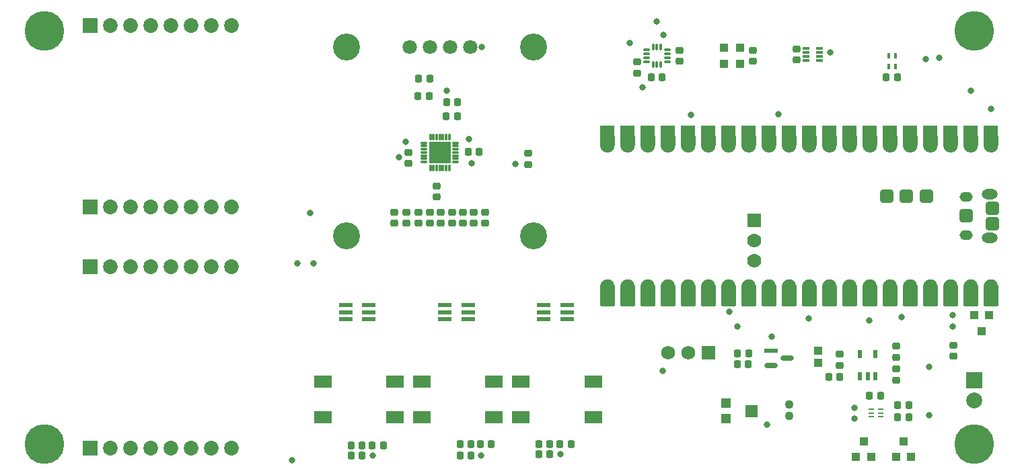
<source format=gbr>
%TF.GenerationSoftware,Altium Limited,Altium Designer,25.8.1 (18)*%
G04 Layer_Color=8388736*
%FSLAX45Y45*%
%MOMM*%
%TF.SameCoordinates,177DAE0C-5750-4891-A40F-8E88CBB746AF*%
%TF.FilePolarity,Negative*%
%TF.FileFunction,Soldermask,Top*%
%TF.Part,Single*%
G01*
G75*
%TA.AperFunction,SMDPad,CuDef*%
%ADD11R,0.75000X0.28000*%
%ADD23R,0.60000X1.10000*%
G04:AMPARAMS|DCode=25|XSize=1.68435mm|YSize=0.62684mm|CornerRadius=0.31342mm|HoleSize=0mm|Usage=FLASHONLY|Rotation=0.000|XOffset=0mm|YOffset=0mm|HoleType=Round|Shape=RoundedRectangle|*
%AMROUNDEDRECTD25*
21,1,1.68435,0.00000,0,0,0.0*
21,1,1.05751,0.62684,0,0,0.0*
1,1,0.62684,0.52875,0.00000*
1,1,0.62684,-0.52875,0.00000*
1,1,0.62684,-0.52875,0.00000*
1,1,0.62684,0.52875,0.00000*
%
%ADD25ROUNDEDRECTD25*%
%ADD32R,1.50000X1.60000*%
%ADD33R,1.20000X1.20000*%
%ADD35R,1.68435X0.62684*%
%TA.AperFunction,ViaPad*%
%ADD50C,5.00000*%
%TA.AperFunction,SMDPad,CuDef*%
%ADD80C,0.80320*%
%ADD81R,0.82000X0.40000*%
G04:AMPARAMS|DCode=82|XSize=0.9632mm|YSize=0.8636mm|CornerRadius=0.18415mm|HoleSize=0mm|Usage=FLASHONLY|Rotation=270.000|XOffset=0mm|YOffset=0mm|HoleType=Round|Shape=RoundedRectangle|*
%AMROUNDEDRECTD82*
21,1,0.96320,0.49530,0,0,270.0*
21,1,0.59490,0.86360,0,0,270.0*
1,1,0.36830,-0.24765,-0.29745*
1,1,0.36830,-0.24765,0.29745*
1,1,0.36830,0.24765,0.29745*
1,1,0.36830,0.24765,-0.29745*
%
%ADD82ROUNDEDRECTD82*%
%ADD83R,0.40000X0.70000*%
G04:AMPARAMS|DCode=84|XSize=0.9632mm|YSize=0.8636mm|CornerRadius=0.18415mm|HoleSize=0mm|Usage=FLASHONLY|Rotation=180.000|XOffset=0mm|YOffset=0mm|HoleType=Round|Shape=RoundedRectangle|*
%AMROUNDEDRECTD84*
21,1,0.96320,0.49530,0,0,180.0*
21,1,0.59490,0.86360,0,0,180.0*
1,1,0.36830,-0.29745,0.24765*
1,1,0.36830,0.29745,0.24765*
1,1,0.36830,0.29745,-0.24765*
1,1,0.36830,-0.29745,-0.24765*
%
%ADD84ROUNDEDRECTD84*%
%TA.AperFunction,ConnectorPad*%
%ADD85O,2.00320X1.30320*%
%ADD86O,1.65320X1.25320*%
%TA.AperFunction,SMDPad,CuDef*%
%ADD87R,1.00254X1.00254*%
%ADD88O,0.99000X0.29000*%
%ADD89O,0.29000X0.99000*%
G04:AMPARAMS|DCode=90|XSize=1.7032mm|YSize=1.7032mm|CornerRadius=0.4016mm|HoleSize=0mm|Usage=FLASHONLY|Rotation=270.000|XOffset=0mm|YOffset=0mm|HoleType=Round|Shape=RoundedRectangle|*
%AMROUNDEDRECTD90*
21,1,1.70320,0.90000,0,0,270.0*
21,1,0.90000,1.70320,0,0,270.0*
1,1,0.80320,-0.45000,-0.45000*
1,1,0.80320,-0.45000,0.45000*
1,1,0.80320,0.45000,0.45000*
1,1,0.80320,0.45000,-0.45000*
%
%ADD90ROUNDEDRECTD90*%
%ADD91C,1.77800*%
%ADD92R,1.00320X1.10320*%
%ADD93R,2.75000X2.75000*%
%ADD94O,0.95000X0.30000*%
%ADD95R,1.70000X0.60000*%
%ADD96R,2.30320X1.60320*%
%ADD97O,0.30000X0.95000*%
%ADD98R,1.00320X1.00320*%
%ADD99R,1.77800X1.77800*%
%TA.AperFunction,ComponentPad*%
%ADD100R,1.85420X1.85420*%
%ADD101C,1.85420*%
%ADD102C,1.80320*%
%ADD103C,1.75320*%
%ADD104R,1.75320X1.75320*%
%ADD105C,1.10320*%
%ADD106R,2.00320X2.00320*%
%ADD107C,2.00320*%
%TA.AperFunction,ViaPad*%
%ADD108C,3.40000*%
G36*
X12392999Y4411682D02*
X12393660Y4411638D01*
X12394318Y4411596D01*
X12394323Y4411595D01*
X12394328Y4411595D01*
X12394961Y4411469D01*
X12395625Y4411337D01*
X12395630Y4411336D01*
X12395634Y4411335D01*
X12396229Y4411133D01*
X12396886Y4410911D01*
X12396891Y4410908D01*
X12396895Y4410907D01*
X12397488Y4410614D01*
X12398081Y4410322D01*
X12398085Y4410320D01*
X12398090Y4410318D01*
X12398714Y4409900D01*
X12399189Y4409584D01*
X12399192Y4409581D01*
X12399197Y4409578D01*
X12399748Y4409095D01*
X12400192Y4408706D01*
X12400195Y4408703D01*
X12400198Y4408700D01*
X12400640Y4408196D01*
X12401070Y4407706D01*
X12401073Y4407702D01*
X12401077Y4407698D01*
X12401455Y4407132D01*
X12401812Y4406599D01*
X12401814Y4406595D01*
X12401816Y4406591D01*
X12402105Y4406006D01*
X12402402Y4405405D01*
X12402403Y4405401D01*
X12402406Y4405396D01*
X12402626Y4404748D01*
X12402831Y4404145D01*
X12402832Y4404140D01*
X12402834Y4404135D01*
X12402964Y4403481D01*
X12403092Y4402839D01*
X12403093Y4402834D01*
X12403094Y4402829D01*
X12403136Y4402180D01*
X12403181Y4401510D01*
X12403412Y4161765D01*
X12403411Y4161761D01*
X12403412Y4161757D01*
X12403412Y4156514D01*
Y4156513D01*
D01*
X12403325Y4155184D01*
X12401958Y4144787D01*
X12401784Y4143914D01*
X12401698Y4143480D01*
X12398985Y4133350D01*
X12398557Y4132089D01*
X12398556Y4132089D01*
X12394544Y4122401D01*
X12394543Y4122399D01*
X12393954Y4121205D01*
X12388711Y4112123D01*
X12387971Y4111015D01*
X12387971Y4111015D01*
X12381587Y4102695D01*
X12380709Y4101694D01*
X12380708Y4101694D01*
X12380708Y4101693D01*
X12373292Y4094278D01*
X12372291Y4093400D01*
X12363970Y4087017D01*
X12362863Y4086277D01*
D01*
X12362862Y4086277D01*
X12353779Y4081034D01*
X12352585Y4080445D01*
X12342896Y4076433D01*
X12342040Y4076143D01*
X12341634Y4076005D01*
X12331504Y4073293D01*
X12330197Y4073033D01*
X12330196D01*
X12319799Y4071667D01*
X12318470Y4071580D01*
D01*
X12318470D01*
X12313228Y4071581D01*
X12307987Y4071581D01*
X12307987D01*
D01*
X12306658Y4071667D01*
X12296261Y4073036D01*
X12296261D01*
X12294954Y4073295D01*
X12284825Y4076009D01*
X12283564Y4076437D01*
X12283561Y4076438D01*
X12273877Y4080449D01*
X12273875Y4080449D01*
X12273481Y4080644D01*
X12272681Y4081038D01*
X12272678Y4081040D01*
X12263599Y4086281D01*
X12262492Y4087021D01*
X12262491Y4087021D01*
X12254172Y4093405D01*
X12253171Y4094283D01*
X12245756Y4101697D01*
Y4101698D01*
X12245756D01*
X12244877Y4102699D01*
X12238494Y4111018D01*
X12238493Y4111018D01*
X12237754Y4112126D01*
X12232510Y4121207D01*
X12231921Y4122402D01*
X12227908Y4132090D01*
X12227480Y4133351D01*
X12227480Y4133352D01*
X12224767Y4143478D01*
X12224767Y4143481D01*
X12224558Y4144527D01*
X12224507Y4144786D01*
Y4144787D01*
X12223139Y4155182D01*
X12223138Y4155184D01*
X12223064Y4156327D01*
X12223051Y4156513D01*
Y4156513D01*
Y4156513D01*
X12223052Y4161742D01*
X12223052Y4161746D01*
X12222817Y4401491D01*
X12222817Y4401496D01*
X12222817Y4401501D01*
X12222861Y4402179D01*
X12222903Y4402820D01*
X12222904Y4402825D01*
X12222904Y4402830D01*
X12223040Y4403513D01*
X12223161Y4404127D01*
X12223163Y4404131D01*
X12223164Y4404136D01*
X12223393Y4404811D01*
X12223588Y4405388D01*
X12223590Y4405392D01*
X12223592Y4405398D01*
X12223883Y4405988D01*
X12224176Y4406584D01*
X12224179Y4406588D01*
X12224181Y4406592D01*
X12224552Y4407147D01*
X12224915Y4407691D01*
X12224918Y4407695D01*
X12224921Y4407700D01*
X12225390Y4408234D01*
X12225792Y4408694D01*
X12225796Y4408697D01*
X12225799Y4408701D01*
X12226312Y4409150D01*
X12226792Y4409573D01*
X12226796Y4409575D01*
X12226800Y4409579D01*
X12227398Y4409979D01*
X12227899Y4410314D01*
X12227903Y4410316D01*
X12227908Y4410319D01*
X12228672Y4410696D01*
X12229093Y4410904D01*
X12229096Y4410905D01*
X12229102Y4410908D01*
X12229933Y4411190D01*
X12230354Y4411333D01*
X12230357Y4411334D01*
X12230363Y4411336D01*
X12231218Y4411506D01*
X12231660Y4411594D01*
X12231663Y4411595D01*
X12231670Y4411596D01*
X12232422Y4411645D01*
X12232989Y4411683D01*
X12232994Y4411683D01*
X12232999Y4411683D01*
X12392999Y4411682D01*
D02*
G37*
G36*
X12138999D02*
X12139660Y4411638D01*
X12140318Y4411596D01*
X12140323Y4411595D01*
X12140328Y4411595D01*
X12140961Y4411469D01*
X12141625Y4411337D01*
X12141630Y4411336D01*
X12141634Y4411335D01*
X12142229Y4411133D01*
X12142886Y4410911D01*
X12142891Y4410908D01*
X12142895Y4410907D01*
X12143488Y4410614D01*
X12144081Y4410322D01*
X12144085Y4410320D01*
X12144090Y4410318D01*
X12144714Y4409900D01*
X12145189Y4409584D01*
X12145192Y4409581D01*
X12145197Y4409578D01*
X12145748Y4409095D01*
X12146192Y4408706D01*
X12146195Y4408703D01*
X12146198Y4408700D01*
X12146640Y4408196D01*
X12147070Y4407706D01*
X12147073Y4407702D01*
X12147077Y4407698D01*
X12147455Y4407132D01*
X12147812Y4406599D01*
X12147814Y4406595D01*
X12147816Y4406591D01*
X12148105Y4406006D01*
X12148402Y4405405D01*
X12148403Y4405401D01*
X12148406Y4405396D01*
X12148626Y4404748D01*
X12148831Y4404145D01*
X12148832Y4404140D01*
X12148834Y4404135D01*
X12148964Y4403481D01*
X12149092Y4402839D01*
X12149093Y4402834D01*
X12149094Y4402829D01*
X12149136Y4402180D01*
X12149181Y4401510D01*
X12149412Y4161765D01*
X12149411Y4161761D01*
X12149412Y4161757D01*
X12149412Y4156514D01*
Y4156513D01*
D01*
X12149325Y4155184D01*
X12147958Y4144787D01*
X12147784Y4143914D01*
X12147698Y4143480D01*
X12144985Y4133350D01*
X12144557Y4132089D01*
X12144556Y4132089D01*
X12140544Y4122401D01*
X12140543Y4122399D01*
X12139954Y4121205D01*
X12134711Y4112123D01*
X12133971Y4111015D01*
X12133971Y4111015D01*
X12127587Y4102695D01*
X12126709Y4101694D01*
X12126708Y4101694D01*
X12126708Y4101693D01*
X12119292Y4094278D01*
X12118291Y4093400D01*
X12109970Y4087017D01*
X12108863Y4086277D01*
D01*
X12108862Y4086277D01*
X12099779Y4081034D01*
X12098585Y4080445D01*
X12088896Y4076433D01*
X12088040Y4076143D01*
X12087634Y4076005D01*
X12077504Y4073293D01*
X12076197Y4073033D01*
X12076196D01*
X12065799Y4071667D01*
X12064470Y4071580D01*
D01*
X12064470D01*
X12059228Y4071581D01*
X12053987Y4071581D01*
X12053987D01*
D01*
X12052658Y4071667D01*
X12042261Y4073036D01*
X12042261D01*
X12040954Y4073295D01*
X12030825Y4076009D01*
X12029564Y4076437D01*
X12029561Y4076438D01*
X12019877Y4080449D01*
X12019875Y4080449D01*
X12019481Y4080644D01*
X12018681Y4081038D01*
X12018678Y4081040D01*
X12009599Y4086281D01*
X12008492Y4087021D01*
X12008491Y4087021D01*
X12000172Y4093405D01*
X11999171Y4094283D01*
X11991756Y4101697D01*
Y4101698D01*
X11991756D01*
X11990877Y4102699D01*
X11984494Y4111018D01*
X11984493Y4111018D01*
X11983754Y4112126D01*
X11978510Y4121207D01*
X11977921Y4122402D01*
X11973908Y4132090D01*
X11973480Y4133351D01*
X11973480Y4133352D01*
X11970767Y4143478D01*
X11970767Y4143481D01*
X11970558Y4144527D01*
X11970507Y4144786D01*
Y4144787D01*
X11969139Y4155182D01*
X11969138Y4155184D01*
X11969064Y4156327D01*
X11969051Y4156513D01*
Y4156513D01*
Y4156513D01*
X11969052Y4161742D01*
X11969052Y4161746D01*
X11968817Y4401491D01*
X11968817Y4401496D01*
X11968817Y4401501D01*
X11968861Y4402179D01*
X11968903Y4402820D01*
X11968904Y4402825D01*
X11968904Y4402830D01*
X11969040Y4403513D01*
X11969161Y4404127D01*
X11969163Y4404131D01*
X11969164Y4404136D01*
X11969393Y4404811D01*
X11969588Y4405388D01*
X11969590Y4405392D01*
X11969592Y4405398D01*
X11969883Y4405988D01*
X11970176Y4406584D01*
X11970179Y4406588D01*
X11970181Y4406592D01*
X11970552Y4407147D01*
X11970915Y4407691D01*
X11970918Y4407695D01*
X11970921Y4407700D01*
X11971390Y4408234D01*
X11971792Y4408694D01*
X11971796Y4408697D01*
X11971799Y4408701D01*
X11972312Y4409150D01*
X11972792Y4409573D01*
X11972796Y4409575D01*
X11972800Y4409579D01*
X11973398Y4409979D01*
X11973899Y4410314D01*
X11973903Y4410316D01*
X11973908Y4410319D01*
X11974672Y4410696D01*
X11975093Y4410904D01*
X11975096Y4410905D01*
X11975102Y4410908D01*
X11975933Y4411190D01*
X11976354Y4411333D01*
X11976357Y4411334D01*
X11976363Y4411336D01*
X11977218Y4411506D01*
X11977660Y4411594D01*
X11977663Y4411595D01*
X11977670Y4411596D01*
X11978422Y4411645D01*
X11978989Y4411683D01*
X11978994Y4411683D01*
X11978999Y4411683D01*
X12138999Y4411682D01*
D02*
G37*
G36*
X11884999D02*
X11885660Y4411638D01*
X11886318Y4411596D01*
X11886323Y4411595D01*
X11886328Y4411595D01*
X11886961Y4411469D01*
X11887625Y4411337D01*
X11887630Y4411336D01*
X11887634Y4411335D01*
X11888229Y4411133D01*
X11888886Y4410911D01*
X11888891Y4410908D01*
X11888895Y4410907D01*
X11889488Y4410614D01*
X11890081Y4410322D01*
X11890085Y4410320D01*
X11890090Y4410318D01*
X11890714Y4409900D01*
X11891189Y4409584D01*
X11891192Y4409581D01*
X11891197Y4409578D01*
X11891748Y4409095D01*
X11892192Y4408706D01*
X11892195Y4408703D01*
X11892198Y4408700D01*
X11892640Y4408196D01*
X11893070Y4407706D01*
X11893073Y4407702D01*
X11893077Y4407698D01*
X11893455Y4407132D01*
X11893812Y4406599D01*
X11893814Y4406595D01*
X11893816Y4406591D01*
X11894105Y4406006D01*
X11894402Y4405405D01*
X11894403Y4405401D01*
X11894406Y4405396D01*
X11894626Y4404748D01*
X11894831Y4404145D01*
X11894832Y4404140D01*
X11894834Y4404135D01*
X11894964Y4403481D01*
X11895092Y4402839D01*
X11895093Y4402834D01*
X11895094Y4402829D01*
X11895136Y4402180D01*
X11895181Y4401510D01*
X11895412Y4161765D01*
X11895411Y4161761D01*
X11895412Y4161757D01*
X11895412Y4156514D01*
Y4156513D01*
D01*
X11895325Y4155184D01*
X11893958Y4144787D01*
X11893784Y4143914D01*
X11893698Y4143480D01*
X11890985Y4133350D01*
X11890557Y4132089D01*
X11890556Y4132089D01*
X11886544Y4122401D01*
X11886543Y4122399D01*
X11885954Y4121205D01*
X11880711Y4112123D01*
X11879971Y4111015D01*
X11879971Y4111015D01*
X11873587Y4102695D01*
X11872709Y4101694D01*
X11872708Y4101694D01*
X11872708Y4101693D01*
X11865292Y4094278D01*
X11864291Y4093400D01*
X11855970Y4087017D01*
X11854863Y4086277D01*
D01*
X11854862Y4086277D01*
X11845779Y4081034D01*
X11844585Y4080445D01*
X11834896Y4076433D01*
X11834040Y4076143D01*
X11833634Y4076005D01*
X11823504Y4073293D01*
X11822197Y4073033D01*
X11822196D01*
X11811799Y4071667D01*
X11810470Y4071580D01*
D01*
X11810470D01*
X11805228Y4071581D01*
X11799987Y4071581D01*
X11799987D01*
D01*
X11798658Y4071667D01*
X11788261Y4073036D01*
X11788261D01*
X11786954Y4073295D01*
X11776825Y4076009D01*
X11775564Y4076437D01*
X11775561Y4076438D01*
X11765877Y4080449D01*
X11765875Y4080449D01*
X11765481Y4080644D01*
X11764681Y4081038D01*
X11764678Y4081040D01*
X11755599Y4086281D01*
X11754492Y4087021D01*
X11754491Y4087021D01*
X11746172Y4093405D01*
X11745171Y4094283D01*
X11737756Y4101697D01*
Y4101698D01*
X11737756D01*
X11736877Y4102699D01*
X11730494Y4111018D01*
X11730493Y4111018D01*
X11729754Y4112126D01*
X11724510Y4121207D01*
X11723921Y4122402D01*
X11719908Y4132090D01*
X11719480Y4133351D01*
X11719480Y4133352D01*
X11716767Y4143478D01*
X11716767Y4143481D01*
X11716558Y4144527D01*
X11716507Y4144786D01*
Y4144787D01*
X11715139Y4155182D01*
X11715138Y4155184D01*
X11715064Y4156327D01*
X11715051Y4156513D01*
Y4156513D01*
Y4156513D01*
X11715052Y4161742D01*
X11715052Y4161746D01*
X11714817Y4401491D01*
X11714817Y4401496D01*
X11714817Y4401501D01*
X11714861Y4402179D01*
X11714903Y4402820D01*
X11714904Y4402825D01*
X11714904Y4402830D01*
X11715040Y4403513D01*
X11715161Y4404127D01*
X11715163Y4404131D01*
X11715164Y4404136D01*
X11715393Y4404811D01*
X11715588Y4405388D01*
X11715590Y4405392D01*
X11715592Y4405398D01*
X11715883Y4405988D01*
X11716176Y4406584D01*
X11716179Y4406588D01*
X11716181Y4406592D01*
X11716552Y4407147D01*
X11716915Y4407691D01*
X11716918Y4407695D01*
X11716921Y4407700D01*
X11717390Y4408234D01*
X11717792Y4408694D01*
X11717796Y4408697D01*
X11717799Y4408701D01*
X11718312Y4409150D01*
X11718792Y4409573D01*
X11718796Y4409575D01*
X11718800Y4409579D01*
X11719398Y4409979D01*
X11719899Y4410314D01*
X11719903Y4410316D01*
X11719908Y4410319D01*
X11720672Y4410696D01*
X11721093Y4410904D01*
X11721096Y4410905D01*
X11721102Y4410908D01*
X11721933Y4411190D01*
X11722354Y4411333D01*
X11722357Y4411334D01*
X11722363Y4411336D01*
X11723218Y4411506D01*
X11723660Y4411594D01*
X11723663Y4411595D01*
X11723670Y4411596D01*
X11724422Y4411645D01*
X11724989Y4411683D01*
X11724994Y4411683D01*
X11724999Y4411683D01*
X11884999Y4411682D01*
D02*
G37*
G36*
X11630999D02*
X11631660Y4411638D01*
X11632318Y4411596D01*
X11632323Y4411595D01*
X11632328Y4411595D01*
X11632961Y4411469D01*
X11633625Y4411337D01*
X11633630Y4411336D01*
X11633634Y4411335D01*
X11634229Y4411133D01*
X11634886Y4410911D01*
X11634891Y4410908D01*
X11634895Y4410907D01*
X11635488Y4410614D01*
X11636081Y4410322D01*
X11636085Y4410320D01*
X11636090Y4410318D01*
X11636714Y4409900D01*
X11637189Y4409584D01*
X11637192Y4409581D01*
X11637197Y4409578D01*
X11637748Y4409095D01*
X11638192Y4408706D01*
X11638195Y4408703D01*
X11638198Y4408700D01*
X11638640Y4408196D01*
X11639070Y4407706D01*
X11639073Y4407702D01*
X11639077Y4407698D01*
X11639455Y4407132D01*
X11639812Y4406599D01*
X11639814Y4406595D01*
X11639816Y4406591D01*
X11640105Y4406006D01*
X11640402Y4405405D01*
X11640403Y4405401D01*
X11640406Y4405396D01*
X11640626Y4404748D01*
X11640831Y4404145D01*
X11640832Y4404140D01*
X11640834Y4404135D01*
X11640964Y4403481D01*
X11641092Y4402839D01*
X11641093Y4402834D01*
X11641094Y4402829D01*
X11641136Y4402180D01*
X11641181Y4401510D01*
X11641412Y4161765D01*
X11641411Y4161761D01*
X11641412Y4161757D01*
X11641412Y4156514D01*
Y4156513D01*
D01*
X11641325Y4155184D01*
X11639958Y4144787D01*
X11639784Y4143914D01*
X11639698Y4143480D01*
X11636985Y4133350D01*
X11636557Y4132089D01*
X11636556Y4132089D01*
X11632544Y4122401D01*
X11632543Y4122399D01*
X11631954Y4121205D01*
X11626711Y4112123D01*
X11625971Y4111015D01*
X11625971Y4111015D01*
X11619587Y4102695D01*
X11618709Y4101694D01*
X11618708Y4101694D01*
X11618708Y4101693D01*
X11611292Y4094278D01*
X11610291Y4093400D01*
X11601970Y4087017D01*
X11600863Y4086277D01*
D01*
X11600862Y4086277D01*
X11591779Y4081034D01*
X11590585Y4080445D01*
X11580896Y4076433D01*
X11580040Y4076143D01*
X11579634Y4076005D01*
X11569504Y4073293D01*
X11568197Y4073033D01*
X11568196D01*
X11557799Y4071667D01*
X11556470Y4071580D01*
D01*
X11556470D01*
X11551228Y4071581D01*
X11545987Y4071581D01*
X11545987D01*
D01*
X11544658Y4071667D01*
X11534261Y4073036D01*
X11534261D01*
X11532954Y4073295D01*
X11522825Y4076009D01*
X11521564Y4076437D01*
X11521561Y4076438D01*
X11511877Y4080449D01*
X11511875Y4080449D01*
X11511481Y4080644D01*
X11510681Y4081038D01*
X11510678Y4081040D01*
X11501599Y4086281D01*
X11500492Y4087021D01*
X11500491Y4087021D01*
X11492172Y4093405D01*
X11491171Y4094283D01*
X11483756Y4101697D01*
Y4101698D01*
X11483756D01*
X11482877Y4102699D01*
X11476494Y4111018D01*
X11476493Y4111018D01*
X11475754Y4112126D01*
X11470510Y4121207D01*
X11469921Y4122402D01*
X11465908Y4132090D01*
X11465480Y4133351D01*
X11465480Y4133352D01*
X11462767Y4143478D01*
X11462767Y4143481D01*
X11462558Y4144527D01*
X11462507Y4144786D01*
Y4144787D01*
X11461139Y4155182D01*
X11461138Y4155184D01*
X11461064Y4156327D01*
X11461051Y4156513D01*
Y4156513D01*
Y4156513D01*
X11461052Y4161742D01*
X11461052Y4161746D01*
X11460817Y4401491D01*
X11460817Y4401496D01*
X11460817Y4401501D01*
X11460861Y4402179D01*
X11460903Y4402820D01*
X11460904Y4402825D01*
X11460904Y4402830D01*
X11461040Y4403513D01*
X11461161Y4404127D01*
X11461163Y4404131D01*
X11461164Y4404136D01*
X11461393Y4404811D01*
X11461588Y4405388D01*
X11461590Y4405392D01*
X11461592Y4405398D01*
X11461883Y4405988D01*
X11462176Y4406584D01*
X11462179Y4406588D01*
X11462181Y4406592D01*
X11462552Y4407147D01*
X11462915Y4407691D01*
X11462918Y4407695D01*
X11462921Y4407700D01*
X11463390Y4408234D01*
X11463792Y4408694D01*
X11463796Y4408697D01*
X11463799Y4408701D01*
X11464312Y4409150D01*
X11464792Y4409573D01*
X11464796Y4409575D01*
X11464800Y4409579D01*
X11465398Y4409979D01*
X11465899Y4410314D01*
X11465903Y4410316D01*
X11465908Y4410319D01*
X11466672Y4410696D01*
X11467093Y4410904D01*
X11467096Y4410905D01*
X11467102Y4410908D01*
X11467933Y4411190D01*
X11468354Y4411333D01*
X11468357Y4411334D01*
X11468363Y4411336D01*
X11469218Y4411506D01*
X11469660Y4411594D01*
X11469663Y4411595D01*
X11469670Y4411596D01*
X11470422Y4411645D01*
X11470989Y4411683D01*
X11470994Y4411683D01*
X11470999Y4411683D01*
X11630999Y4411682D01*
D02*
G37*
G36*
X11376999D02*
X11377660Y4411638D01*
X11378318Y4411596D01*
X11378323Y4411595D01*
X11378328Y4411595D01*
X11378961Y4411469D01*
X11379625Y4411337D01*
X11379630Y4411336D01*
X11379634Y4411335D01*
X11380229Y4411133D01*
X11380886Y4410911D01*
X11380891Y4410908D01*
X11380895Y4410907D01*
X11381488Y4410614D01*
X11382081Y4410322D01*
X11382085Y4410320D01*
X11382090Y4410318D01*
X11382714Y4409900D01*
X11383189Y4409584D01*
X11383192Y4409581D01*
X11383197Y4409578D01*
X11383748Y4409095D01*
X11384192Y4408706D01*
X11384195Y4408703D01*
X11384198Y4408700D01*
X11384640Y4408196D01*
X11385070Y4407706D01*
X11385073Y4407702D01*
X11385077Y4407698D01*
X11385455Y4407132D01*
X11385812Y4406599D01*
X11385814Y4406595D01*
X11385816Y4406591D01*
X11386105Y4406006D01*
X11386402Y4405405D01*
X11386403Y4405401D01*
X11386406Y4405396D01*
X11386626Y4404748D01*
X11386831Y4404145D01*
X11386832Y4404140D01*
X11386834Y4404135D01*
X11386964Y4403481D01*
X11387092Y4402839D01*
X11387093Y4402834D01*
X11387094Y4402829D01*
X11387136Y4402180D01*
X11387181Y4401510D01*
X11387412Y4161765D01*
X11387411Y4161761D01*
X11387412Y4161757D01*
X11387412Y4156514D01*
Y4156513D01*
D01*
X11387325Y4155184D01*
X11385958Y4144787D01*
X11385784Y4143914D01*
X11385698Y4143480D01*
X11382985Y4133350D01*
X11382557Y4132089D01*
X11382556Y4132089D01*
X11378544Y4122401D01*
X11378543Y4122399D01*
X11377954Y4121205D01*
X11372711Y4112123D01*
X11371971Y4111015D01*
X11371971Y4111015D01*
X11365587Y4102695D01*
X11364709Y4101694D01*
X11364708Y4101694D01*
X11364708Y4101693D01*
X11357292Y4094278D01*
X11356291Y4093400D01*
X11347970Y4087017D01*
X11346863Y4086277D01*
D01*
X11346862Y4086277D01*
X11337779Y4081034D01*
X11336585Y4080445D01*
X11326896Y4076433D01*
X11326040Y4076143D01*
X11325634Y4076005D01*
X11315504Y4073293D01*
X11314197Y4073033D01*
X11314196D01*
X11303799Y4071667D01*
X11302470Y4071580D01*
D01*
X11302470D01*
X11297228Y4071581D01*
X11291987Y4071581D01*
X11291987D01*
D01*
X11290658Y4071667D01*
X11280261Y4073036D01*
X11280261D01*
X11278954Y4073295D01*
X11268825Y4076009D01*
X11267564Y4076437D01*
X11267561Y4076438D01*
X11257877Y4080449D01*
X11257875Y4080449D01*
X11257481Y4080644D01*
X11256681Y4081038D01*
X11256678Y4081040D01*
X11247599Y4086281D01*
X11246492Y4087021D01*
X11246491Y4087021D01*
X11238172Y4093405D01*
X11237171Y4094283D01*
X11229756Y4101697D01*
Y4101698D01*
X11229756D01*
X11228877Y4102699D01*
X11222494Y4111018D01*
X11222493Y4111018D01*
X11221754Y4112126D01*
X11216510Y4121207D01*
X11215921Y4122402D01*
X11211908Y4132090D01*
X11211480Y4133351D01*
X11211480Y4133352D01*
X11208767Y4143478D01*
X11208767Y4143481D01*
X11208558Y4144527D01*
X11208507Y4144786D01*
Y4144787D01*
X11207139Y4155182D01*
X11207138Y4155184D01*
X11207064Y4156327D01*
X11207051Y4156513D01*
Y4156513D01*
Y4156513D01*
X11207052Y4161742D01*
X11207052Y4161746D01*
X11206817Y4401491D01*
X11206817Y4401496D01*
X11206817Y4401501D01*
X11206861Y4402179D01*
X11206903Y4402820D01*
X11206904Y4402825D01*
X11206904Y4402830D01*
X11207040Y4403513D01*
X11207161Y4404127D01*
X11207163Y4404131D01*
X11207164Y4404136D01*
X11207393Y4404811D01*
X11207588Y4405388D01*
X11207590Y4405392D01*
X11207592Y4405398D01*
X11207883Y4405988D01*
X11208176Y4406584D01*
X11208179Y4406588D01*
X11208181Y4406592D01*
X11208552Y4407147D01*
X11208915Y4407691D01*
X11208918Y4407695D01*
X11208921Y4407700D01*
X11209390Y4408234D01*
X11209792Y4408694D01*
X11209796Y4408697D01*
X11209799Y4408701D01*
X11210312Y4409150D01*
X11210792Y4409573D01*
X11210796Y4409575D01*
X11210800Y4409579D01*
X11211398Y4409979D01*
X11211899Y4410314D01*
X11211903Y4410316D01*
X11211908Y4410319D01*
X11212672Y4410696D01*
X11213093Y4410904D01*
X11213096Y4410905D01*
X11213102Y4410908D01*
X11213933Y4411190D01*
X11214354Y4411333D01*
X11214357Y4411334D01*
X11214363Y4411336D01*
X11215218Y4411506D01*
X11215660Y4411594D01*
X11215663Y4411595D01*
X11215670Y4411596D01*
X11216422Y4411645D01*
X11216989Y4411683D01*
X11216994Y4411683D01*
X11216999Y4411683D01*
X11376999Y4411682D01*
D02*
G37*
G36*
X11122999D02*
X11123660Y4411638D01*
X11124318Y4411596D01*
X11124323Y4411595D01*
X11124328Y4411595D01*
X11124961Y4411469D01*
X11125625Y4411337D01*
X11125630Y4411336D01*
X11125634Y4411335D01*
X11126229Y4411133D01*
X11126886Y4410911D01*
X11126891Y4410908D01*
X11126895Y4410907D01*
X11127488Y4410614D01*
X11128081Y4410322D01*
X11128085Y4410320D01*
X11128090Y4410318D01*
X11128714Y4409900D01*
X11129189Y4409584D01*
X11129192Y4409581D01*
X11129197Y4409578D01*
X11129748Y4409095D01*
X11130192Y4408706D01*
X11130195Y4408703D01*
X11130198Y4408700D01*
X11130640Y4408196D01*
X11131070Y4407706D01*
X11131073Y4407702D01*
X11131077Y4407698D01*
X11131455Y4407132D01*
X11131812Y4406599D01*
X11131814Y4406595D01*
X11131816Y4406591D01*
X11132105Y4406006D01*
X11132402Y4405405D01*
X11132403Y4405401D01*
X11132406Y4405396D01*
X11132626Y4404748D01*
X11132831Y4404145D01*
X11132832Y4404140D01*
X11132834Y4404135D01*
X11132964Y4403481D01*
X11133092Y4402839D01*
X11133093Y4402834D01*
X11133094Y4402829D01*
X11133136Y4402180D01*
X11133181Y4401510D01*
X11133412Y4161765D01*
X11133411Y4161761D01*
X11133412Y4161757D01*
X11133412Y4156514D01*
Y4156513D01*
D01*
X11133325Y4155184D01*
X11131958Y4144787D01*
X11131784Y4143914D01*
X11131698Y4143480D01*
X11128985Y4133350D01*
X11128557Y4132089D01*
X11128556Y4132089D01*
X11124544Y4122401D01*
X11124543Y4122399D01*
X11123954Y4121205D01*
X11118711Y4112123D01*
X11117971Y4111015D01*
X11117971Y4111015D01*
X11111587Y4102695D01*
X11110709Y4101694D01*
X11110708Y4101694D01*
X11110708Y4101693D01*
X11103292Y4094278D01*
X11102291Y4093400D01*
X11093970Y4087017D01*
X11092863Y4086277D01*
D01*
X11092862Y4086277D01*
X11083779Y4081034D01*
X11082585Y4080445D01*
X11072896Y4076433D01*
X11072040Y4076143D01*
X11071634Y4076005D01*
X11061504Y4073293D01*
X11060197Y4073033D01*
X11060196D01*
X11049799Y4071667D01*
X11048470Y4071580D01*
D01*
X11048470D01*
X11043228Y4071581D01*
X11037987Y4071581D01*
X11037987D01*
D01*
X11036658Y4071667D01*
X11026261Y4073036D01*
X11026261D01*
X11024954Y4073295D01*
X11014825Y4076009D01*
X11013564Y4076437D01*
X11013561Y4076438D01*
X11003877Y4080449D01*
X11003875Y4080449D01*
X11003481Y4080644D01*
X11002681Y4081038D01*
X11002678Y4081040D01*
X10993599Y4086281D01*
X10992492Y4087021D01*
X10992491Y4087021D01*
X10984172Y4093405D01*
X10983171Y4094283D01*
X10975756Y4101697D01*
Y4101698D01*
X10975756D01*
X10974877Y4102699D01*
X10968494Y4111018D01*
X10968493Y4111018D01*
X10967754Y4112126D01*
X10962510Y4121207D01*
X10961921Y4122402D01*
X10957908Y4132090D01*
X10957480Y4133351D01*
X10957480Y4133352D01*
X10954767Y4143478D01*
X10954767Y4143481D01*
X10954558Y4144527D01*
X10954507Y4144786D01*
Y4144787D01*
X10953139Y4155182D01*
X10953138Y4155184D01*
X10953064Y4156327D01*
X10953051Y4156513D01*
Y4156513D01*
Y4156513D01*
X10953052Y4161742D01*
X10953052Y4161746D01*
X10952817Y4401491D01*
X10952817Y4401496D01*
X10952817Y4401501D01*
X10952861Y4402179D01*
X10952903Y4402820D01*
X10952904Y4402825D01*
X10952904Y4402830D01*
X10953040Y4403513D01*
X10953161Y4404127D01*
X10953163Y4404131D01*
X10953164Y4404136D01*
X10953393Y4404811D01*
X10953588Y4405388D01*
X10953590Y4405392D01*
X10953592Y4405398D01*
X10953883Y4405988D01*
X10954176Y4406584D01*
X10954179Y4406588D01*
X10954181Y4406592D01*
X10954552Y4407147D01*
X10954915Y4407691D01*
X10954918Y4407695D01*
X10954921Y4407700D01*
X10955390Y4408234D01*
X10955792Y4408694D01*
X10955796Y4408697D01*
X10955799Y4408701D01*
X10956312Y4409150D01*
X10956792Y4409573D01*
X10956796Y4409575D01*
X10956800Y4409579D01*
X10957398Y4409979D01*
X10957899Y4410314D01*
X10957903Y4410316D01*
X10957908Y4410319D01*
X10958672Y4410696D01*
X10959093Y4410904D01*
X10959096Y4410905D01*
X10959102Y4410908D01*
X10959933Y4411190D01*
X10960354Y4411333D01*
X10960357Y4411334D01*
X10960363Y4411336D01*
X10961218Y4411506D01*
X10961660Y4411594D01*
X10961663Y4411595D01*
X10961670Y4411596D01*
X10962422Y4411645D01*
X10962989Y4411683D01*
X10962994Y4411683D01*
X10962999Y4411683D01*
X11122999Y4411682D01*
D02*
G37*
G36*
X10868999D02*
X10869660Y4411638D01*
X10870318Y4411596D01*
X10870323Y4411595D01*
X10870328Y4411595D01*
X10870961Y4411469D01*
X10871625Y4411337D01*
X10871630Y4411336D01*
X10871634Y4411335D01*
X10872229Y4411133D01*
X10872886Y4410911D01*
X10872891Y4410908D01*
X10872895Y4410907D01*
X10873488Y4410614D01*
X10874081Y4410322D01*
X10874085Y4410320D01*
X10874090Y4410318D01*
X10874714Y4409900D01*
X10875189Y4409584D01*
X10875192Y4409581D01*
X10875197Y4409578D01*
X10875748Y4409095D01*
X10876192Y4408706D01*
X10876195Y4408703D01*
X10876198Y4408700D01*
X10876640Y4408196D01*
X10877070Y4407706D01*
X10877073Y4407702D01*
X10877077Y4407698D01*
X10877455Y4407132D01*
X10877812Y4406599D01*
X10877814Y4406595D01*
X10877816Y4406591D01*
X10878105Y4406006D01*
X10878402Y4405405D01*
X10878403Y4405401D01*
X10878406Y4405396D01*
X10878626Y4404748D01*
X10878831Y4404145D01*
X10878832Y4404140D01*
X10878834Y4404135D01*
X10878964Y4403481D01*
X10879092Y4402839D01*
X10879093Y4402834D01*
X10879094Y4402829D01*
X10879136Y4402180D01*
X10879181Y4401510D01*
X10879412Y4161765D01*
X10879411Y4161761D01*
X10879412Y4161757D01*
X10879412Y4156514D01*
Y4156513D01*
D01*
X10879325Y4155184D01*
X10877958Y4144787D01*
X10877784Y4143914D01*
X10877698Y4143480D01*
X10874985Y4133350D01*
X10874557Y4132089D01*
X10874556Y4132089D01*
X10870544Y4122401D01*
X10870543Y4122399D01*
X10869954Y4121205D01*
X10864711Y4112123D01*
X10863971Y4111015D01*
X10863971Y4111015D01*
X10857587Y4102695D01*
X10856709Y4101694D01*
X10856708Y4101694D01*
X10856708Y4101693D01*
X10849292Y4094278D01*
X10848291Y4093400D01*
X10839970Y4087017D01*
X10838863Y4086277D01*
D01*
X10838862Y4086277D01*
X10829779Y4081034D01*
X10828585Y4080445D01*
X10818896Y4076433D01*
X10818040Y4076143D01*
X10817634Y4076005D01*
X10807504Y4073293D01*
X10806197Y4073033D01*
X10806196D01*
X10795799Y4071667D01*
X10794470Y4071580D01*
D01*
X10794470D01*
X10789228Y4071581D01*
X10783987Y4071581D01*
X10783987D01*
D01*
X10782658Y4071667D01*
X10772261Y4073036D01*
X10772261D01*
X10770954Y4073295D01*
X10760825Y4076009D01*
X10759564Y4076437D01*
X10759561Y4076438D01*
X10749877Y4080449D01*
X10749875Y4080449D01*
X10749481Y4080644D01*
X10748681Y4081038D01*
X10748678Y4081040D01*
X10739599Y4086281D01*
X10738492Y4087021D01*
X10738491Y4087021D01*
X10730172Y4093405D01*
X10729171Y4094283D01*
X10721756Y4101697D01*
Y4101698D01*
X10721756D01*
X10720877Y4102699D01*
X10714494Y4111018D01*
X10714493Y4111018D01*
X10713754Y4112126D01*
X10708510Y4121207D01*
X10707921Y4122402D01*
X10703908Y4132090D01*
X10703480Y4133351D01*
X10703480Y4133352D01*
X10700767Y4143478D01*
X10700767Y4143481D01*
X10700558Y4144527D01*
X10700507Y4144786D01*
Y4144787D01*
X10699139Y4155182D01*
X10699138Y4155184D01*
X10699064Y4156327D01*
X10699051Y4156513D01*
Y4156513D01*
Y4156513D01*
X10699052Y4161742D01*
X10699052Y4161746D01*
X10698817Y4401491D01*
X10698817Y4401496D01*
X10698817Y4401501D01*
X10698861Y4402179D01*
X10698903Y4402820D01*
X10698904Y4402825D01*
X10698904Y4402830D01*
X10699040Y4403513D01*
X10699161Y4404127D01*
X10699163Y4404131D01*
X10699164Y4404136D01*
X10699393Y4404811D01*
X10699588Y4405388D01*
X10699590Y4405392D01*
X10699592Y4405398D01*
X10699883Y4405988D01*
X10700176Y4406584D01*
X10700179Y4406588D01*
X10700181Y4406592D01*
X10700552Y4407147D01*
X10700915Y4407691D01*
X10700918Y4407695D01*
X10700921Y4407700D01*
X10701390Y4408234D01*
X10701792Y4408694D01*
X10701796Y4408697D01*
X10701799Y4408701D01*
X10702312Y4409150D01*
X10702792Y4409573D01*
X10702796Y4409575D01*
X10702800Y4409579D01*
X10703398Y4409979D01*
X10703899Y4410314D01*
X10703903Y4410316D01*
X10703908Y4410319D01*
X10704672Y4410696D01*
X10705093Y4410904D01*
X10705096Y4410905D01*
X10705102Y4410908D01*
X10705933Y4411190D01*
X10706354Y4411333D01*
X10706357Y4411334D01*
X10706363Y4411336D01*
X10707218Y4411506D01*
X10707660Y4411594D01*
X10707663Y4411595D01*
X10707670Y4411596D01*
X10708422Y4411645D01*
X10708989Y4411683D01*
X10708994Y4411683D01*
X10708999Y4411683D01*
X10868999Y4411682D01*
D02*
G37*
G36*
X10614999D02*
X10615660Y4411638D01*
X10616318Y4411596D01*
X10616323Y4411595D01*
X10616328Y4411595D01*
X10616961Y4411469D01*
X10617625Y4411337D01*
X10617630Y4411336D01*
X10617634Y4411335D01*
X10618229Y4411133D01*
X10618886Y4410911D01*
X10618891Y4410908D01*
X10618895Y4410907D01*
X10619488Y4410614D01*
X10620081Y4410322D01*
X10620085Y4410320D01*
X10620090Y4410318D01*
X10620714Y4409900D01*
X10621189Y4409584D01*
X10621192Y4409581D01*
X10621197Y4409578D01*
X10621748Y4409095D01*
X10622192Y4408706D01*
X10622195Y4408703D01*
X10622198Y4408700D01*
X10622640Y4408196D01*
X10623070Y4407706D01*
X10623073Y4407702D01*
X10623077Y4407698D01*
X10623455Y4407132D01*
X10623812Y4406599D01*
X10623814Y4406595D01*
X10623816Y4406591D01*
X10624105Y4406006D01*
X10624402Y4405405D01*
X10624403Y4405401D01*
X10624406Y4405396D01*
X10624626Y4404748D01*
X10624831Y4404145D01*
X10624832Y4404140D01*
X10624834Y4404135D01*
X10624964Y4403481D01*
X10625092Y4402839D01*
X10625093Y4402834D01*
X10625094Y4402829D01*
X10625136Y4402180D01*
X10625181Y4401510D01*
X10625412Y4161765D01*
X10625411Y4161761D01*
X10625412Y4161757D01*
X10625412Y4156514D01*
Y4156513D01*
D01*
X10625325Y4155184D01*
X10623958Y4144787D01*
X10623784Y4143914D01*
X10623698Y4143480D01*
X10620985Y4133350D01*
X10620557Y4132089D01*
X10620556Y4132089D01*
X10616544Y4122401D01*
X10616543Y4122399D01*
X10615954Y4121205D01*
X10610711Y4112123D01*
X10609971Y4111015D01*
X10609971Y4111015D01*
X10603587Y4102695D01*
X10602709Y4101694D01*
X10602708Y4101694D01*
X10602708Y4101693D01*
X10595292Y4094278D01*
X10594291Y4093400D01*
X10585970Y4087017D01*
X10584863Y4086277D01*
D01*
X10584862Y4086277D01*
X10575779Y4081034D01*
X10574585Y4080445D01*
X10564896Y4076433D01*
X10564040Y4076143D01*
X10563634Y4076005D01*
X10553504Y4073293D01*
X10552197Y4073033D01*
X10552196D01*
X10541799Y4071667D01*
X10540470Y4071580D01*
D01*
X10540470D01*
X10535228Y4071581D01*
X10529987Y4071581D01*
X10529987D01*
D01*
X10528658Y4071667D01*
X10518261Y4073036D01*
X10518261D01*
X10516954Y4073295D01*
X10506825Y4076009D01*
X10505564Y4076437D01*
X10505561Y4076438D01*
X10495877Y4080449D01*
X10495875Y4080449D01*
X10495481Y4080644D01*
X10494681Y4081038D01*
X10494678Y4081040D01*
X10485599Y4086281D01*
X10484492Y4087021D01*
X10484491Y4087021D01*
X10476172Y4093405D01*
X10475171Y4094283D01*
X10467756Y4101697D01*
Y4101698D01*
X10467756D01*
X10466877Y4102699D01*
X10460494Y4111018D01*
X10460493Y4111018D01*
X10459754Y4112126D01*
X10454510Y4121207D01*
X10453921Y4122402D01*
X10449908Y4132090D01*
X10449480Y4133351D01*
X10449480Y4133352D01*
X10446767Y4143478D01*
X10446767Y4143481D01*
X10446558Y4144527D01*
X10446507Y4144786D01*
Y4144787D01*
X10445139Y4155182D01*
X10445138Y4155184D01*
X10445064Y4156327D01*
X10445051Y4156513D01*
Y4156513D01*
Y4156513D01*
X10445052Y4161742D01*
X10445052Y4161746D01*
X10444817Y4401491D01*
X10444817Y4401496D01*
X10444817Y4401501D01*
X10444861Y4402179D01*
X10444903Y4402820D01*
X10444904Y4402825D01*
X10444904Y4402830D01*
X10445040Y4403513D01*
X10445161Y4404127D01*
X10445163Y4404131D01*
X10445164Y4404136D01*
X10445393Y4404811D01*
X10445588Y4405388D01*
X10445590Y4405392D01*
X10445592Y4405398D01*
X10445883Y4405988D01*
X10446176Y4406584D01*
X10446179Y4406588D01*
X10446181Y4406592D01*
X10446552Y4407147D01*
X10446915Y4407691D01*
X10446918Y4407695D01*
X10446921Y4407700D01*
X10447390Y4408234D01*
X10447792Y4408694D01*
X10447796Y4408697D01*
X10447799Y4408701D01*
X10448312Y4409150D01*
X10448792Y4409573D01*
X10448796Y4409575D01*
X10448800Y4409579D01*
X10449398Y4409979D01*
X10449899Y4410314D01*
X10449903Y4410316D01*
X10449908Y4410319D01*
X10450672Y4410696D01*
X10451093Y4410904D01*
X10451096Y4410905D01*
X10451102Y4410908D01*
X10451933Y4411190D01*
X10452354Y4411333D01*
X10452357Y4411334D01*
X10452363Y4411336D01*
X10453218Y4411506D01*
X10453660Y4411594D01*
X10453663Y4411595D01*
X10453670Y4411596D01*
X10454422Y4411645D01*
X10454989Y4411683D01*
X10454994Y4411683D01*
X10454999Y4411683D01*
X10614999Y4411682D01*
D02*
G37*
G36*
X10360999D02*
X10361660Y4411638D01*
X10362318Y4411596D01*
X10362323Y4411595D01*
X10362328Y4411595D01*
X10362961Y4411469D01*
X10363625Y4411337D01*
X10363630Y4411336D01*
X10363634Y4411335D01*
X10364229Y4411133D01*
X10364886Y4410911D01*
X10364891Y4410908D01*
X10364895Y4410907D01*
X10365488Y4410614D01*
X10366081Y4410322D01*
X10366085Y4410320D01*
X10366090Y4410318D01*
X10366714Y4409900D01*
X10367189Y4409584D01*
X10367192Y4409581D01*
X10367197Y4409578D01*
X10367748Y4409095D01*
X10368192Y4408706D01*
X10368195Y4408703D01*
X10368198Y4408700D01*
X10368640Y4408196D01*
X10369070Y4407706D01*
X10369073Y4407702D01*
X10369077Y4407698D01*
X10369455Y4407132D01*
X10369812Y4406599D01*
X10369814Y4406595D01*
X10369816Y4406591D01*
X10370105Y4406006D01*
X10370402Y4405405D01*
X10370403Y4405401D01*
X10370406Y4405396D01*
X10370626Y4404748D01*
X10370831Y4404145D01*
X10370832Y4404140D01*
X10370834Y4404135D01*
X10370964Y4403481D01*
X10371092Y4402839D01*
X10371093Y4402834D01*
X10371094Y4402829D01*
X10371136Y4402180D01*
X10371181Y4401510D01*
X10371412Y4161765D01*
X10371411Y4161761D01*
X10371412Y4161757D01*
X10371412Y4156514D01*
Y4156513D01*
D01*
X10371325Y4155184D01*
X10369958Y4144787D01*
X10369784Y4143914D01*
X10369698Y4143480D01*
X10366985Y4133350D01*
X10366557Y4132089D01*
X10366556Y4132089D01*
X10362544Y4122401D01*
X10362543Y4122399D01*
X10361954Y4121205D01*
X10356711Y4112123D01*
X10355971Y4111015D01*
X10355971Y4111015D01*
X10349587Y4102695D01*
X10348709Y4101694D01*
X10348708Y4101694D01*
X10348708Y4101693D01*
X10341292Y4094278D01*
X10340291Y4093400D01*
X10331970Y4087017D01*
X10330863Y4086277D01*
D01*
X10330862Y4086277D01*
X10321779Y4081034D01*
X10320585Y4080445D01*
X10310896Y4076433D01*
X10310040Y4076143D01*
X10309634Y4076005D01*
X10299504Y4073293D01*
X10298197Y4073033D01*
X10298196D01*
X10287799Y4071667D01*
X10286470Y4071580D01*
D01*
X10286470D01*
X10281228Y4071581D01*
X10275987Y4071581D01*
X10275987D01*
D01*
X10274658Y4071667D01*
X10264261Y4073036D01*
X10264261D01*
X10262954Y4073295D01*
X10252825Y4076009D01*
X10251564Y4076437D01*
X10251561Y4076438D01*
X10241877Y4080449D01*
X10241875Y4080449D01*
X10241481Y4080644D01*
X10240681Y4081038D01*
X10240678Y4081040D01*
X10231599Y4086281D01*
X10230492Y4087021D01*
X10230491Y4087021D01*
X10222172Y4093405D01*
X10221171Y4094283D01*
X10213756Y4101697D01*
Y4101698D01*
X10213756D01*
X10212877Y4102699D01*
X10206494Y4111018D01*
X10206493Y4111018D01*
X10205754Y4112126D01*
X10200510Y4121207D01*
X10199921Y4122402D01*
X10195908Y4132090D01*
X10195480Y4133351D01*
X10195480Y4133352D01*
X10192767Y4143478D01*
X10192767Y4143481D01*
X10192558Y4144527D01*
X10192507Y4144786D01*
Y4144787D01*
X10191139Y4155182D01*
X10191138Y4155184D01*
X10191064Y4156327D01*
X10191051Y4156513D01*
Y4156513D01*
Y4156513D01*
X10191052Y4161742D01*
X10191052Y4161746D01*
X10190817Y4401491D01*
X10190817Y4401496D01*
X10190817Y4401501D01*
X10190861Y4402179D01*
X10190903Y4402820D01*
X10190904Y4402825D01*
X10190904Y4402830D01*
X10191040Y4403513D01*
X10191161Y4404127D01*
X10191163Y4404131D01*
X10191164Y4404136D01*
X10191393Y4404811D01*
X10191588Y4405388D01*
X10191590Y4405392D01*
X10191592Y4405398D01*
X10191883Y4405988D01*
X10192176Y4406584D01*
X10192179Y4406588D01*
X10192181Y4406592D01*
X10192552Y4407147D01*
X10192915Y4407691D01*
X10192918Y4407695D01*
X10192921Y4407700D01*
X10193390Y4408234D01*
X10193792Y4408694D01*
X10193796Y4408697D01*
X10193799Y4408701D01*
X10194312Y4409150D01*
X10194792Y4409573D01*
X10194796Y4409575D01*
X10194800Y4409579D01*
X10195398Y4409979D01*
X10195899Y4410314D01*
X10195903Y4410316D01*
X10195908Y4410319D01*
X10196672Y4410696D01*
X10197093Y4410904D01*
X10197096Y4410905D01*
X10197102Y4410908D01*
X10197933Y4411190D01*
X10198354Y4411333D01*
X10198357Y4411334D01*
X10198363Y4411336D01*
X10199218Y4411506D01*
X10199660Y4411594D01*
X10199663Y4411595D01*
X10199670Y4411596D01*
X10200422Y4411645D01*
X10200989Y4411683D01*
X10200994Y4411683D01*
X10200999Y4411683D01*
X10360999Y4411682D01*
D02*
G37*
G36*
X10106999D02*
X10107660Y4411638D01*
X10108318Y4411596D01*
X10108323Y4411595D01*
X10108328Y4411595D01*
X10108961Y4411469D01*
X10109625Y4411337D01*
X10109630Y4411336D01*
X10109634Y4411335D01*
X10110229Y4411133D01*
X10110886Y4410911D01*
X10110891Y4410908D01*
X10110895Y4410907D01*
X10111488Y4410614D01*
X10112081Y4410322D01*
X10112085Y4410320D01*
X10112090Y4410318D01*
X10112714Y4409900D01*
X10113189Y4409584D01*
X10113192Y4409581D01*
X10113197Y4409578D01*
X10113748Y4409095D01*
X10114192Y4408706D01*
X10114195Y4408703D01*
X10114198Y4408700D01*
X10114640Y4408196D01*
X10115070Y4407706D01*
X10115073Y4407702D01*
X10115077Y4407698D01*
X10115455Y4407132D01*
X10115812Y4406599D01*
X10115814Y4406595D01*
X10115816Y4406591D01*
X10116105Y4406006D01*
X10116402Y4405405D01*
X10116403Y4405401D01*
X10116406Y4405396D01*
X10116626Y4404748D01*
X10116831Y4404145D01*
X10116832Y4404140D01*
X10116834Y4404135D01*
X10116964Y4403481D01*
X10117092Y4402839D01*
X10117093Y4402834D01*
X10117094Y4402829D01*
X10117136Y4402180D01*
X10117181Y4401510D01*
X10117412Y4161765D01*
X10117411Y4161761D01*
X10117412Y4161757D01*
X10117412Y4156514D01*
Y4156513D01*
D01*
X10117325Y4155184D01*
X10115958Y4144787D01*
X10115784Y4143914D01*
X10115698Y4143480D01*
X10112985Y4133350D01*
X10112557Y4132089D01*
X10112556Y4132089D01*
X10108544Y4122401D01*
X10108543Y4122399D01*
X10107954Y4121205D01*
X10102711Y4112123D01*
X10101971Y4111015D01*
X10101971Y4111015D01*
X10095587Y4102695D01*
X10094709Y4101694D01*
X10094708Y4101694D01*
X10094708Y4101693D01*
X10087292Y4094278D01*
X10086291Y4093400D01*
X10077970Y4087017D01*
X10076863Y4086277D01*
D01*
X10076862Y4086277D01*
X10067779Y4081034D01*
X10066585Y4080445D01*
X10056896Y4076433D01*
X10056040Y4076143D01*
X10055634Y4076005D01*
X10045504Y4073293D01*
X10044197Y4073033D01*
X10044196D01*
X10033799Y4071667D01*
X10032470Y4071580D01*
D01*
X10032470D01*
X10027228Y4071581D01*
X10021987Y4071581D01*
X10021987D01*
D01*
X10020658Y4071667D01*
X10010261Y4073036D01*
X10010261D01*
X10008954Y4073295D01*
X9998825Y4076009D01*
X9997564Y4076437D01*
X9997561Y4076438D01*
X9987877Y4080449D01*
X9987875Y4080449D01*
X9987481Y4080644D01*
X9986681Y4081038D01*
X9986678Y4081040D01*
X9977599Y4086281D01*
X9976492Y4087021D01*
X9976491Y4087021D01*
X9968172Y4093405D01*
X9967171Y4094283D01*
X9959756Y4101697D01*
Y4101698D01*
X9959756D01*
X9958877Y4102699D01*
X9952494Y4111018D01*
X9952493Y4111018D01*
X9951754Y4112126D01*
X9946510Y4121207D01*
X9945921Y4122402D01*
X9941908Y4132090D01*
X9941480Y4133351D01*
X9941480Y4133352D01*
X9938767Y4143478D01*
X9938767Y4143481D01*
X9938558Y4144527D01*
X9938507Y4144786D01*
Y4144787D01*
X9937139Y4155182D01*
X9937138Y4155184D01*
X9937064Y4156327D01*
X9937051Y4156513D01*
Y4156513D01*
Y4156513D01*
X9937052Y4161742D01*
X9937052Y4161746D01*
X9936817Y4401491D01*
X9936817Y4401496D01*
X9936817Y4401501D01*
X9936861Y4402179D01*
X9936903Y4402820D01*
X9936904Y4402825D01*
X9936904Y4402830D01*
X9937040Y4403513D01*
X9937161Y4404127D01*
X9937163Y4404131D01*
X9937164Y4404136D01*
X9937393Y4404811D01*
X9937588Y4405388D01*
X9937590Y4405392D01*
X9937592Y4405398D01*
X9937883Y4405988D01*
X9938176Y4406584D01*
X9938179Y4406588D01*
X9938181Y4406592D01*
X9938552Y4407147D01*
X9938915Y4407691D01*
X9938918Y4407695D01*
X9938921Y4407700D01*
X9939390Y4408234D01*
X9939792Y4408694D01*
X9939796Y4408697D01*
X9939799Y4408701D01*
X9940312Y4409150D01*
X9940792Y4409573D01*
X9940796Y4409575D01*
X9940800Y4409579D01*
X9941398Y4409979D01*
X9941899Y4410314D01*
X9941903Y4410316D01*
X9941908Y4410319D01*
X9942672Y4410696D01*
X9943093Y4410904D01*
X9943096Y4410905D01*
X9943102Y4410908D01*
X9943933Y4411190D01*
X9944354Y4411333D01*
X9944357Y4411334D01*
X9944363Y4411336D01*
X9945218Y4411506D01*
X9945660Y4411594D01*
X9945663Y4411595D01*
X9945670Y4411596D01*
X9946422Y4411645D01*
X9946989Y4411683D01*
X9946994Y4411683D01*
X9946999Y4411683D01*
X10106999Y4411682D01*
D02*
G37*
G36*
X9852999D02*
X9853660Y4411638D01*
X9854318Y4411596D01*
X9854323Y4411595D01*
X9854328Y4411595D01*
X9854961Y4411469D01*
X9855625Y4411337D01*
X9855630Y4411336D01*
X9855634Y4411335D01*
X9856229Y4411133D01*
X9856886Y4410911D01*
X9856891Y4410908D01*
X9856895Y4410907D01*
X9857488Y4410614D01*
X9858081Y4410322D01*
X9858085Y4410320D01*
X9858090Y4410318D01*
X9858714Y4409900D01*
X9859189Y4409584D01*
X9859192Y4409581D01*
X9859197Y4409578D01*
X9859748Y4409095D01*
X9860192Y4408706D01*
X9860195Y4408703D01*
X9860198Y4408700D01*
X9860640Y4408196D01*
X9861070Y4407706D01*
X9861073Y4407702D01*
X9861077Y4407698D01*
X9861455Y4407132D01*
X9861812Y4406599D01*
X9861814Y4406595D01*
X9861816Y4406591D01*
X9862105Y4406006D01*
X9862402Y4405405D01*
X9862403Y4405401D01*
X9862406Y4405396D01*
X9862626Y4404748D01*
X9862831Y4404145D01*
X9862832Y4404140D01*
X9862834Y4404135D01*
X9862964Y4403481D01*
X9863092Y4402839D01*
X9863093Y4402834D01*
X9863094Y4402829D01*
X9863136Y4402180D01*
X9863181Y4401510D01*
X9863412Y4161765D01*
X9863411Y4161761D01*
X9863412Y4161757D01*
X9863412Y4156514D01*
Y4156513D01*
D01*
X9863325Y4155184D01*
X9861958Y4144787D01*
X9861784Y4143914D01*
X9861698Y4143480D01*
X9858985Y4133350D01*
X9858557Y4132089D01*
X9858556Y4132089D01*
X9854544Y4122401D01*
X9854543Y4122399D01*
X9853954Y4121205D01*
X9848711Y4112123D01*
X9847971Y4111015D01*
X9847971Y4111015D01*
X9841587Y4102695D01*
X9840709Y4101694D01*
X9840708Y4101694D01*
X9840708Y4101693D01*
X9833292Y4094278D01*
X9832291Y4093400D01*
X9823970Y4087017D01*
X9822863Y4086277D01*
D01*
X9822862Y4086277D01*
X9813779Y4081034D01*
X9812585Y4080445D01*
X9802896Y4076433D01*
X9802040Y4076143D01*
X9801634Y4076005D01*
X9791504Y4073293D01*
X9790197Y4073033D01*
X9790196D01*
X9779799Y4071667D01*
X9778470Y4071580D01*
D01*
X9778470D01*
X9773228Y4071581D01*
X9767987Y4071581D01*
X9767987D01*
D01*
X9766658Y4071667D01*
X9756261Y4073036D01*
X9756261D01*
X9754954Y4073295D01*
X9744825Y4076009D01*
X9743564Y4076437D01*
X9743561Y4076438D01*
X9733877Y4080449D01*
X9733875Y4080449D01*
X9733481Y4080644D01*
X9732681Y4081038D01*
X9732678Y4081040D01*
X9723599Y4086281D01*
X9722492Y4087021D01*
X9722491Y4087021D01*
X9714172Y4093405D01*
X9713171Y4094283D01*
X9705756Y4101697D01*
Y4101698D01*
X9705756D01*
X9704877Y4102699D01*
X9698494Y4111018D01*
X9698493Y4111018D01*
X9697754Y4112126D01*
X9692510Y4121207D01*
X9691921Y4122402D01*
X9687908Y4132090D01*
X9687480Y4133351D01*
X9687480Y4133352D01*
X9684767Y4143478D01*
X9684767Y4143481D01*
X9684558Y4144527D01*
X9684507Y4144786D01*
Y4144787D01*
X9683139Y4155182D01*
X9683138Y4155184D01*
X9683064Y4156327D01*
X9683051Y4156513D01*
Y4156513D01*
Y4156513D01*
X9683052Y4161742D01*
X9683052Y4161746D01*
X9682817Y4401491D01*
X9682817Y4401496D01*
X9682817Y4401501D01*
X9682861Y4402179D01*
X9682903Y4402820D01*
X9682904Y4402825D01*
X9682904Y4402830D01*
X9683040Y4403513D01*
X9683161Y4404127D01*
X9683163Y4404131D01*
X9683164Y4404136D01*
X9683393Y4404811D01*
X9683588Y4405388D01*
X9683590Y4405392D01*
X9683592Y4405398D01*
X9683883Y4405988D01*
X9684176Y4406584D01*
X9684179Y4406588D01*
X9684181Y4406592D01*
X9684552Y4407147D01*
X9684915Y4407691D01*
X9684918Y4407695D01*
X9684921Y4407700D01*
X9685390Y4408234D01*
X9685792Y4408694D01*
X9685796Y4408697D01*
X9685799Y4408701D01*
X9686312Y4409150D01*
X9686792Y4409573D01*
X9686796Y4409575D01*
X9686800Y4409579D01*
X9687398Y4409979D01*
X9687899Y4410314D01*
X9687903Y4410316D01*
X9687908Y4410319D01*
X9688672Y4410696D01*
X9689093Y4410904D01*
X9689096Y4410905D01*
X9689102Y4410908D01*
X9689933Y4411190D01*
X9690354Y4411333D01*
X9690357Y4411334D01*
X9690363Y4411336D01*
X9691218Y4411506D01*
X9691660Y4411594D01*
X9691663Y4411595D01*
X9691670Y4411596D01*
X9692422Y4411645D01*
X9692989Y4411683D01*
X9692994Y4411683D01*
X9692999Y4411683D01*
X9852999Y4411682D01*
D02*
G37*
G36*
X9598999D02*
X9599660Y4411638D01*
X9600318Y4411596D01*
X9600323Y4411595D01*
X9600328Y4411595D01*
X9600961Y4411469D01*
X9601625Y4411337D01*
X9601630Y4411336D01*
X9601634Y4411335D01*
X9602229Y4411133D01*
X9602886Y4410911D01*
X9602891Y4410908D01*
X9602895Y4410907D01*
X9603488Y4410614D01*
X9604081Y4410322D01*
X9604085Y4410320D01*
X9604090Y4410318D01*
X9604714Y4409900D01*
X9605189Y4409584D01*
X9605192Y4409581D01*
X9605197Y4409578D01*
X9605748Y4409095D01*
X9606192Y4408706D01*
X9606195Y4408703D01*
X9606198Y4408700D01*
X9606640Y4408196D01*
X9607070Y4407706D01*
X9607073Y4407702D01*
X9607077Y4407698D01*
X9607455Y4407132D01*
X9607812Y4406599D01*
X9607814Y4406595D01*
X9607816Y4406591D01*
X9608105Y4406006D01*
X9608402Y4405405D01*
X9608403Y4405401D01*
X9608406Y4405396D01*
X9608626Y4404748D01*
X9608831Y4404145D01*
X9608832Y4404140D01*
X9608834Y4404135D01*
X9608964Y4403481D01*
X9609092Y4402839D01*
X9609093Y4402834D01*
X9609094Y4402829D01*
X9609136Y4402180D01*
X9609181Y4401510D01*
X9609412Y4161765D01*
X9609411Y4161761D01*
X9609412Y4161757D01*
X9609412Y4156514D01*
Y4156513D01*
D01*
X9609325Y4155184D01*
X9607958Y4144787D01*
X9607784Y4143914D01*
X9607698Y4143480D01*
X9604985Y4133350D01*
X9604557Y4132089D01*
X9604556Y4132089D01*
X9600544Y4122401D01*
X9600543Y4122399D01*
X9599954Y4121205D01*
X9594711Y4112123D01*
X9593971Y4111015D01*
X9593971Y4111015D01*
X9587587Y4102695D01*
X9586709Y4101694D01*
X9586708Y4101694D01*
X9586708Y4101693D01*
X9579292Y4094278D01*
X9578291Y4093400D01*
X9569970Y4087017D01*
X9568863Y4086277D01*
D01*
X9568862Y4086277D01*
X9559779Y4081034D01*
X9558585Y4080445D01*
X9548896Y4076433D01*
X9548040Y4076143D01*
X9547634Y4076005D01*
X9537504Y4073293D01*
X9536197Y4073033D01*
X9536196D01*
X9525799Y4071667D01*
X9524470Y4071580D01*
D01*
X9524470D01*
X9519228Y4071581D01*
X9513987Y4071581D01*
X9513987D01*
D01*
X9512658Y4071667D01*
X9502261Y4073036D01*
X9502261D01*
X9500954Y4073295D01*
X9490825Y4076009D01*
X9489564Y4076437D01*
X9489561Y4076438D01*
X9479877Y4080449D01*
X9479875Y4080449D01*
X9479481Y4080644D01*
X9478681Y4081038D01*
X9478678Y4081040D01*
X9469599Y4086281D01*
X9468492Y4087021D01*
X9468491Y4087021D01*
X9460172Y4093405D01*
X9459171Y4094283D01*
X9451756Y4101697D01*
Y4101698D01*
X9451756D01*
X9450877Y4102699D01*
X9444494Y4111018D01*
X9444493Y4111018D01*
X9443754Y4112126D01*
X9438510Y4121207D01*
X9437921Y4122402D01*
X9433908Y4132090D01*
X9433480Y4133351D01*
X9433480Y4133352D01*
X9430767Y4143478D01*
X9430767Y4143481D01*
X9430558Y4144527D01*
X9430507Y4144786D01*
Y4144787D01*
X9429139Y4155182D01*
X9429138Y4155184D01*
X9429064Y4156327D01*
X9429051Y4156513D01*
Y4156513D01*
Y4156513D01*
X9429052Y4161742D01*
X9429052Y4161746D01*
X9428817Y4401491D01*
X9428817Y4401496D01*
X9428817Y4401501D01*
X9428861Y4402179D01*
X9428903Y4402820D01*
X9428904Y4402825D01*
X9428904Y4402830D01*
X9429040Y4403513D01*
X9429161Y4404127D01*
X9429163Y4404131D01*
X9429164Y4404136D01*
X9429393Y4404811D01*
X9429588Y4405388D01*
X9429590Y4405392D01*
X9429592Y4405398D01*
X9429883Y4405988D01*
X9430176Y4406584D01*
X9430179Y4406588D01*
X9430181Y4406592D01*
X9430552Y4407147D01*
X9430915Y4407691D01*
X9430918Y4407695D01*
X9430921Y4407700D01*
X9431390Y4408234D01*
X9431792Y4408694D01*
X9431796Y4408697D01*
X9431799Y4408701D01*
X9432312Y4409150D01*
X9432792Y4409573D01*
X9432796Y4409575D01*
X9432800Y4409579D01*
X9433398Y4409979D01*
X9433899Y4410314D01*
X9433903Y4410316D01*
X9433908Y4410319D01*
X9434672Y4410696D01*
X9435093Y4410904D01*
X9435096Y4410905D01*
X9435102Y4410908D01*
X9435933Y4411190D01*
X9436354Y4411333D01*
X9436357Y4411334D01*
X9436363Y4411336D01*
X9437218Y4411506D01*
X9437660Y4411594D01*
X9437663Y4411595D01*
X9437670Y4411596D01*
X9438422Y4411645D01*
X9438989Y4411683D01*
X9438994Y4411683D01*
X9438999Y4411683D01*
X9598999Y4411682D01*
D02*
G37*
G36*
X9344999D02*
X9345660Y4411638D01*
X9346318Y4411596D01*
X9346323Y4411595D01*
X9346328Y4411595D01*
X9346961Y4411469D01*
X9347625Y4411337D01*
X9347630Y4411336D01*
X9347634Y4411335D01*
X9348229Y4411133D01*
X9348886Y4410911D01*
X9348891Y4410908D01*
X9348895Y4410907D01*
X9349488Y4410614D01*
X9350081Y4410322D01*
X9350085Y4410320D01*
X9350090Y4410318D01*
X9350714Y4409900D01*
X9351189Y4409584D01*
X9351192Y4409581D01*
X9351197Y4409578D01*
X9351748Y4409095D01*
X9352192Y4408706D01*
X9352195Y4408703D01*
X9352198Y4408700D01*
X9352640Y4408196D01*
X9353070Y4407706D01*
X9353073Y4407702D01*
X9353077Y4407698D01*
X9353455Y4407132D01*
X9353812Y4406599D01*
X9353814Y4406595D01*
X9353816Y4406591D01*
X9354105Y4406006D01*
X9354402Y4405405D01*
X9354403Y4405401D01*
X9354406Y4405396D01*
X9354626Y4404748D01*
X9354831Y4404145D01*
X9354832Y4404140D01*
X9354834Y4404135D01*
X9354964Y4403481D01*
X9355092Y4402839D01*
X9355093Y4402834D01*
X9355094Y4402829D01*
X9355136Y4402180D01*
X9355181Y4401510D01*
X9355412Y4161765D01*
X9355411Y4161761D01*
X9355412Y4161757D01*
X9355412Y4156514D01*
Y4156513D01*
D01*
X9355325Y4155184D01*
X9353958Y4144787D01*
X9353784Y4143914D01*
X9353698Y4143480D01*
X9350985Y4133350D01*
X9350557Y4132089D01*
X9350556Y4132089D01*
X9346544Y4122401D01*
X9346543Y4122399D01*
X9345954Y4121205D01*
X9340711Y4112123D01*
X9339971Y4111015D01*
X9339971Y4111015D01*
X9333587Y4102695D01*
X9332709Y4101694D01*
X9332708Y4101694D01*
X9332708Y4101693D01*
X9325292Y4094278D01*
X9324291Y4093400D01*
X9315970Y4087017D01*
X9314863Y4086277D01*
D01*
X9314862Y4086277D01*
X9305779Y4081034D01*
X9304585Y4080445D01*
X9294896Y4076433D01*
X9294040Y4076143D01*
X9293634Y4076005D01*
X9283504Y4073293D01*
X9282197Y4073033D01*
X9282196D01*
X9271799Y4071667D01*
X9270470Y4071580D01*
D01*
X9270470D01*
X9265228Y4071581D01*
X9259987Y4071581D01*
X9259987D01*
D01*
X9258658Y4071667D01*
X9248261Y4073036D01*
X9248261D01*
X9246954Y4073295D01*
X9236825Y4076009D01*
X9235564Y4076437D01*
X9235561Y4076438D01*
X9225877Y4080449D01*
X9225875Y4080449D01*
X9225481Y4080644D01*
X9224681Y4081038D01*
X9224678Y4081040D01*
X9215599Y4086281D01*
X9214492Y4087021D01*
X9214491Y4087021D01*
X9206172Y4093405D01*
X9205171Y4094283D01*
X9197756Y4101697D01*
Y4101698D01*
X9197756D01*
X9196877Y4102699D01*
X9190494Y4111018D01*
X9190493Y4111018D01*
X9189754Y4112126D01*
X9184510Y4121207D01*
X9183921Y4122402D01*
X9179908Y4132090D01*
X9179480Y4133351D01*
X9179480Y4133352D01*
X9176767Y4143478D01*
X9176767Y4143481D01*
X9176558Y4144527D01*
X9176507Y4144786D01*
Y4144787D01*
X9175139Y4155182D01*
X9175138Y4155184D01*
X9175064Y4156327D01*
X9175051Y4156513D01*
Y4156513D01*
Y4156513D01*
X9175052Y4161742D01*
X9175052Y4161746D01*
X9174817Y4401491D01*
X9174817Y4401496D01*
X9174817Y4401501D01*
X9174861Y4402179D01*
X9174903Y4402820D01*
X9174904Y4402825D01*
X9174904Y4402830D01*
X9175040Y4403513D01*
X9175161Y4404127D01*
X9175163Y4404131D01*
X9175164Y4404136D01*
X9175393Y4404811D01*
X9175588Y4405388D01*
X9175590Y4405392D01*
X9175592Y4405398D01*
X9175883Y4405988D01*
X9176176Y4406584D01*
X9176179Y4406588D01*
X9176181Y4406592D01*
X9176552Y4407147D01*
X9176915Y4407691D01*
X9176918Y4407695D01*
X9176921Y4407700D01*
X9177390Y4408234D01*
X9177792Y4408694D01*
X9177796Y4408697D01*
X9177799Y4408701D01*
X9178312Y4409150D01*
X9178792Y4409573D01*
X9178796Y4409575D01*
X9178800Y4409579D01*
X9179398Y4409979D01*
X9179899Y4410314D01*
X9179903Y4410316D01*
X9179908Y4410319D01*
X9180672Y4410696D01*
X9181093Y4410904D01*
X9181096Y4410905D01*
X9181102Y4410908D01*
X9181933Y4411190D01*
X9182354Y4411333D01*
X9182357Y4411334D01*
X9182363Y4411336D01*
X9183218Y4411506D01*
X9183660Y4411594D01*
X9183663Y4411595D01*
X9183670Y4411596D01*
X9184422Y4411645D01*
X9184989Y4411683D01*
X9184994Y4411683D01*
X9184999Y4411683D01*
X9344999Y4411682D01*
D02*
G37*
G36*
X9090999D02*
X9091660Y4411638D01*
X9092318Y4411596D01*
X9092323Y4411595D01*
X9092328Y4411595D01*
X9092961Y4411469D01*
X9093625Y4411337D01*
X9093630Y4411336D01*
X9093634Y4411335D01*
X9094229Y4411133D01*
X9094886Y4410911D01*
X9094891Y4410908D01*
X9094895Y4410907D01*
X9095488Y4410614D01*
X9096081Y4410322D01*
X9096085Y4410320D01*
X9096090Y4410318D01*
X9096714Y4409900D01*
X9097189Y4409584D01*
X9097192Y4409581D01*
X9097197Y4409578D01*
X9097748Y4409095D01*
X9098192Y4408706D01*
X9098195Y4408703D01*
X9098198Y4408700D01*
X9098640Y4408196D01*
X9099070Y4407706D01*
X9099073Y4407702D01*
X9099077Y4407698D01*
X9099455Y4407132D01*
X9099812Y4406599D01*
X9099814Y4406595D01*
X9099816Y4406591D01*
X9100105Y4406006D01*
X9100402Y4405405D01*
X9100403Y4405401D01*
X9100406Y4405396D01*
X9100626Y4404748D01*
X9100831Y4404145D01*
X9100832Y4404140D01*
X9100834Y4404135D01*
X9100964Y4403481D01*
X9101092Y4402839D01*
X9101093Y4402834D01*
X9101094Y4402829D01*
X9101136Y4402180D01*
X9101181Y4401510D01*
X9101412Y4161765D01*
X9101411Y4161761D01*
X9101412Y4161757D01*
X9101412Y4156514D01*
Y4156513D01*
D01*
X9101325Y4155184D01*
X9099958Y4144787D01*
X9099784Y4143914D01*
X9099698Y4143480D01*
X9096985Y4133350D01*
X9096557Y4132089D01*
X9096556Y4132089D01*
X9092544Y4122401D01*
X9092543Y4122399D01*
X9091954Y4121205D01*
X9086711Y4112123D01*
X9085971Y4111015D01*
X9085971Y4111015D01*
X9079587Y4102695D01*
X9078709Y4101694D01*
X9078708Y4101694D01*
X9078708Y4101693D01*
X9071292Y4094278D01*
X9070291Y4093400D01*
X9061970Y4087017D01*
X9060863Y4086277D01*
D01*
X9060862Y4086277D01*
X9051779Y4081034D01*
X9050585Y4080445D01*
X9040896Y4076433D01*
X9040040Y4076143D01*
X9039634Y4076005D01*
X9029504Y4073293D01*
X9028197Y4073033D01*
X9028196D01*
X9017799Y4071667D01*
X9016470Y4071580D01*
D01*
X9016470D01*
X9011228Y4071581D01*
X9005987Y4071581D01*
X9005987D01*
D01*
X9004658Y4071667D01*
X8994261Y4073036D01*
X8994261D01*
X8992954Y4073295D01*
X8982825Y4076009D01*
X8981564Y4076437D01*
X8981561Y4076438D01*
X8971877Y4080449D01*
X8971875Y4080449D01*
X8971481Y4080644D01*
X8970681Y4081038D01*
X8970678Y4081040D01*
X8961599Y4086281D01*
X8960492Y4087021D01*
X8960491Y4087021D01*
X8952172Y4093405D01*
X8951171Y4094283D01*
X8943756Y4101697D01*
Y4101698D01*
X8943756D01*
X8942877Y4102699D01*
X8936494Y4111018D01*
X8936493Y4111018D01*
X8935754Y4112126D01*
X8930510Y4121207D01*
X8929921Y4122402D01*
X8925908Y4132090D01*
X8925480Y4133351D01*
X8925480Y4133352D01*
X8922767Y4143478D01*
X8922767Y4143481D01*
X8922558Y4144527D01*
X8922507Y4144786D01*
Y4144787D01*
X8921139Y4155182D01*
X8921138Y4155184D01*
X8921064Y4156327D01*
X8921051Y4156513D01*
Y4156513D01*
Y4156513D01*
X8921052Y4161742D01*
X8921052Y4161746D01*
X8920817Y4401491D01*
X8920817Y4401496D01*
X8920817Y4401501D01*
X8920861Y4402179D01*
X8920903Y4402820D01*
X8920904Y4402825D01*
X8920904Y4402830D01*
X8921040Y4403513D01*
X8921161Y4404127D01*
X8921163Y4404131D01*
X8921164Y4404136D01*
X8921393Y4404811D01*
X8921588Y4405388D01*
X8921590Y4405392D01*
X8921592Y4405398D01*
X8921883Y4405988D01*
X8922176Y4406584D01*
X8922179Y4406588D01*
X8922181Y4406592D01*
X8922552Y4407147D01*
X8922915Y4407691D01*
X8922918Y4407695D01*
X8922921Y4407700D01*
X8923390Y4408234D01*
X8923792Y4408694D01*
X8923796Y4408697D01*
X8923799Y4408701D01*
X8924312Y4409150D01*
X8924792Y4409573D01*
X8924796Y4409575D01*
X8924800Y4409579D01*
X8925398Y4409979D01*
X8925899Y4410314D01*
X8925903Y4410316D01*
X8925908Y4410319D01*
X8926672Y4410696D01*
X8927093Y4410904D01*
X8927096Y4410905D01*
X8927102Y4410908D01*
X8927933Y4411190D01*
X8928354Y4411333D01*
X8928357Y4411334D01*
X8928363Y4411336D01*
X8929218Y4411506D01*
X8929660Y4411594D01*
X8929663Y4411595D01*
X8929670Y4411596D01*
X8930422Y4411645D01*
X8930989Y4411683D01*
X8930994Y4411683D01*
X8930999Y4411683D01*
X9090999Y4411682D01*
D02*
G37*
G36*
X8836999D02*
X8837660Y4411638D01*
X8838318Y4411596D01*
X8838323Y4411595D01*
X8838328Y4411595D01*
X8838961Y4411469D01*
X8839625Y4411337D01*
X8839630Y4411336D01*
X8839634Y4411335D01*
X8840229Y4411133D01*
X8840886Y4410911D01*
X8840891Y4410908D01*
X8840895Y4410907D01*
X8841488Y4410614D01*
X8842081Y4410322D01*
X8842085Y4410320D01*
X8842090Y4410318D01*
X8842714Y4409900D01*
X8843189Y4409584D01*
X8843192Y4409581D01*
X8843197Y4409578D01*
X8843748Y4409095D01*
X8844192Y4408706D01*
X8844195Y4408703D01*
X8844198Y4408700D01*
X8844640Y4408196D01*
X8845070Y4407706D01*
X8845073Y4407702D01*
X8845077Y4407698D01*
X8845455Y4407132D01*
X8845812Y4406599D01*
X8845814Y4406595D01*
X8845816Y4406591D01*
X8846105Y4406006D01*
X8846402Y4405405D01*
X8846403Y4405401D01*
X8846406Y4405396D01*
X8846626Y4404748D01*
X8846831Y4404145D01*
X8846832Y4404140D01*
X8846834Y4404135D01*
X8846964Y4403481D01*
X8847092Y4402839D01*
X8847093Y4402834D01*
X8847094Y4402829D01*
X8847136Y4402180D01*
X8847181Y4401510D01*
X8847412Y4161765D01*
X8847411Y4161761D01*
X8847412Y4161757D01*
X8847412Y4156514D01*
Y4156513D01*
D01*
X8847325Y4155184D01*
X8845958Y4144787D01*
X8845784Y4143914D01*
X8845698Y4143480D01*
X8842985Y4133350D01*
X8842557Y4132089D01*
X8842556Y4132089D01*
X8838544Y4122401D01*
X8838543Y4122399D01*
X8837954Y4121205D01*
X8832711Y4112123D01*
X8831971Y4111015D01*
X8831971Y4111015D01*
X8825587Y4102695D01*
X8824709Y4101694D01*
X8824708Y4101694D01*
X8824708Y4101693D01*
X8817292Y4094278D01*
X8816291Y4093400D01*
X8807970Y4087017D01*
X8806863Y4086277D01*
D01*
X8806862Y4086277D01*
X8797779Y4081034D01*
X8796585Y4080445D01*
X8786896Y4076433D01*
X8786040Y4076143D01*
X8785634Y4076005D01*
X8775504Y4073293D01*
X8774197Y4073033D01*
X8774196D01*
X8763799Y4071667D01*
X8762470Y4071580D01*
D01*
X8762470D01*
X8757228Y4071581D01*
X8751987Y4071581D01*
X8751987D01*
D01*
X8750658Y4071667D01*
X8740261Y4073036D01*
X8740261D01*
X8738954Y4073295D01*
X8728825Y4076009D01*
X8727564Y4076437D01*
X8727561Y4076438D01*
X8717877Y4080449D01*
X8717875Y4080449D01*
X8717481Y4080644D01*
X8716681Y4081038D01*
X8716678Y4081040D01*
X8707599Y4086281D01*
X8706492Y4087021D01*
X8706491Y4087021D01*
X8698172Y4093405D01*
X8697171Y4094283D01*
X8689756Y4101697D01*
Y4101698D01*
X8689756D01*
X8688877Y4102699D01*
X8682494Y4111018D01*
X8682493Y4111018D01*
X8681754Y4112126D01*
X8676510Y4121207D01*
X8675921Y4122402D01*
X8671908Y4132090D01*
X8671480Y4133351D01*
X8671480Y4133352D01*
X8668767Y4143478D01*
X8668767Y4143481D01*
X8668558Y4144527D01*
X8668507Y4144786D01*
Y4144787D01*
X8667139Y4155182D01*
X8667138Y4155184D01*
X8667064Y4156327D01*
X8667051Y4156513D01*
Y4156513D01*
Y4156513D01*
X8667052Y4161742D01*
X8667052Y4161746D01*
X8666817Y4401491D01*
X8666817Y4401496D01*
X8666817Y4401501D01*
X8666861Y4402179D01*
X8666903Y4402820D01*
X8666904Y4402825D01*
X8666904Y4402830D01*
X8667040Y4403513D01*
X8667161Y4404127D01*
X8667163Y4404131D01*
X8667164Y4404136D01*
X8667393Y4404811D01*
X8667588Y4405388D01*
X8667590Y4405392D01*
X8667592Y4405398D01*
X8667883Y4405988D01*
X8668176Y4406584D01*
X8668179Y4406588D01*
X8668181Y4406592D01*
X8668552Y4407147D01*
X8668915Y4407691D01*
X8668918Y4407695D01*
X8668921Y4407700D01*
X8669390Y4408234D01*
X8669792Y4408694D01*
X8669796Y4408697D01*
X8669799Y4408701D01*
X8670312Y4409150D01*
X8670792Y4409573D01*
X8670796Y4409575D01*
X8670800Y4409579D01*
X8671398Y4409979D01*
X8671899Y4410314D01*
X8671903Y4410316D01*
X8671908Y4410319D01*
X8672672Y4410696D01*
X8673093Y4410904D01*
X8673096Y4410905D01*
X8673102Y4410908D01*
X8673933Y4411190D01*
X8674354Y4411333D01*
X8674357Y4411334D01*
X8674363Y4411336D01*
X8675218Y4411506D01*
X8675660Y4411594D01*
X8675663Y4411595D01*
X8675670Y4411596D01*
X8676422Y4411645D01*
X8676989Y4411683D01*
X8676994Y4411683D01*
X8676999Y4411683D01*
X8836999Y4411682D01*
D02*
G37*
G36*
X8582999D02*
X8583660Y4411638D01*
X8584318Y4411596D01*
X8584323Y4411595D01*
X8584328Y4411595D01*
X8584961Y4411469D01*
X8585625Y4411337D01*
X8585630Y4411336D01*
X8585634Y4411335D01*
X8586229Y4411133D01*
X8586886Y4410911D01*
X8586891Y4410908D01*
X8586895Y4410907D01*
X8587488Y4410614D01*
X8588081Y4410322D01*
X8588085Y4410320D01*
X8588090Y4410318D01*
X8588714Y4409900D01*
X8589189Y4409584D01*
X8589192Y4409581D01*
X8589197Y4409578D01*
X8589748Y4409095D01*
X8590192Y4408706D01*
X8590195Y4408703D01*
X8590198Y4408700D01*
X8590640Y4408196D01*
X8591070Y4407706D01*
X8591073Y4407702D01*
X8591077Y4407698D01*
X8591455Y4407132D01*
X8591812Y4406599D01*
X8591814Y4406595D01*
X8591816Y4406591D01*
X8592105Y4406006D01*
X8592402Y4405405D01*
X8592403Y4405401D01*
X8592406Y4405396D01*
X8592626Y4404748D01*
X8592831Y4404145D01*
X8592832Y4404140D01*
X8592834Y4404135D01*
X8592964Y4403481D01*
X8593092Y4402839D01*
X8593093Y4402834D01*
X8593094Y4402829D01*
X8593136Y4402180D01*
X8593181Y4401510D01*
X8593412Y4161765D01*
X8593411Y4161761D01*
X8593412Y4161757D01*
X8593412Y4156514D01*
Y4156513D01*
D01*
X8593325Y4155184D01*
X8591958Y4144787D01*
X8591784Y4143914D01*
X8591698Y4143480D01*
X8588985Y4133350D01*
X8588557Y4132089D01*
X8588556Y4132089D01*
X8584544Y4122401D01*
X8584543Y4122399D01*
X8583954Y4121205D01*
X8578711Y4112123D01*
X8577971Y4111015D01*
X8577971Y4111015D01*
X8571587Y4102695D01*
X8570709Y4101694D01*
X8570708Y4101694D01*
X8570708Y4101693D01*
X8563292Y4094278D01*
X8562291Y4093400D01*
X8553970Y4087017D01*
X8552863Y4086277D01*
D01*
X8552862Y4086277D01*
X8543779Y4081034D01*
X8542585Y4080445D01*
X8532896Y4076433D01*
X8532040Y4076143D01*
X8531634Y4076005D01*
X8521504Y4073293D01*
X8520197Y4073033D01*
X8520196D01*
X8509799Y4071667D01*
X8508470Y4071580D01*
D01*
X8508470D01*
X8503228Y4071581D01*
X8497987Y4071581D01*
X8497987D01*
D01*
X8496658Y4071667D01*
X8486261Y4073036D01*
X8486261D01*
X8484954Y4073295D01*
X8474825Y4076009D01*
X8473564Y4076437D01*
X8473561Y4076438D01*
X8463877Y4080449D01*
X8463875Y4080449D01*
X8463481Y4080644D01*
X8462681Y4081038D01*
X8462678Y4081040D01*
X8453599Y4086281D01*
X8452492Y4087021D01*
X8452491Y4087021D01*
X8444172Y4093405D01*
X8443171Y4094283D01*
X8435756Y4101697D01*
Y4101698D01*
X8435756D01*
X8434877Y4102699D01*
X8428494Y4111018D01*
X8428493Y4111018D01*
X8427754Y4112126D01*
X8422510Y4121207D01*
X8421921Y4122402D01*
X8417908Y4132090D01*
X8417480Y4133351D01*
X8417480Y4133352D01*
X8414767Y4143478D01*
X8414767Y4143481D01*
X8414558Y4144527D01*
X8414507Y4144786D01*
Y4144787D01*
X8413139Y4155182D01*
X8413138Y4155184D01*
X8413064Y4156327D01*
X8413052Y4156513D01*
Y4156513D01*
Y4156513D01*
X8413052Y4161742D01*
X8413052Y4161746D01*
X8412817Y4401491D01*
X8412817Y4401496D01*
X8412817Y4401501D01*
X8412861Y4402179D01*
X8412903Y4402820D01*
X8412904Y4402825D01*
X8412904Y4402830D01*
X8413040Y4403513D01*
X8413161Y4404127D01*
X8413163Y4404131D01*
X8413164Y4404136D01*
X8413393Y4404811D01*
X8413588Y4405388D01*
X8413590Y4405392D01*
X8413592Y4405398D01*
X8413883Y4405988D01*
X8414176Y4406584D01*
X8414179Y4406588D01*
X8414181Y4406592D01*
X8414552Y4407147D01*
X8414915Y4407691D01*
X8414918Y4407695D01*
X8414921Y4407700D01*
X8415390Y4408234D01*
X8415792Y4408694D01*
X8415796Y4408697D01*
X8415799Y4408701D01*
X8416312Y4409150D01*
X8416792Y4409573D01*
X8416796Y4409575D01*
X8416800Y4409579D01*
X8417398Y4409979D01*
X8417899Y4410314D01*
X8417903Y4410316D01*
X8417908Y4410319D01*
X8418672Y4410696D01*
X8419093Y4410904D01*
X8419096Y4410905D01*
X8419102Y4410908D01*
X8419933Y4411190D01*
X8420354Y4411333D01*
X8420357Y4411334D01*
X8420363Y4411336D01*
X8421218Y4411506D01*
X8421660Y4411594D01*
X8421663Y4411595D01*
X8421670Y4411596D01*
X8422423Y4411645D01*
X8422989Y4411683D01*
X8422994Y4411683D01*
X8422999Y4411683D01*
X8582999Y4411682D01*
D02*
G37*
G36*
X8328999D02*
X8329660Y4411638D01*
X8330318Y4411596D01*
X8330323Y4411595D01*
X8330328Y4411595D01*
X8330961Y4411469D01*
X8331625Y4411337D01*
X8331630Y4411336D01*
X8331634Y4411335D01*
X8332229Y4411133D01*
X8332886Y4410911D01*
X8332891Y4410908D01*
X8332895Y4410907D01*
X8333488Y4410614D01*
X8334081Y4410322D01*
X8334085Y4410320D01*
X8334090Y4410318D01*
X8334714Y4409900D01*
X8335189Y4409584D01*
X8335192Y4409581D01*
X8335197Y4409578D01*
X8335748Y4409095D01*
X8336192Y4408706D01*
X8336195Y4408703D01*
X8336198Y4408700D01*
X8336640Y4408196D01*
X8337070Y4407706D01*
X8337073Y4407702D01*
X8337077Y4407698D01*
X8337455Y4407132D01*
X8337812Y4406599D01*
X8337814Y4406595D01*
X8337816Y4406591D01*
X8338105Y4406006D01*
X8338402Y4405405D01*
X8338403Y4405401D01*
X8338406Y4405396D01*
X8338626Y4404748D01*
X8338831Y4404145D01*
X8338832Y4404140D01*
X8338834Y4404135D01*
X8338964Y4403481D01*
X8339092Y4402839D01*
X8339093Y4402834D01*
X8339094Y4402829D01*
X8339136Y4402180D01*
X8339181Y4401510D01*
X8339412Y4161765D01*
X8339411Y4161761D01*
X8339412Y4161757D01*
X8339412Y4156514D01*
Y4156513D01*
D01*
X8339325Y4155184D01*
X8337958Y4144787D01*
X8337784Y4143914D01*
X8337698Y4143480D01*
X8334985Y4133350D01*
X8334557Y4132089D01*
X8334556Y4132089D01*
X8330544Y4122401D01*
X8330543Y4122399D01*
X8329954Y4121205D01*
X8324711Y4112123D01*
X8323971Y4111015D01*
X8323971Y4111015D01*
X8317587Y4102695D01*
X8316709Y4101694D01*
X8316708Y4101694D01*
X8316708Y4101693D01*
X8309292Y4094278D01*
X8308291Y4093400D01*
X8299970Y4087017D01*
X8298863Y4086277D01*
D01*
X8298862Y4086277D01*
X8289779Y4081034D01*
X8288585Y4080445D01*
X8278896Y4076433D01*
X8278040Y4076143D01*
X8277634Y4076005D01*
X8267504Y4073293D01*
X8266197Y4073033D01*
X8266196D01*
X8255799Y4071667D01*
X8254470Y4071580D01*
D01*
X8254470D01*
X8249228Y4071581D01*
X8243987Y4071581D01*
X8243987D01*
D01*
X8242658Y4071667D01*
X8232261Y4073036D01*
X8232261D01*
X8230954Y4073295D01*
X8220825Y4076009D01*
X8219564Y4076437D01*
X8219561Y4076438D01*
X8209877Y4080449D01*
X8209875Y4080449D01*
X8209481Y4080644D01*
X8208681Y4081038D01*
X8208678Y4081040D01*
X8199599Y4086281D01*
X8198492Y4087021D01*
X8198491Y4087021D01*
X8190172Y4093405D01*
X8189171Y4094283D01*
X8181756Y4101697D01*
Y4101698D01*
X8181756D01*
X8180877Y4102699D01*
X8174494Y4111018D01*
X8174493Y4111018D01*
X8173754Y4112126D01*
X8168510Y4121207D01*
X8167921Y4122402D01*
X8163908Y4132090D01*
X8163480Y4133351D01*
X8163480Y4133352D01*
X8160767Y4143478D01*
X8160767Y4143481D01*
X8160558Y4144527D01*
X8160507Y4144786D01*
Y4144787D01*
X8159139Y4155182D01*
X8159138Y4155184D01*
X8159064Y4156327D01*
X8159051Y4156513D01*
Y4156513D01*
Y4156513D01*
X8159052Y4161742D01*
X8159052Y4161746D01*
X8158817Y4401491D01*
X8158817Y4401496D01*
X8158817Y4401501D01*
X8158861Y4402179D01*
X8158903Y4402820D01*
X8158904Y4402825D01*
X8158904Y4402830D01*
X8159040Y4403513D01*
X8159161Y4404127D01*
X8159163Y4404131D01*
X8159164Y4404136D01*
X8159393Y4404811D01*
X8159588Y4405388D01*
X8159590Y4405392D01*
X8159592Y4405398D01*
X8159883Y4405988D01*
X8160176Y4406584D01*
X8160179Y4406588D01*
X8160181Y4406592D01*
X8160552Y4407147D01*
X8160915Y4407691D01*
X8160918Y4407695D01*
X8160921Y4407700D01*
X8161390Y4408234D01*
X8161792Y4408694D01*
X8161796Y4408697D01*
X8161799Y4408701D01*
X8162312Y4409150D01*
X8162792Y4409573D01*
X8162796Y4409575D01*
X8162800Y4409579D01*
X8163398Y4409979D01*
X8163899Y4410314D01*
X8163903Y4410316D01*
X8163908Y4410319D01*
X8164672Y4410696D01*
X8165093Y4410904D01*
X8165096Y4410905D01*
X8165102Y4410908D01*
X8165933Y4411190D01*
X8166354Y4411333D01*
X8166357Y4411334D01*
X8166363Y4411336D01*
X8167218Y4411506D01*
X8167660Y4411594D01*
X8167663Y4411595D01*
X8167670Y4411596D01*
X8168422Y4411645D01*
X8168989Y4411683D01*
X8168994Y4411683D01*
X8168999Y4411683D01*
X8328999Y4411682D01*
D02*
G37*
G36*
X8074999D02*
X8075660Y4411638D01*
X8076318Y4411596D01*
X8076323Y4411595D01*
X8076328Y4411595D01*
X8076961Y4411469D01*
X8077625Y4411337D01*
X8077630Y4411336D01*
X8077634Y4411335D01*
X8078229Y4411133D01*
X8078886Y4410911D01*
X8078891Y4410908D01*
X8078895Y4410907D01*
X8079488Y4410614D01*
X8080081Y4410322D01*
X8080085Y4410320D01*
X8080090Y4410318D01*
X8080714Y4409900D01*
X8081189Y4409584D01*
X8081192Y4409581D01*
X8081197Y4409578D01*
X8081748Y4409095D01*
X8082192Y4408706D01*
X8082195Y4408703D01*
X8082198Y4408700D01*
X8082640Y4408196D01*
X8083070Y4407706D01*
X8083073Y4407702D01*
X8083077Y4407698D01*
X8083455Y4407132D01*
X8083812Y4406599D01*
X8083814Y4406595D01*
X8083816Y4406591D01*
X8084105Y4406006D01*
X8084402Y4405405D01*
X8084403Y4405401D01*
X8084406Y4405396D01*
X8084626Y4404748D01*
X8084831Y4404145D01*
X8084832Y4404140D01*
X8084834Y4404135D01*
X8084964Y4403481D01*
X8085092Y4402839D01*
X8085093Y4402834D01*
X8085094Y4402829D01*
X8085136Y4402180D01*
X8085181Y4401510D01*
X8085412Y4161765D01*
X8085411Y4161761D01*
X8085412Y4161757D01*
X8085412Y4156514D01*
Y4156513D01*
D01*
X8085325Y4155184D01*
X8083958Y4144787D01*
X8083784Y4143914D01*
X8083698Y4143480D01*
X8080985Y4133350D01*
X8080557Y4132089D01*
X8080556Y4132089D01*
X8076544Y4122401D01*
X8076543Y4122399D01*
X8075954Y4121205D01*
X8070711Y4112123D01*
X8069971Y4111015D01*
X8069971Y4111015D01*
X8063587Y4102695D01*
X8062709Y4101694D01*
X8062708Y4101694D01*
X8062708Y4101693D01*
X8055292Y4094278D01*
X8054291Y4093400D01*
X8045970Y4087017D01*
X8044863Y4086277D01*
D01*
X8044862Y4086277D01*
X8035779Y4081034D01*
X8034585Y4080445D01*
X8024896Y4076433D01*
X8024040Y4076143D01*
X8023634Y4076005D01*
X8013504Y4073293D01*
X8012197Y4073033D01*
X8012196D01*
X8001799Y4071667D01*
X8000470Y4071580D01*
D01*
X8000470D01*
X7995228Y4071581D01*
X7989987Y4071581D01*
X7989987D01*
D01*
X7988658Y4071667D01*
X7978261Y4073036D01*
X7978261D01*
X7976954Y4073295D01*
X7966825Y4076009D01*
X7965564Y4076437D01*
X7965561Y4076438D01*
X7955877Y4080449D01*
X7955875Y4080449D01*
X7955481Y4080644D01*
X7954681Y4081038D01*
X7954678Y4081040D01*
X7945599Y4086281D01*
X7944492Y4087021D01*
X7944491Y4087021D01*
X7936172Y4093405D01*
X7935171Y4094283D01*
X7927756Y4101697D01*
Y4101698D01*
X7927756D01*
X7926877Y4102699D01*
X7920494Y4111018D01*
X7920493Y4111018D01*
X7919754Y4112126D01*
X7914510Y4121207D01*
X7913921Y4122402D01*
X7909908Y4132090D01*
X7909480Y4133351D01*
X7909480Y4133352D01*
X7906767Y4143478D01*
X7906767Y4143481D01*
X7906558Y4144527D01*
X7906507Y4144786D01*
Y4144787D01*
X7905139Y4155182D01*
X7905138Y4155184D01*
X7905064Y4156327D01*
X7905052Y4156513D01*
Y4156513D01*
Y4156513D01*
X7905052Y4161742D01*
X7905052Y4161746D01*
X7904817Y4401491D01*
X7904817Y4401496D01*
X7904817Y4401501D01*
X7904861Y4402179D01*
X7904903Y4402820D01*
X7904904Y4402825D01*
X7904904Y4402830D01*
X7905040Y4403513D01*
X7905161Y4404127D01*
X7905163Y4404131D01*
X7905164Y4404136D01*
X7905393Y4404811D01*
X7905588Y4405388D01*
X7905590Y4405392D01*
X7905592Y4405398D01*
X7905883Y4405988D01*
X7906176Y4406584D01*
X7906179Y4406588D01*
X7906181Y4406592D01*
X7906552Y4407147D01*
X7906915Y4407691D01*
X7906918Y4407695D01*
X7906921Y4407700D01*
X7907390Y4408234D01*
X7907792Y4408694D01*
X7907796Y4408697D01*
X7907799Y4408701D01*
X7908312Y4409150D01*
X7908792Y4409573D01*
X7908796Y4409575D01*
X7908800Y4409579D01*
X7909398Y4409979D01*
X7909899Y4410314D01*
X7909903Y4410316D01*
X7909908Y4410319D01*
X7910672Y4410696D01*
X7911093Y4410904D01*
X7911096Y4410905D01*
X7911102Y4410908D01*
X7911933Y4411190D01*
X7912354Y4411333D01*
X7912357Y4411334D01*
X7912363Y4411336D01*
X7913218Y4411506D01*
X7913660Y4411594D01*
X7913663Y4411595D01*
X7913670Y4411596D01*
X7914422Y4411645D01*
X7914989Y4411683D01*
X7914994Y4411683D01*
X7914999Y4411683D01*
X8074999Y4411682D01*
D02*
G37*
G36*
X7820999D02*
X7821660Y4411638D01*
X7822318Y4411596D01*
X7822323Y4411595D01*
X7822328Y4411595D01*
X7822961Y4411469D01*
X7823625Y4411337D01*
X7823630Y4411336D01*
X7823634Y4411335D01*
X7824229Y4411133D01*
X7824886Y4410911D01*
X7824891Y4410908D01*
X7824895Y4410907D01*
X7825488Y4410614D01*
X7826081Y4410322D01*
X7826085Y4410320D01*
X7826090Y4410318D01*
X7826714Y4409900D01*
X7827189Y4409584D01*
X7827192Y4409581D01*
X7827197Y4409578D01*
X7827748Y4409095D01*
X7828192Y4408706D01*
X7828195Y4408703D01*
X7828198Y4408700D01*
X7828640Y4408196D01*
X7829070Y4407706D01*
X7829073Y4407702D01*
X7829077Y4407698D01*
X7829455Y4407132D01*
X7829812Y4406599D01*
X7829814Y4406595D01*
X7829816Y4406591D01*
X7830105Y4406006D01*
X7830402Y4405405D01*
X7830403Y4405401D01*
X7830406Y4405396D01*
X7830626Y4404748D01*
X7830831Y4404145D01*
X7830832Y4404140D01*
X7830834Y4404135D01*
X7830964Y4403481D01*
X7831092Y4402839D01*
X7831093Y4402834D01*
X7831094Y4402829D01*
X7831136Y4402180D01*
X7831181Y4401510D01*
X7831412Y4161765D01*
X7831411Y4161761D01*
X7831412Y4161757D01*
X7831412Y4156514D01*
Y4156513D01*
D01*
X7831325Y4155184D01*
X7829958Y4144787D01*
X7829784Y4143914D01*
X7829698Y4143480D01*
X7826985Y4133350D01*
X7826557Y4132089D01*
X7826556Y4132089D01*
X7822544Y4122401D01*
X7822543Y4122399D01*
X7821954Y4121205D01*
X7816711Y4112123D01*
X7815971Y4111015D01*
X7815971Y4111015D01*
X7809587Y4102695D01*
X7808709Y4101694D01*
X7808708Y4101694D01*
X7808708Y4101693D01*
X7801292Y4094278D01*
X7800291Y4093400D01*
X7791970Y4087017D01*
X7790863Y4086277D01*
D01*
X7790862Y4086277D01*
X7781779Y4081034D01*
X7780585Y4080445D01*
X7770896Y4076433D01*
X7770040Y4076143D01*
X7769634Y4076005D01*
X7759504Y4073293D01*
X7758197Y4073033D01*
X7758196D01*
X7747799Y4071667D01*
X7746470Y4071580D01*
D01*
X7746470D01*
X7741228Y4071581D01*
X7735987Y4071581D01*
X7735987D01*
D01*
X7734658Y4071667D01*
X7724261Y4073036D01*
X7724261D01*
X7722954Y4073295D01*
X7712825Y4076009D01*
X7711564Y4076437D01*
X7711561Y4076438D01*
X7701877Y4080449D01*
X7701875Y4080449D01*
X7701481Y4080644D01*
X7700681Y4081038D01*
X7700678Y4081040D01*
X7691599Y4086281D01*
X7690492Y4087021D01*
X7690491Y4087021D01*
X7682172Y4093405D01*
X7681171Y4094283D01*
X7673756Y4101697D01*
Y4101698D01*
X7673756D01*
X7672877Y4102699D01*
X7666494Y4111018D01*
X7666493Y4111018D01*
X7665754Y4112126D01*
X7660510Y4121207D01*
X7659921Y4122402D01*
X7655908Y4132090D01*
X7655480Y4133351D01*
X7655480Y4133352D01*
X7652767Y4143478D01*
X7652767Y4143481D01*
X7652558Y4144527D01*
X7652507Y4144786D01*
Y4144787D01*
X7651139Y4155182D01*
X7651138Y4155184D01*
X7651064Y4156327D01*
X7651051Y4156513D01*
Y4156513D01*
Y4156513D01*
X7651052Y4161742D01*
X7651052Y4161746D01*
X7650817Y4401491D01*
X7650817Y4401496D01*
X7650817Y4401501D01*
X7650861Y4402179D01*
X7650903Y4402820D01*
X7650904Y4402825D01*
X7650904Y4402830D01*
X7651040Y4403513D01*
X7651161Y4404127D01*
X7651163Y4404131D01*
X7651164Y4404136D01*
X7651393Y4404811D01*
X7651588Y4405388D01*
X7651590Y4405392D01*
X7651592Y4405398D01*
X7651883Y4405988D01*
X7652176Y4406584D01*
X7652179Y4406588D01*
X7652181Y4406592D01*
X7652552Y4407147D01*
X7652915Y4407691D01*
X7652918Y4407695D01*
X7652921Y4407700D01*
X7653390Y4408234D01*
X7653792Y4408694D01*
X7653796Y4408697D01*
X7653799Y4408701D01*
X7654312Y4409150D01*
X7654792Y4409573D01*
X7654796Y4409575D01*
X7654800Y4409579D01*
X7655398Y4409979D01*
X7655899Y4410314D01*
X7655903Y4410316D01*
X7655908Y4410319D01*
X7656672Y4410696D01*
X7657093Y4410904D01*
X7657096Y4410905D01*
X7657102Y4410908D01*
X7657933Y4411190D01*
X7658354Y4411333D01*
X7658357Y4411334D01*
X7658363Y4411336D01*
X7659218Y4411506D01*
X7659660Y4411594D01*
X7659663Y4411595D01*
X7659670Y4411596D01*
X7660422Y4411645D01*
X7660989Y4411683D01*
X7660994Y4411683D01*
X7660999Y4411683D01*
X7820999Y4411682D01*
D02*
G37*
G36*
X7566999D02*
X7567660Y4411638D01*
X7568318Y4411596D01*
X7568323Y4411595D01*
X7568328Y4411595D01*
X7568961Y4411469D01*
X7569625Y4411337D01*
X7569630Y4411336D01*
X7569634Y4411335D01*
X7570229Y4411133D01*
X7570886Y4410911D01*
X7570891Y4410908D01*
X7570895Y4410907D01*
X7571488Y4410614D01*
X7572081Y4410322D01*
X7572085Y4410320D01*
X7572090Y4410318D01*
X7572714Y4409900D01*
X7573189Y4409584D01*
X7573192Y4409581D01*
X7573197Y4409578D01*
X7573748Y4409095D01*
X7574192Y4408706D01*
X7574195Y4408703D01*
X7574198Y4408700D01*
X7574640Y4408196D01*
X7575070Y4407706D01*
X7575073Y4407702D01*
X7575077Y4407698D01*
X7575455Y4407132D01*
X7575812Y4406599D01*
X7575814Y4406595D01*
X7575816Y4406591D01*
X7576105Y4406006D01*
X7576402Y4405405D01*
X7576403Y4405401D01*
X7576406Y4405396D01*
X7576626Y4404748D01*
X7576831Y4404145D01*
X7576832Y4404140D01*
X7576834Y4404135D01*
X7576964Y4403481D01*
X7577092Y4402839D01*
X7577093Y4402834D01*
X7577094Y4402829D01*
X7577136Y4402180D01*
X7577181Y4401510D01*
X7577412Y4161765D01*
X7577411Y4161761D01*
X7577412Y4161757D01*
X7577412Y4156514D01*
Y4156513D01*
D01*
X7577325Y4155184D01*
X7575958Y4144787D01*
X7575784Y4143914D01*
X7575698Y4143480D01*
X7572985Y4133350D01*
X7572557Y4132089D01*
X7572556Y4132089D01*
X7568544Y4122401D01*
X7568543Y4122399D01*
X7567954Y4121205D01*
X7562711Y4112123D01*
X7561971Y4111015D01*
X7561971Y4111015D01*
X7555587Y4102695D01*
X7554709Y4101694D01*
X7554708Y4101694D01*
X7554708Y4101693D01*
X7547292Y4094278D01*
X7546291Y4093400D01*
X7537970Y4087017D01*
X7536863Y4086277D01*
D01*
X7536862Y4086277D01*
X7527779Y4081034D01*
X7526585Y4080445D01*
X7516896Y4076433D01*
X7516040Y4076143D01*
X7515634Y4076005D01*
X7505504Y4073293D01*
X7504197Y4073033D01*
X7504196D01*
X7493799Y4071667D01*
X7492470Y4071580D01*
D01*
X7492470D01*
X7487228Y4071581D01*
X7481987Y4071581D01*
X7481987D01*
D01*
X7480658Y4071667D01*
X7470261Y4073036D01*
X7470261D01*
X7468954Y4073295D01*
X7458825Y4076009D01*
X7457564Y4076437D01*
X7457561Y4076438D01*
X7447877Y4080449D01*
X7447875Y4080449D01*
X7447481Y4080644D01*
X7446681Y4081038D01*
X7446678Y4081040D01*
X7437599Y4086281D01*
X7436492Y4087021D01*
X7436491Y4087021D01*
X7428172Y4093405D01*
X7427171Y4094283D01*
X7419756Y4101697D01*
Y4101698D01*
X7419756D01*
X7418877Y4102699D01*
X7412494Y4111018D01*
X7412493Y4111018D01*
X7411754Y4112126D01*
X7406510Y4121207D01*
X7405921Y4122402D01*
X7401908Y4132090D01*
X7401480Y4133351D01*
X7401480Y4133352D01*
X7398767Y4143478D01*
X7398767Y4143481D01*
X7398558Y4144527D01*
X7398507Y4144786D01*
Y4144787D01*
X7397139Y4155182D01*
X7397138Y4155184D01*
X7397064Y4156327D01*
X7397052Y4156513D01*
Y4156513D01*
Y4156513D01*
X7397052Y4161742D01*
X7397052Y4161746D01*
X7396817Y4401491D01*
X7396817Y4401496D01*
X7396817Y4401501D01*
X7396861Y4402179D01*
X7396903Y4402820D01*
X7396904Y4402825D01*
X7396904Y4402830D01*
X7397040Y4403513D01*
X7397161Y4404127D01*
X7397163Y4404131D01*
X7397164Y4404136D01*
X7397393Y4404811D01*
X7397588Y4405388D01*
X7397590Y4405392D01*
X7397592Y4405398D01*
X7397883Y4405988D01*
X7398176Y4406584D01*
X7398179Y4406588D01*
X7398181Y4406592D01*
X7398552Y4407147D01*
X7398915Y4407691D01*
X7398918Y4407695D01*
X7398921Y4407700D01*
X7399390Y4408234D01*
X7399792Y4408694D01*
X7399796Y4408697D01*
X7399799Y4408701D01*
X7400312Y4409150D01*
X7400792Y4409573D01*
X7400796Y4409575D01*
X7400800Y4409579D01*
X7401398Y4409979D01*
X7401899Y4410314D01*
X7401903Y4410316D01*
X7401908Y4410319D01*
X7402672Y4410696D01*
X7403093Y4410904D01*
X7403096Y4410905D01*
X7403102Y4410908D01*
X7403933Y4411190D01*
X7404354Y4411333D01*
X7404357Y4411334D01*
X7404363Y4411336D01*
X7405218Y4411506D01*
X7405660Y4411594D01*
X7405663Y4411595D01*
X7405670Y4411596D01*
X7406422Y4411645D01*
X7406989Y4411683D01*
X7406994Y4411683D01*
X7406999Y4411683D01*
X7566999Y4411682D01*
D02*
G37*
G36*
X12313240Y2473924D02*
X12318481Y2473924D01*
X12318481D01*
D01*
X12319810Y2473837D01*
X12330206Y2472469D01*
X12330207D01*
X12331513Y2472210D01*
X12341642Y2469496D01*
X12342903Y2469068D01*
X12342907Y2469067D01*
X12352590Y2465056D01*
X12352592Y2465056D01*
X12352986Y2464861D01*
X12353786Y2464467D01*
X12353789Y2464465D01*
X12362868Y2459224D01*
X12363976Y2458484D01*
X12363976Y2458484D01*
X12372295Y2452100D01*
X12373297Y2451222D01*
X12380712Y2443807D01*
Y2443807D01*
X12380712D01*
X12381590Y2442806D01*
X12387973Y2434487D01*
X12387974Y2434486D01*
X12388714Y2433379D01*
X12393957Y2424297D01*
X12394546Y2423103D01*
X12398559Y2413415D01*
X12398987Y2412154D01*
X12398987Y2412153D01*
X12401700Y2402027D01*
X12401701Y2402024D01*
X12401909Y2400978D01*
X12401960Y2400718D01*
Y2400718D01*
X12403329Y2390323D01*
X12403329Y2390321D01*
X12403404Y2389178D01*
X12403416Y2388992D01*
Y2388992D01*
Y2388992D01*
X12403415Y2383763D01*
X12403416Y2383759D01*
X12403651Y2144014D01*
X12403650Y2144009D01*
X12403651Y2144004D01*
X12403606Y2143326D01*
X12403565Y2142685D01*
X12403564Y2142680D01*
X12403563Y2142675D01*
X12403428Y2141992D01*
X12403306Y2141378D01*
X12403305Y2141373D01*
X12403304Y2141368D01*
X12403075Y2140694D01*
X12402879Y2140117D01*
X12402877Y2140113D01*
X12402876Y2140107D01*
X12402584Y2139517D01*
X12402291Y2138921D01*
X12402288Y2138916D01*
X12402286Y2138913D01*
X12401915Y2138357D01*
X12401553Y2137813D01*
X12401550Y2137810D01*
X12401546Y2137805D01*
X12401078Y2137271D01*
X12400675Y2136811D01*
X12400672Y2136808D01*
X12400668Y2136804D01*
X12400156Y2136354D01*
X12399675Y2135932D01*
X12399671Y2135929D01*
X12399667Y2135926D01*
X12399069Y2135526D01*
X12398568Y2135191D01*
X12398564Y2135189D01*
X12398560Y2135186D01*
X12397795Y2134809D01*
X12397374Y2134601D01*
X12397371Y2134600D01*
X12397365Y2134597D01*
X12396535Y2134315D01*
X12396114Y2134172D01*
X12396110Y2134171D01*
X12396104Y2134169D01*
X12395249Y2133999D01*
X12394808Y2133910D01*
X12394804Y2133910D01*
X12394798Y2133909D01*
X12394045Y2133860D01*
X12393479Y2133822D01*
X12393474Y2133822D01*
X12393469Y2133822D01*
X12233469Y2133823D01*
X12232808Y2133866D01*
X12232149Y2133909D01*
X12232144Y2133910D01*
X12232140Y2133910D01*
X12231506Y2134036D01*
X12230843Y2134167D01*
X12230838Y2134169D01*
X12230833Y2134170D01*
X12230239Y2134372D01*
X12229581Y2134594D01*
X12229577Y2134596D01*
X12229572Y2134598D01*
X12228980Y2134890D01*
X12228386Y2135182D01*
X12228382Y2135185D01*
X12228378Y2135187D01*
X12227753Y2135605D01*
X12227278Y2135921D01*
X12227275Y2135924D01*
X12227270Y2135927D01*
X12226719Y2136410D01*
X12226276Y2136798D01*
X12226272Y2136802D01*
X12226269Y2136805D01*
X12225827Y2137309D01*
X12225397Y2137799D01*
X12225394Y2137802D01*
X12225391Y2137806D01*
X12225012Y2138373D01*
X12224656Y2138906D01*
X12224653Y2138910D01*
X12224651Y2138914D01*
X12224363Y2139498D01*
X12224065Y2140099D01*
X12224064Y2140104D01*
X12224062Y2140108D01*
X12223842Y2140756D01*
X12223636Y2141360D01*
X12223635Y2141365D01*
X12223634Y2141370D01*
X12223504Y2142023D01*
X12223375Y2142666D01*
X12223375Y2142671D01*
X12223374Y2142676D01*
X12223331Y2143324D01*
X12223287Y2143995D01*
X12223056Y2383739D01*
X12223056Y2383744D01*
X12223056Y2383748D01*
X12223055Y2388991D01*
Y2388991D01*
D01*
X12223142Y2390320D01*
X12224509Y2400718D01*
X12224683Y2401591D01*
X12224769Y2402025D01*
X12227483Y2412155D01*
X12227911Y2413416D01*
X12227911Y2413416D01*
X12231923Y2423104D01*
X12231924Y2423106D01*
X12232513Y2424300D01*
X12237756Y2433382D01*
X12238496Y2434489D01*
X12238497Y2434490D01*
X12244881Y2442810D01*
X12245759Y2443811D01*
X12245759Y2443811D01*
X12245759Y2443811D01*
X12253175Y2451226D01*
X12254177Y2452105D01*
X12262497Y2458488D01*
X12263604Y2459228D01*
D01*
X12263605Y2459228D01*
X12272688Y2464471D01*
X12273882Y2465060D01*
X12283572Y2469072D01*
X12284428Y2469362D01*
X12284833Y2469500D01*
X12294964Y2472212D01*
X12296270Y2472472D01*
X12296271D01*
X12306668Y2473838D01*
X12307997Y2473925D01*
D01*
X12307997D01*
X12313240Y2473924D01*
D02*
G37*
G36*
X12059240D02*
X12064481Y2473924D01*
X12064481D01*
D01*
X12065810Y2473837D01*
X12076206Y2472469D01*
X12076207D01*
X12077513Y2472210D01*
X12087642Y2469496D01*
X12088903Y2469068D01*
X12088907Y2469067D01*
X12098590Y2465056D01*
X12098592Y2465056D01*
X12098986Y2464861D01*
X12099786Y2464467D01*
X12099789Y2464465D01*
X12108868Y2459224D01*
X12109976Y2458484D01*
X12109976Y2458484D01*
X12118295Y2452100D01*
X12119297Y2451222D01*
X12126712Y2443807D01*
Y2443807D01*
X12126712D01*
X12127590Y2442806D01*
X12133973Y2434487D01*
X12133974Y2434486D01*
X12134714Y2433379D01*
X12139957Y2424297D01*
X12140546Y2423103D01*
X12144559Y2413415D01*
X12144987Y2412154D01*
X12144987Y2412153D01*
X12147700Y2402027D01*
X12147701Y2402024D01*
X12147909Y2400978D01*
X12147960Y2400718D01*
Y2400718D01*
X12149329Y2390323D01*
X12149329Y2390321D01*
X12149404Y2389178D01*
X12149416Y2388992D01*
Y2388992D01*
Y2388992D01*
X12149415Y2383763D01*
X12149416Y2383759D01*
X12149651Y2144014D01*
X12149650Y2144009D01*
X12149651Y2144004D01*
X12149606Y2143326D01*
X12149565Y2142685D01*
X12149564Y2142680D01*
X12149563Y2142675D01*
X12149428Y2141992D01*
X12149306Y2141378D01*
X12149305Y2141373D01*
X12149304Y2141368D01*
X12149075Y2140694D01*
X12148879Y2140117D01*
X12148877Y2140113D01*
X12148876Y2140107D01*
X12148584Y2139517D01*
X12148291Y2138921D01*
X12148288Y2138916D01*
X12148286Y2138913D01*
X12147915Y2138357D01*
X12147553Y2137813D01*
X12147550Y2137810D01*
X12147546Y2137805D01*
X12147078Y2137271D01*
X12146675Y2136811D01*
X12146672Y2136808D01*
X12146668Y2136804D01*
X12146156Y2136354D01*
X12145675Y2135932D01*
X12145671Y2135929D01*
X12145667Y2135926D01*
X12145069Y2135526D01*
X12144568Y2135191D01*
X12144564Y2135189D01*
X12144560Y2135186D01*
X12143795Y2134809D01*
X12143374Y2134601D01*
X12143371Y2134600D01*
X12143365Y2134597D01*
X12142535Y2134315D01*
X12142114Y2134172D01*
X12142110Y2134171D01*
X12142104Y2134169D01*
X12141249Y2133999D01*
X12140808Y2133910D01*
X12140804Y2133910D01*
X12140798Y2133909D01*
X12140045Y2133860D01*
X12139479Y2133822D01*
X12139474Y2133822D01*
X12139469Y2133822D01*
X11979469Y2133823D01*
X11978808Y2133866D01*
X11978149Y2133909D01*
X11978144Y2133910D01*
X11978140Y2133910D01*
X11977506Y2134036D01*
X11976843Y2134167D01*
X11976838Y2134169D01*
X11976833Y2134170D01*
X11976239Y2134372D01*
X11975581Y2134594D01*
X11975577Y2134596D01*
X11975572Y2134598D01*
X11974980Y2134890D01*
X11974386Y2135182D01*
X11974382Y2135185D01*
X11974378Y2135187D01*
X11973753Y2135605D01*
X11973278Y2135921D01*
X11973275Y2135924D01*
X11973270Y2135927D01*
X11972719Y2136410D01*
X11972276Y2136798D01*
X11972272Y2136802D01*
X11972269Y2136805D01*
X11971827Y2137309D01*
X11971397Y2137799D01*
X11971394Y2137802D01*
X11971391Y2137806D01*
X11971012Y2138373D01*
X11970656Y2138906D01*
X11970653Y2138910D01*
X11970651Y2138914D01*
X11970363Y2139498D01*
X11970065Y2140099D01*
X11970064Y2140104D01*
X11970062Y2140108D01*
X11969842Y2140756D01*
X11969636Y2141360D01*
X11969635Y2141365D01*
X11969634Y2141370D01*
X11969504Y2142023D01*
X11969375Y2142666D01*
X11969375Y2142671D01*
X11969374Y2142676D01*
X11969331Y2143324D01*
X11969287Y2143995D01*
X11969056Y2383739D01*
X11969056Y2383744D01*
X11969056Y2383748D01*
X11969055Y2388991D01*
Y2388991D01*
D01*
X11969142Y2390320D01*
X11970509Y2400718D01*
X11970683Y2401591D01*
X11970769Y2402025D01*
X11973483Y2412155D01*
X11973911Y2413416D01*
X11973911Y2413416D01*
X11977923Y2423104D01*
X11977924Y2423106D01*
X11978513Y2424300D01*
X11983756Y2433382D01*
X11984496Y2434489D01*
X11984497Y2434490D01*
X11990881Y2442810D01*
X11991759Y2443811D01*
X11991759Y2443811D01*
X11991759Y2443811D01*
X11999175Y2451226D01*
X12000177Y2452105D01*
X12008497Y2458488D01*
X12009604Y2459228D01*
D01*
X12009605Y2459228D01*
X12018688Y2464471D01*
X12019882Y2465060D01*
X12029572Y2469072D01*
X12030428Y2469362D01*
X12030833Y2469500D01*
X12040964Y2472212D01*
X12042270Y2472472D01*
X12042271D01*
X12052668Y2473838D01*
X12053997Y2473925D01*
D01*
X12053997D01*
X12059240Y2473924D01*
D02*
G37*
G36*
X11805240D02*
X11810481Y2473924D01*
X11810481D01*
D01*
X11811810Y2473837D01*
X11822206Y2472469D01*
X11822207D01*
X11823513Y2472210D01*
X11833642Y2469496D01*
X11834903Y2469068D01*
X11834907Y2469067D01*
X11844590Y2465056D01*
X11844592Y2465056D01*
X11844986Y2464861D01*
X11845786Y2464467D01*
X11845789Y2464465D01*
X11854868Y2459224D01*
X11855976Y2458484D01*
X11855976Y2458484D01*
X11864295Y2452100D01*
X11865297Y2451222D01*
X11872712Y2443807D01*
Y2443807D01*
X11872712D01*
X11873590Y2442806D01*
X11879973Y2434487D01*
X11879974Y2434486D01*
X11880714Y2433379D01*
X11885957Y2424297D01*
X11886546Y2423103D01*
X11890559Y2413415D01*
X11890987Y2412154D01*
X11890987Y2412153D01*
X11893700Y2402027D01*
X11893701Y2402024D01*
X11893909Y2400978D01*
X11893960Y2400718D01*
Y2400718D01*
X11895329Y2390323D01*
X11895329Y2390321D01*
X11895404Y2389178D01*
X11895416Y2388992D01*
Y2388992D01*
Y2388992D01*
X11895415Y2383763D01*
X11895416Y2383759D01*
X11895651Y2144014D01*
X11895650Y2144009D01*
X11895651Y2144004D01*
X11895606Y2143326D01*
X11895565Y2142685D01*
X11895564Y2142680D01*
X11895563Y2142675D01*
X11895428Y2141992D01*
X11895306Y2141378D01*
X11895305Y2141373D01*
X11895304Y2141368D01*
X11895075Y2140694D01*
X11894879Y2140117D01*
X11894877Y2140113D01*
X11894876Y2140107D01*
X11894584Y2139517D01*
X11894291Y2138921D01*
X11894288Y2138916D01*
X11894286Y2138913D01*
X11893915Y2138357D01*
X11893553Y2137813D01*
X11893550Y2137810D01*
X11893546Y2137805D01*
X11893078Y2137271D01*
X11892675Y2136811D01*
X11892672Y2136808D01*
X11892668Y2136804D01*
X11892156Y2136354D01*
X11891675Y2135932D01*
X11891671Y2135929D01*
X11891667Y2135926D01*
X11891069Y2135526D01*
X11890568Y2135191D01*
X11890564Y2135189D01*
X11890560Y2135186D01*
X11889795Y2134809D01*
X11889374Y2134601D01*
X11889371Y2134600D01*
X11889365Y2134597D01*
X11888535Y2134315D01*
X11888114Y2134172D01*
X11888110Y2134171D01*
X11888104Y2134169D01*
X11887249Y2133999D01*
X11886808Y2133910D01*
X11886804Y2133910D01*
X11886798Y2133909D01*
X11886045Y2133860D01*
X11885479Y2133822D01*
X11885474Y2133822D01*
X11885469Y2133822D01*
X11725469Y2133823D01*
X11724808Y2133866D01*
X11724149Y2133909D01*
X11724144Y2133910D01*
X11724140Y2133910D01*
X11723506Y2134036D01*
X11722843Y2134167D01*
X11722838Y2134169D01*
X11722833Y2134170D01*
X11722239Y2134372D01*
X11721581Y2134594D01*
X11721577Y2134596D01*
X11721572Y2134598D01*
X11720980Y2134890D01*
X11720386Y2135182D01*
X11720382Y2135185D01*
X11720378Y2135187D01*
X11719753Y2135605D01*
X11719278Y2135921D01*
X11719275Y2135924D01*
X11719270Y2135927D01*
X11718719Y2136410D01*
X11718276Y2136798D01*
X11718272Y2136802D01*
X11718269Y2136805D01*
X11717827Y2137309D01*
X11717397Y2137799D01*
X11717394Y2137802D01*
X11717391Y2137806D01*
X11717012Y2138373D01*
X11716656Y2138906D01*
X11716653Y2138910D01*
X11716651Y2138914D01*
X11716363Y2139498D01*
X11716065Y2140099D01*
X11716064Y2140104D01*
X11716062Y2140108D01*
X11715842Y2140756D01*
X11715636Y2141360D01*
X11715635Y2141365D01*
X11715634Y2141370D01*
X11715504Y2142023D01*
X11715375Y2142666D01*
X11715375Y2142671D01*
X11715374Y2142676D01*
X11715331Y2143324D01*
X11715287Y2143995D01*
X11715056Y2383739D01*
X11715056Y2383744D01*
X11715056Y2383748D01*
X11715055Y2388991D01*
Y2388991D01*
D01*
X11715142Y2390320D01*
X11716509Y2400718D01*
X11716683Y2401591D01*
X11716769Y2402025D01*
X11719483Y2412155D01*
X11719911Y2413416D01*
X11719911Y2413416D01*
X11723923Y2423104D01*
X11723924Y2423106D01*
X11724513Y2424300D01*
X11729756Y2433382D01*
X11730496Y2434489D01*
X11730497Y2434490D01*
X11736881Y2442810D01*
X11737759Y2443811D01*
X11737759Y2443811D01*
X11737759Y2443811D01*
X11745175Y2451226D01*
X11746177Y2452105D01*
X11754497Y2458488D01*
X11755604Y2459228D01*
D01*
X11755605Y2459228D01*
X11764688Y2464471D01*
X11765882Y2465060D01*
X11775572Y2469072D01*
X11776428Y2469362D01*
X11776833Y2469500D01*
X11786964Y2472212D01*
X11788270Y2472472D01*
X11788271D01*
X11798668Y2473838D01*
X11799997Y2473925D01*
D01*
X11799997D01*
X11805240Y2473924D01*
D02*
G37*
G36*
X11551240D02*
X11556481Y2473924D01*
X11556481D01*
D01*
X11557810Y2473837D01*
X11568206Y2472469D01*
X11568207D01*
X11569513Y2472210D01*
X11579642Y2469496D01*
X11580903Y2469068D01*
X11580907Y2469067D01*
X11590590Y2465056D01*
X11590592Y2465056D01*
X11590986Y2464861D01*
X11591786Y2464467D01*
X11591789Y2464465D01*
X11600868Y2459224D01*
X11601976Y2458484D01*
X11601976Y2458484D01*
X11610295Y2452100D01*
X11611297Y2451222D01*
X11618712Y2443807D01*
Y2443807D01*
X11618712D01*
X11619590Y2442806D01*
X11625973Y2434487D01*
X11625974Y2434486D01*
X11626714Y2433379D01*
X11631957Y2424297D01*
X11632546Y2423103D01*
X11636559Y2413415D01*
X11636987Y2412154D01*
X11636987Y2412153D01*
X11639700Y2402027D01*
X11639701Y2402024D01*
X11639909Y2400978D01*
X11639960Y2400718D01*
Y2400718D01*
X11641329Y2390323D01*
X11641329Y2390321D01*
X11641404Y2389178D01*
X11641416Y2388992D01*
Y2388992D01*
Y2388992D01*
X11641415Y2383763D01*
X11641416Y2383759D01*
X11641651Y2144014D01*
X11641650Y2144009D01*
X11641651Y2144004D01*
X11641606Y2143326D01*
X11641565Y2142685D01*
X11641564Y2142680D01*
X11641563Y2142675D01*
X11641428Y2141992D01*
X11641306Y2141378D01*
X11641305Y2141373D01*
X11641304Y2141368D01*
X11641075Y2140694D01*
X11640879Y2140117D01*
X11640877Y2140113D01*
X11640876Y2140107D01*
X11640584Y2139517D01*
X11640291Y2138921D01*
X11640288Y2138916D01*
X11640286Y2138913D01*
X11639915Y2138357D01*
X11639553Y2137813D01*
X11639550Y2137810D01*
X11639546Y2137805D01*
X11639078Y2137271D01*
X11638675Y2136811D01*
X11638672Y2136808D01*
X11638668Y2136804D01*
X11638156Y2136354D01*
X11637675Y2135932D01*
X11637671Y2135929D01*
X11637667Y2135926D01*
X11637069Y2135526D01*
X11636568Y2135191D01*
X11636564Y2135189D01*
X11636560Y2135186D01*
X11635795Y2134809D01*
X11635374Y2134601D01*
X11635371Y2134600D01*
X11635365Y2134597D01*
X11634535Y2134315D01*
X11634114Y2134172D01*
X11634110Y2134171D01*
X11634104Y2134169D01*
X11633249Y2133999D01*
X11632808Y2133910D01*
X11632804Y2133910D01*
X11632798Y2133909D01*
X11632045Y2133860D01*
X11631479Y2133822D01*
X11631474Y2133822D01*
X11631469Y2133822D01*
X11471469Y2133823D01*
X11470808Y2133866D01*
X11470149Y2133909D01*
X11470144Y2133910D01*
X11470140Y2133910D01*
X11469506Y2134036D01*
X11468843Y2134167D01*
X11468838Y2134169D01*
X11468833Y2134170D01*
X11468239Y2134372D01*
X11467581Y2134594D01*
X11467577Y2134596D01*
X11467572Y2134598D01*
X11466980Y2134890D01*
X11466386Y2135182D01*
X11466382Y2135185D01*
X11466378Y2135187D01*
X11465753Y2135605D01*
X11465278Y2135921D01*
X11465275Y2135924D01*
X11465270Y2135927D01*
X11464719Y2136410D01*
X11464276Y2136798D01*
X11464272Y2136802D01*
X11464269Y2136805D01*
X11463827Y2137309D01*
X11463397Y2137799D01*
X11463394Y2137802D01*
X11463391Y2137806D01*
X11463012Y2138373D01*
X11462656Y2138906D01*
X11462653Y2138910D01*
X11462651Y2138914D01*
X11462363Y2139498D01*
X11462065Y2140099D01*
X11462064Y2140104D01*
X11462062Y2140108D01*
X11461842Y2140756D01*
X11461636Y2141360D01*
X11461635Y2141365D01*
X11461634Y2141370D01*
X11461504Y2142023D01*
X11461375Y2142666D01*
X11461375Y2142671D01*
X11461374Y2142676D01*
X11461331Y2143324D01*
X11461287Y2143995D01*
X11461056Y2383739D01*
X11461056Y2383744D01*
X11461056Y2383748D01*
X11461055Y2388991D01*
Y2388991D01*
D01*
X11461142Y2390320D01*
X11462509Y2400718D01*
X11462683Y2401591D01*
X11462769Y2402025D01*
X11465483Y2412155D01*
X11465911Y2413416D01*
X11465911Y2413416D01*
X11469923Y2423104D01*
X11469924Y2423106D01*
X11470513Y2424300D01*
X11475756Y2433382D01*
X11476496Y2434489D01*
X11476497Y2434490D01*
X11482881Y2442810D01*
X11483759Y2443811D01*
X11483759Y2443811D01*
X11483759Y2443811D01*
X11491175Y2451226D01*
X11492177Y2452105D01*
X11500497Y2458488D01*
X11501604Y2459228D01*
D01*
X11501605Y2459228D01*
X11510688Y2464471D01*
X11511882Y2465060D01*
X11521572Y2469072D01*
X11522428Y2469362D01*
X11522833Y2469500D01*
X11532964Y2472212D01*
X11534270Y2472472D01*
X11534271D01*
X11544668Y2473838D01*
X11545997Y2473925D01*
D01*
X11545997D01*
X11551240Y2473924D01*
D02*
G37*
G36*
X11297240D02*
X11302481Y2473924D01*
X11302481D01*
D01*
X11303810Y2473837D01*
X11314206Y2472469D01*
X11314207D01*
X11315513Y2472210D01*
X11325642Y2469496D01*
X11326903Y2469068D01*
X11326907Y2469067D01*
X11336590Y2465056D01*
X11336592Y2465056D01*
X11336986Y2464861D01*
X11337786Y2464467D01*
X11337789Y2464465D01*
X11346868Y2459224D01*
X11347976Y2458484D01*
X11347976Y2458484D01*
X11356295Y2452100D01*
X11357297Y2451222D01*
X11364712Y2443807D01*
Y2443807D01*
X11364712D01*
X11365590Y2442806D01*
X11371973Y2434487D01*
X11371974Y2434486D01*
X11372714Y2433379D01*
X11377957Y2424297D01*
X11378546Y2423103D01*
X11382559Y2413415D01*
X11382987Y2412154D01*
X11382987Y2412153D01*
X11385700Y2402027D01*
X11385701Y2402024D01*
X11385909Y2400978D01*
X11385960Y2400718D01*
Y2400718D01*
X11387329Y2390323D01*
X11387329Y2390321D01*
X11387404Y2389178D01*
X11387416Y2388992D01*
Y2388992D01*
Y2388992D01*
X11387415Y2383763D01*
X11387416Y2383759D01*
X11387651Y2144014D01*
X11387650Y2144009D01*
X11387651Y2144004D01*
X11387606Y2143326D01*
X11387565Y2142685D01*
X11387564Y2142680D01*
X11387563Y2142675D01*
X11387428Y2141992D01*
X11387306Y2141378D01*
X11387305Y2141373D01*
X11387304Y2141368D01*
X11387075Y2140694D01*
X11386879Y2140117D01*
X11386877Y2140113D01*
X11386876Y2140107D01*
X11386584Y2139517D01*
X11386291Y2138921D01*
X11386288Y2138916D01*
X11386286Y2138913D01*
X11385915Y2138357D01*
X11385553Y2137813D01*
X11385550Y2137810D01*
X11385546Y2137805D01*
X11385078Y2137271D01*
X11384675Y2136811D01*
X11384672Y2136808D01*
X11384668Y2136804D01*
X11384156Y2136354D01*
X11383675Y2135932D01*
X11383671Y2135929D01*
X11383667Y2135926D01*
X11383069Y2135526D01*
X11382568Y2135191D01*
X11382564Y2135189D01*
X11382560Y2135186D01*
X11381795Y2134809D01*
X11381374Y2134601D01*
X11381371Y2134600D01*
X11381365Y2134597D01*
X11380535Y2134315D01*
X11380114Y2134172D01*
X11380110Y2134171D01*
X11380104Y2134169D01*
X11379249Y2133999D01*
X11378808Y2133910D01*
X11378804Y2133910D01*
X11378798Y2133909D01*
X11378045Y2133860D01*
X11377479Y2133822D01*
X11377474Y2133822D01*
X11377469Y2133822D01*
X11217469Y2133823D01*
X11216808Y2133866D01*
X11216149Y2133909D01*
X11216144Y2133910D01*
X11216140Y2133910D01*
X11215506Y2134036D01*
X11214843Y2134167D01*
X11214838Y2134169D01*
X11214833Y2134170D01*
X11214239Y2134372D01*
X11213581Y2134594D01*
X11213577Y2134596D01*
X11213572Y2134598D01*
X11212980Y2134890D01*
X11212386Y2135182D01*
X11212382Y2135185D01*
X11212378Y2135187D01*
X11211753Y2135605D01*
X11211278Y2135921D01*
X11211275Y2135924D01*
X11211270Y2135927D01*
X11210719Y2136410D01*
X11210276Y2136798D01*
X11210272Y2136802D01*
X11210269Y2136805D01*
X11209827Y2137309D01*
X11209397Y2137799D01*
X11209394Y2137802D01*
X11209391Y2137806D01*
X11209012Y2138373D01*
X11208656Y2138906D01*
X11208653Y2138910D01*
X11208651Y2138914D01*
X11208363Y2139498D01*
X11208065Y2140099D01*
X11208064Y2140104D01*
X11208062Y2140108D01*
X11207842Y2140756D01*
X11207636Y2141360D01*
X11207635Y2141365D01*
X11207634Y2141370D01*
X11207504Y2142023D01*
X11207375Y2142666D01*
X11207375Y2142671D01*
X11207374Y2142676D01*
X11207331Y2143324D01*
X11207287Y2143995D01*
X11207056Y2383739D01*
X11207056Y2383744D01*
X11207056Y2383748D01*
X11207055Y2388991D01*
Y2388991D01*
D01*
X11207142Y2390320D01*
X11208509Y2400718D01*
X11208683Y2401591D01*
X11208769Y2402025D01*
X11211483Y2412155D01*
X11211911Y2413416D01*
X11211911Y2413416D01*
X11215923Y2423104D01*
X11215924Y2423106D01*
X11216513Y2424300D01*
X11221756Y2433382D01*
X11222496Y2434489D01*
X11222497Y2434490D01*
X11228881Y2442810D01*
X11229759Y2443811D01*
X11229759Y2443811D01*
X11229759Y2443811D01*
X11237175Y2451226D01*
X11238177Y2452105D01*
X11246497Y2458488D01*
X11247604Y2459228D01*
D01*
X11247605Y2459228D01*
X11256688Y2464471D01*
X11257882Y2465060D01*
X11267572Y2469072D01*
X11268428Y2469362D01*
X11268833Y2469500D01*
X11278964Y2472212D01*
X11280270Y2472472D01*
X11280271D01*
X11290668Y2473838D01*
X11291997Y2473925D01*
D01*
X11291997D01*
X11297240Y2473924D01*
D02*
G37*
G36*
X11043240D02*
X11048481Y2473924D01*
X11048481D01*
D01*
X11049810Y2473837D01*
X11060206Y2472469D01*
X11060207D01*
X11061513Y2472210D01*
X11071642Y2469496D01*
X11072903Y2469068D01*
X11072907Y2469067D01*
X11082590Y2465056D01*
X11082592Y2465056D01*
X11082986Y2464861D01*
X11083786Y2464467D01*
X11083789Y2464465D01*
X11092868Y2459224D01*
X11093976Y2458484D01*
X11093976Y2458484D01*
X11102295Y2452100D01*
X11103297Y2451222D01*
X11110712Y2443807D01*
Y2443807D01*
X11110712D01*
X11111590Y2442806D01*
X11117973Y2434487D01*
X11117974Y2434486D01*
X11118714Y2433379D01*
X11123957Y2424297D01*
X11124546Y2423103D01*
X11128559Y2413415D01*
X11128987Y2412154D01*
X11128987Y2412153D01*
X11131700Y2402027D01*
X11131701Y2402024D01*
X11131909Y2400978D01*
X11131960Y2400718D01*
Y2400718D01*
X11133329Y2390323D01*
X11133329Y2390321D01*
X11133404Y2389178D01*
X11133416Y2388992D01*
Y2388992D01*
Y2388992D01*
X11133415Y2383763D01*
X11133416Y2383759D01*
X11133651Y2144014D01*
X11133650Y2144009D01*
X11133651Y2144004D01*
X11133606Y2143326D01*
X11133565Y2142685D01*
X11133564Y2142680D01*
X11133563Y2142675D01*
X11133428Y2141992D01*
X11133306Y2141378D01*
X11133305Y2141373D01*
X11133304Y2141368D01*
X11133075Y2140694D01*
X11132879Y2140117D01*
X11132877Y2140113D01*
X11132876Y2140107D01*
X11132584Y2139517D01*
X11132291Y2138921D01*
X11132288Y2138916D01*
X11132286Y2138913D01*
X11131915Y2138357D01*
X11131553Y2137813D01*
X11131550Y2137810D01*
X11131546Y2137805D01*
X11131078Y2137271D01*
X11130675Y2136811D01*
X11130672Y2136808D01*
X11130668Y2136804D01*
X11130156Y2136354D01*
X11129675Y2135932D01*
X11129671Y2135929D01*
X11129667Y2135926D01*
X11129069Y2135526D01*
X11128568Y2135191D01*
X11128564Y2135189D01*
X11128560Y2135186D01*
X11127795Y2134809D01*
X11127374Y2134601D01*
X11127371Y2134600D01*
X11127365Y2134597D01*
X11126535Y2134315D01*
X11126114Y2134172D01*
X11126110Y2134171D01*
X11126104Y2134169D01*
X11125249Y2133999D01*
X11124808Y2133910D01*
X11124804Y2133910D01*
X11124798Y2133909D01*
X11124045Y2133860D01*
X11123479Y2133822D01*
X11123474Y2133822D01*
X11123469Y2133822D01*
X10963469Y2133823D01*
X10962808Y2133866D01*
X10962149Y2133909D01*
X10962144Y2133910D01*
X10962140Y2133910D01*
X10961506Y2134036D01*
X10960843Y2134167D01*
X10960838Y2134169D01*
X10960833Y2134170D01*
X10960239Y2134372D01*
X10959581Y2134594D01*
X10959577Y2134596D01*
X10959572Y2134598D01*
X10958980Y2134890D01*
X10958386Y2135182D01*
X10958382Y2135185D01*
X10958378Y2135187D01*
X10957753Y2135605D01*
X10957278Y2135921D01*
X10957275Y2135924D01*
X10957270Y2135927D01*
X10956719Y2136410D01*
X10956276Y2136798D01*
X10956272Y2136802D01*
X10956269Y2136805D01*
X10955827Y2137309D01*
X10955397Y2137799D01*
X10955394Y2137802D01*
X10955391Y2137806D01*
X10955012Y2138373D01*
X10954656Y2138906D01*
X10954653Y2138910D01*
X10954651Y2138914D01*
X10954363Y2139498D01*
X10954065Y2140099D01*
X10954064Y2140104D01*
X10954062Y2140108D01*
X10953842Y2140756D01*
X10953636Y2141360D01*
X10953635Y2141365D01*
X10953634Y2141370D01*
X10953504Y2142023D01*
X10953375Y2142666D01*
X10953375Y2142671D01*
X10953374Y2142676D01*
X10953331Y2143324D01*
X10953287Y2143995D01*
X10953056Y2383739D01*
X10953056Y2383744D01*
X10953056Y2383748D01*
X10953055Y2388991D01*
Y2388991D01*
D01*
X10953142Y2390320D01*
X10954509Y2400718D01*
X10954683Y2401591D01*
X10954769Y2402025D01*
X10957483Y2412155D01*
X10957911Y2413416D01*
X10957911Y2413416D01*
X10961923Y2423104D01*
X10961924Y2423106D01*
X10962513Y2424300D01*
X10967756Y2433382D01*
X10968496Y2434489D01*
X10968497Y2434490D01*
X10974881Y2442810D01*
X10975759Y2443811D01*
X10975759Y2443811D01*
X10975759Y2443811D01*
X10983175Y2451226D01*
X10984177Y2452105D01*
X10992497Y2458488D01*
X10993604Y2459228D01*
D01*
X10993605Y2459228D01*
X11002688Y2464471D01*
X11003882Y2465060D01*
X11013572Y2469072D01*
X11014428Y2469362D01*
X11014833Y2469500D01*
X11024964Y2472212D01*
X11026270Y2472472D01*
X11026271D01*
X11036668Y2473838D01*
X11037997Y2473925D01*
D01*
X11037997D01*
X11043240Y2473924D01*
D02*
G37*
G36*
X10789240D02*
X10794481Y2473924D01*
X10794481D01*
D01*
X10795810Y2473837D01*
X10806206Y2472469D01*
X10806207D01*
X10807513Y2472210D01*
X10817642Y2469496D01*
X10818903Y2469068D01*
X10818907Y2469067D01*
X10828590Y2465056D01*
X10828592Y2465056D01*
X10828986Y2464861D01*
X10829786Y2464467D01*
X10829789Y2464465D01*
X10838868Y2459224D01*
X10839976Y2458484D01*
X10839976Y2458484D01*
X10848295Y2452100D01*
X10849297Y2451222D01*
X10856712Y2443807D01*
Y2443807D01*
X10856712D01*
X10857590Y2442806D01*
X10863973Y2434487D01*
X10863974Y2434486D01*
X10864714Y2433379D01*
X10869957Y2424297D01*
X10870546Y2423103D01*
X10874559Y2413415D01*
X10874987Y2412154D01*
X10874987Y2412153D01*
X10877700Y2402027D01*
X10877701Y2402024D01*
X10877909Y2400978D01*
X10877960Y2400718D01*
Y2400718D01*
X10879329Y2390323D01*
X10879329Y2390321D01*
X10879404Y2389178D01*
X10879416Y2388992D01*
Y2388992D01*
Y2388992D01*
X10879415Y2383763D01*
X10879416Y2383759D01*
X10879651Y2144014D01*
X10879650Y2144009D01*
X10879651Y2144004D01*
X10879606Y2143326D01*
X10879565Y2142685D01*
X10879564Y2142680D01*
X10879563Y2142675D01*
X10879428Y2141992D01*
X10879306Y2141378D01*
X10879305Y2141373D01*
X10879304Y2141368D01*
X10879075Y2140694D01*
X10878879Y2140117D01*
X10878877Y2140113D01*
X10878876Y2140107D01*
X10878584Y2139517D01*
X10878291Y2138921D01*
X10878288Y2138916D01*
X10878286Y2138913D01*
X10877915Y2138357D01*
X10877553Y2137813D01*
X10877550Y2137810D01*
X10877546Y2137805D01*
X10877078Y2137271D01*
X10876675Y2136811D01*
X10876672Y2136808D01*
X10876668Y2136804D01*
X10876156Y2136354D01*
X10875675Y2135932D01*
X10875671Y2135929D01*
X10875667Y2135926D01*
X10875069Y2135526D01*
X10874568Y2135191D01*
X10874564Y2135189D01*
X10874560Y2135186D01*
X10873795Y2134809D01*
X10873374Y2134601D01*
X10873371Y2134600D01*
X10873365Y2134597D01*
X10872535Y2134315D01*
X10872114Y2134172D01*
X10872110Y2134171D01*
X10872104Y2134169D01*
X10871249Y2133999D01*
X10870808Y2133910D01*
X10870804Y2133910D01*
X10870798Y2133909D01*
X10870045Y2133860D01*
X10869479Y2133822D01*
X10869474Y2133822D01*
X10869469Y2133822D01*
X10709469Y2133823D01*
X10708808Y2133866D01*
X10708149Y2133909D01*
X10708144Y2133910D01*
X10708140Y2133910D01*
X10707506Y2134036D01*
X10706843Y2134167D01*
X10706838Y2134169D01*
X10706833Y2134170D01*
X10706239Y2134372D01*
X10705581Y2134594D01*
X10705577Y2134596D01*
X10705572Y2134598D01*
X10704980Y2134890D01*
X10704386Y2135182D01*
X10704382Y2135185D01*
X10704378Y2135187D01*
X10703753Y2135605D01*
X10703278Y2135921D01*
X10703275Y2135924D01*
X10703270Y2135927D01*
X10702719Y2136410D01*
X10702276Y2136798D01*
X10702272Y2136802D01*
X10702269Y2136805D01*
X10701827Y2137309D01*
X10701397Y2137799D01*
X10701394Y2137802D01*
X10701391Y2137806D01*
X10701012Y2138373D01*
X10700656Y2138906D01*
X10700653Y2138910D01*
X10700651Y2138914D01*
X10700363Y2139498D01*
X10700065Y2140099D01*
X10700064Y2140104D01*
X10700062Y2140108D01*
X10699842Y2140756D01*
X10699636Y2141360D01*
X10699635Y2141365D01*
X10699634Y2141370D01*
X10699504Y2142023D01*
X10699375Y2142666D01*
X10699375Y2142671D01*
X10699374Y2142676D01*
X10699331Y2143324D01*
X10699287Y2143995D01*
X10699056Y2383739D01*
X10699056Y2383744D01*
X10699056Y2383748D01*
X10699055Y2388991D01*
Y2388991D01*
D01*
X10699142Y2390320D01*
X10700509Y2400718D01*
X10700683Y2401591D01*
X10700769Y2402025D01*
X10703483Y2412155D01*
X10703911Y2413416D01*
X10703911Y2413416D01*
X10707923Y2423104D01*
X10707924Y2423106D01*
X10708513Y2424300D01*
X10713756Y2433382D01*
X10714496Y2434489D01*
X10714497Y2434490D01*
X10720881Y2442810D01*
X10721759Y2443811D01*
X10721759Y2443811D01*
X10721759Y2443811D01*
X10729175Y2451226D01*
X10730177Y2452105D01*
X10738497Y2458488D01*
X10739604Y2459228D01*
D01*
X10739605Y2459228D01*
X10748688Y2464471D01*
X10749882Y2465060D01*
X10759572Y2469072D01*
X10760428Y2469362D01*
X10760833Y2469500D01*
X10770964Y2472212D01*
X10772270Y2472472D01*
X10772271D01*
X10782668Y2473838D01*
X10783997Y2473925D01*
D01*
X10783997D01*
X10789240Y2473924D01*
D02*
G37*
G36*
X10535240D02*
X10540481Y2473924D01*
X10540481D01*
D01*
X10541810Y2473837D01*
X10552206Y2472469D01*
X10552207D01*
X10553513Y2472210D01*
X10563642Y2469496D01*
X10564903Y2469068D01*
X10564907Y2469067D01*
X10574590Y2465056D01*
X10574592Y2465056D01*
X10574986Y2464861D01*
X10575786Y2464467D01*
X10575789Y2464465D01*
X10584868Y2459224D01*
X10585976Y2458484D01*
X10585976Y2458484D01*
X10594295Y2452100D01*
X10595297Y2451222D01*
X10602712Y2443807D01*
Y2443807D01*
X10602712D01*
X10603590Y2442806D01*
X10609973Y2434487D01*
X10609974Y2434486D01*
X10610714Y2433379D01*
X10615957Y2424297D01*
X10616546Y2423103D01*
X10620559Y2413415D01*
X10620987Y2412154D01*
X10620987Y2412153D01*
X10623700Y2402027D01*
X10623701Y2402024D01*
X10623909Y2400978D01*
X10623960Y2400718D01*
Y2400718D01*
X10625329Y2390323D01*
X10625329Y2390321D01*
X10625404Y2389178D01*
X10625416Y2388992D01*
Y2388992D01*
Y2388992D01*
X10625415Y2383763D01*
X10625416Y2383759D01*
X10625651Y2144014D01*
X10625650Y2144009D01*
X10625651Y2144004D01*
X10625606Y2143326D01*
X10625565Y2142685D01*
X10625564Y2142680D01*
X10625563Y2142675D01*
X10625428Y2141992D01*
X10625306Y2141378D01*
X10625305Y2141373D01*
X10625304Y2141368D01*
X10625075Y2140694D01*
X10624879Y2140117D01*
X10624877Y2140113D01*
X10624876Y2140107D01*
X10624584Y2139517D01*
X10624291Y2138921D01*
X10624288Y2138916D01*
X10624286Y2138913D01*
X10623915Y2138357D01*
X10623553Y2137813D01*
X10623550Y2137810D01*
X10623546Y2137805D01*
X10623078Y2137271D01*
X10622675Y2136811D01*
X10622672Y2136808D01*
X10622668Y2136804D01*
X10622156Y2136354D01*
X10621675Y2135932D01*
X10621671Y2135929D01*
X10621667Y2135926D01*
X10621069Y2135526D01*
X10620568Y2135191D01*
X10620564Y2135189D01*
X10620560Y2135186D01*
X10619795Y2134809D01*
X10619374Y2134601D01*
X10619371Y2134600D01*
X10619365Y2134597D01*
X10618535Y2134315D01*
X10618114Y2134172D01*
X10618110Y2134171D01*
X10618104Y2134169D01*
X10617249Y2133999D01*
X10616808Y2133910D01*
X10616804Y2133910D01*
X10616798Y2133909D01*
X10616045Y2133860D01*
X10615479Y2133822D01*
X10615474Y2133822D01*
X10615469Y2133822D01*
X10455469Y2133823D01*
X10454808Y2133866D01*
X10454149Y2133909D01*
X10454144Y2133910D01*
X10454140Y2133910D01*
X10453506Y2134036D01*
X10452843Y2134167D01*
X10452838Y2134169D01*
X10452833Y2134170D01*
X10452239Y2134372D01*
X10451581Y2134594D01*
X10451577Y2134596D01*
X10451572Y2134598D01*
X10450980Y2134890D01*
X10450386Y2135182D01*
X10450382Y2135185D01*
X10450378Y2135187D01*
X10449753Y2135605D01*
X10449278Y2135921D01*
X10449275Y2135924D01*
X10449270Y2135927D01*
X10448719Y2136410D01*
X10448276Y2136798D01*
X10448272Y2136802D01*
X10448269Y2136805D01*
X10447827Y2137309D01*
X10447397Y2137799D01*
X10447394Y2137802D01*
X10447391Y2137806D01*
X10447012Y2138373D01*
X10446656Y2138906D01*
X10446653Y2138910D01*
X10446651Y2138914D01*
X10446363Y2139498D01*
X10446065Y2140099D01*
X10446064Y2140104D01*
X10446062Y2140108D01*
X10445842Y2140756D01*
X10445636Y2141360D01*
X10445635Y2141365D01*
X10445634Y2141370D01*
X10445504Y2142023D01*
X10445375Y2142666D01*
X10445375Y2142671D01*
X10445374Y2142676D01*
X10445331Y2143324D01*
X10445287Y2143995D01*
X10445056Y2383739D01*
X10445056Y2383744D01*
X10445056Y2383748D01*
X10445055Y2388991D01*
Y2388991D01*
D01*
X10445142Y2390320D01*
X10446509Y2400718D01*
X10446683Y2401591D01*
X10446769Y2402025D01*
X10449483Y2412155D01*
X10449911Y2413416D01*
X10449911Y2413416D01*
X10453923Y2423104D01*
X10453924Y2423106D01*
X10454513Y2424300D01*
X10459756Y2433382D01*
X10460496Y2434489D01*
X10460497Y2434490D01*
X10466881Y2442810D01*
X10467759Y2443811D01*
X10467759Y2443811D01*
X10467759Y2443811D01*
X10475175Y2451226D01*
X10476177Y2452105D01*
X10484497Y2458488D01*
X10485604Y2459228D01*
D01*
X10485605Y2459228D01*
X10494688Y2464471D01*
X10495882Y2465060D01*
X10505572Y2469072D01*
X10506428Y2469362D01*
X10506833Y2469500D01*
X10516964Y2472212D01*
X10518270Y2472472D01*
X10518271D01*
X10528668Y2473838D01*
X10529997Y2473925D01*
D01*
X10529997D01*
X10535240Y2473924D01*
D02*
G37*
G36*
X10281240D02*
X10286481Y2473924D01*
X10286481D01*
D01*
X10287810Y2473837D01*
X10298206Y2472469D01*
X10298207D01*
X10299513Y2472210D01*
X10309642Y2469496D01*
X10310903Y2469068D01*
X10310907Y2469067D01*
X10320590Y2465056D01*
X10320592Y2465056D01*
X10320986Y2464861D01*
X10321786Y2464467D01*
X10321789Y2464465D01*
X10330868Y2459224D01*
X10331976Y2458484D01*
X10331976Y2458484D01*
X10340295Y2452100D01*
X10341297Y2451222D01*
X10348712Y2443807D01*
Y2443807D01*
X10348712D01*
X10349590Y2442806D01*
X10355973Y2434487D01*
X10355974Y2434486D01*
X10356714Y2433379D01*
X10361957Y2424297D01*
X10362546Y2423103D01*
X10366559Y2413415D01*
X10366987Y2412154D01*
X10366987Y2412153D01*
X10369700Y2402027D01*
X10369701Y2402024D01*
X10369909Y2400978D01*
X10369960Y2400718D01*
Y2400718D01*
X10371329Y2390323D01*
X10371329Y2390321D01*
X10371404Y2389178D01*
X10371416Y2388992D01*
Y2388992D01*
Y2388992D01*
X10371415Y2383763D01*
X10371416Y2383759D01*
X10371651Y2144014D01*
X10371650Y2144009D01*
X10371651Y2144004D01*
X10371606Y2143326D01*
X10371565Y2142685D01*
X10371564Y2142680D01*
X10371563Y2142675D01*
X10371428Y2141992D01*
X10371306Y2141378D01*
X10371305Y2141373D01*
X10371304Y2141368D01*
X10371075Y2140694D01*
X10370879Y2140117D01*
X10370877Y2140113D01*
X10370876Y2140107D01*
X10370584Y2139517D01*
X10370291Y2138921D01*
X10370288Y2138916D01*
X10370286Y2138913D01*
X10369915Y2138357D01*
X10369553Y2137813D01*
X10369550Y2137810D01*
X10369546Y2137805D01*
X10369078Y2137271D01*
X10368675Y2136811D01*
X10368672Y2136808D01*
X10368668Y2136804D01*
X10368156Y2136354D01*
X10367675Y2135932D01*
X10367671Y2135929D01*
X10367667Y2135926D01*
X10367069Y2135526D01*
X10366568Y2135191D01*
X10366564Y2135189D01*
X10366560Y2135186D01*
X10365795Y2134809D01*
X10365374Y2134601D01*
X10365371Y2134600D01*
X10365365Y2134597D01*
X10364535Y2134315D01*
X10364114Y2134172D01*
X10364110Y2134171D01*
X10364104Y2134169D01*
X10363249Y2133999D01*
X10362808Y2133910D01*
X10362804Y2133910D01*
X10362798Y2133909D01*
X10362045Y2133860D01*
X10361479Y2133822D01*
X10361474Y2133822D01*
X10361469Y2133822D01*
X10201469Y2133823D01*
X10200808Y2133866D01*
X10200149Y2133909D01*
X10200144Y2133910D01*
X10200140Y2133910D01*
X10199506Y2134036D01*
X10198843Y2134167D01*
X10198838Y2134169D01*
X10198833Y2134170D01*
X10198239Y2134372D01*
X10197581Y2134594D01*
X10197577Y2134596D01*
X10197572Y2134598D01*
X10196980Y2134890D01*
X10196386Y2135182D01*
X10196382Y2135185D01*
X10196378Y2135187D01*
X10195753Y2135605D01*
X10195278Y2135921D01*
X10195275Y2135924D01*
X10195270Y2135927D01*
X10194719Y2136410D01*
X10194276Y2136798D01*
X10194272Y2136802D01*
X10194269Y2136805D01*
X10193827Y2137309D01*
X10193397Y2137799D01*
X10193394Y2137802D01*
X10193391Y2137806D01*
X10193012Y2138373D01*
X10192656Y2138906D01*
X10192653Y2138910D01*
X10192651Y2138914D01*
X10192363Y2139498D01*
X10192065Y2140099D01*
X10192064Y2140104D01*
X10192062Y2140108D01*
X10191842Y2140756D01*
X10191636Y2141360D01*
X10191635Y2141365D01*
X10191634Y2141370D01*
X10191504Y2142023D01*
X10191375Y2142666D01*
X10191375Y2142671D01*
X10191374Y2142676D01*
X10191331Y2143324D01*
X10191287Y2143995D01*
X10191056Y2383739D01*
X10191056Y2383744D01*
X10191056Y2383748D01*
X10191055Y2388991D01*
Y2388991D01*
D01*
X10191142Y2390320D01*
X10192509Y2400718D01*
X10192683Y2401591D01*
X10192769Y2402025D01*
X10195483Y2412155D01*
X10195911Y2413416D01*
X10195911Y2413416D01*
X10199923Y2423104D01*
X10199924Y2423106D01*
X10200513Y2424300D01*
X10205756Y2433382D01*
X10206496Y2434489D01*
X10206497Y2434490D01*
X10212881Y2442810D01*
X10213759Y2443811D01*
X10213759Y2443811D01*
X10213759Y2443811D01*
X10221175Y2451226D01*
X10222177Y2452105D01*
X10230497Y2458488D01*
X10231604Y2459228D01*
D01*
X10231605Y2459228D01*
X10240688Y2464471D01*
X10241882Y2465060D01*
X10251572Y2469072D01*
X10252428Y2469362D01*
X10252833Y2469500D01*
X10262964Y2472212D01*
X10264270Y2472472D01*
X10264271D01*
X10274668Y2473838D01*
X10275997Y2473925D01*
D01*
X10275997D01*
X10281240Y2473924D01*
D02*
G37*
G36*
X10027240D02*
X10032481Y2473924D01*
X10032481D01*
D01*
X10033810Y2473837D01*
X10044206Y2472469D01*
X10044207D01*
X10045513Y2472210D01*
X10055642Y2469496D01*
X10056903Y2469068D01*
X10056907Y2469067D01*
X10066590Y2465056D01*
X10066592Y2465056D01*
X10066986Y2464861D01*
X10067786Y2464467D01*
X10067789Y2464465D01*
X10076868Y2459224D01*
X10077976Y2458484D01*
X10077976Y2458484D01*
X10086295Y2452100D01*
X10087297Y2451222D01*
X10094712Y2443807D01*
Y2443807D01*
X10094712D01*
X10095590Y2442806D01*
X10101973Y2434487D01*
X10101974Y2434486D01*
X10102714Y2433379D01*
X10107957Y2424297D01*
X10108546Y2423103D01*
X10112559Y2413415D01*
X10112987Y2412154D01*
X10112987Y2412153D01*
X10115700Y2402027D01*
X10115701Y2402024D01*
X10115909Y2400978D01*
X10115960Y2400718D01*
Y2400718D01*
X10117329Y2390323D01*
X10117329Y2390321D01*
X10117404Y2389178D01*
X10117416Y2388992D01*
Y2388992D01*
Y2388992D01*
X10117415Y2383763D01*
X10117416Y2383759D01*
X10117651Y2144014D01*
X10117650Y2144009D01*
X10117651Y2144004D01*
X10117606Y2143326D01*
X10117565Y2142685D01*
X10117564Y2142680D01*
X10117563Y2142675D01*
X10117428Y2141992D01*
X10117306Y2141378D01*
X10117305Y2141373D01*
X10117304Y2141368D01*
X10117075Y2140694D01*
X10116879Y2140117D01*
X10116877Y2140113D01*
X10116876Y2140107D01*
X10116584Y2139517D01*
X10116291Y2138921D01*
X10116288Y2138916D01*
X10116286Y2138913D01*
X10115915Y2138357D01*
X10115553Y2137813D01*
X10115550Y2137810D01*
X10115546Y2137805D01*
X10115078Y2137271D01*
X10114675Y2136811D01*
X10114672Y2136808D01*
X10114668Y2136804D01*
X10114156Y2136354D01*
X10113675Y2135932D01*
X10113671Y2135929D01*
X10113667Y2135926D01*
X10113069Y2135526D01*
X10112568Y2135191D01*
X10112564Y2135189D01*
X10112560Y2135186D01*
X10111795Y2134809D01*
X10111374Y2134601D01*
X10111371Y2134600D01*
X10111365Y2134597D01*
X10110535Y2134315D01*
X10110114Y2134172D01*
X10110110Y2134171D01*
X10110104Y2134169D01*
X10109249Y2133999D01*
X10108808Y2133910D01*
X10108804Y2133910D01*
X10108798Y2133909D01*
X10108045Y2133860D01*
X10107479Y2133822D01*
X10107474Y2133822D01*
X10107469Y2133822D01*
X9947469Y2133823D01*
X9946808Y2133866D01*
X9946149Y2133909D01*
X9946144Y2133910D01*
X9946140Y2133910D01*
X9945506Y2134036D01*
X9944843Y2134167D01*
X9944838Y2134169D01*
X9944833Y2134170D01*
X9944239Y2134372D01*
X9943581Y2134594D01*
X9943577Y2134596D01*
X9943572Y2134598D01*
X9942980Y2134890D01*
X9942386Y2135182D01*
X9942382Y2135185D01*
X9942378Y2135187D01*
X9941753Y2135605D01*
X9941278Y2135921D01*
X9941275Y2135924D01*
X9941270Y2135927D01*
X9940719Y2136410D01*
X9940276Y2136798D01*
X9940272Y2136802D01*
X9940269Y2136805D01*
X9939827Y2137309D01*
X9939397Y2137799D01*
X9939394Y2137802D01*
X9939391Y2137806D01*
X9939012Y2138373D01*
X9938656Y2138906D01*
X9938653Y2138910D01*
X9938651Y2138914D01*
X9938363Y2139498D01*
X9938065Y2140099D01*
X9938064Y2140104D01*
X9938062Y2140108D01*
X9937842Y2140756D01*
X9937636Y2141360D01*
X9937635Y2141365D01*
X9937634Y2141370D01*
X9937504Y2142023D01*
X9937375Y2142666D01*
X9937375Y2142671D01*
X9937374Y2142676D01*
X9937331Y2143324D01*
X9937287Y2143995D01*
X9937056Y2383739D01*
X9937056Y2383744D01*
X9937056Y2383748D01*
X9937055Y2388991D01*
Y2388991D01*
D01*
X9937142Y2390320D01*
X9938509Y2400718D01*
X9938683Y2401591D01*
X9938769Y2402025D01*
X9941483Y2412155D01*
X9941911Y2413416D01*
X9941911Y2413416D01*
X9945923Y2423104D01*
X9945924Y2423106D01*
X9946513Y2424300D01*
X9951756Y2433382D01*
X9952496Y2434489D01*
X9952497Y2434490D01*
X9958881Y2442810D01*
X9959759Y2443811D01*
X9959759Y2443811D01*
X9959759Y2443811D01*
X9967175Y2451226D01*
X9968177Y2452105D01*
X9976497Y2458488D01*
X9977604Y2459228D01*
D01*
X9977605Y2459228D01*
X9986688Y2464471D01*
X9987882Y2465060D01*
X9997572Y2469072D01*
X9998428Y2469362D01*
X9998833Y2469500D01*
X10008964Y2472212D01*
X10010270Y2472472D01*
X10010271D01*
X10020668Y2473838D01*
X10021997Y2473925D01*
D01*
X10021997D01*
X10027240Y2473924D01*
D02*
G37*
G36*
X9773240D02*
X9778481Y2473924D01*
X9778481D01*
D01*
X9779810Y2473837D01*
X9790206Y2472469D01*
X9790207D01*
X9791513Y2472210D01*
X9801642Y2469496D01*
X9802903Y2469068D01*
X9802907Y2469067D01*
X9812590Y2465056D01*
X9812592Y2465056D01*
X9812986Y2464861D01*
X9813786Y2464467D01*
X9813789Y2464465D01*
X9822868Y2459224D01*
X9823976Y2458484D01*
X9823976Y2458484D01*
X9832295Y2452100D01*
X9833297Y2451222D01*
X9840712Y2443807D01*
Y2443807D01*
X9840712D01*
X9841590Y2442806D01*
X9847973Y2434487D01*
X9847974Y2434486D01*
X9848714Y2433379D01*
X9853957Y2424297D01*
X9854546Y2423103D01*
X9858559Y2413415D01*
X9858987Y2412154D01*
X9858987Y2412153D01*
X9861700Y2402027D01*
X9861701Y2402024D01*
X9861909Y2400978D01*
X9861960Y2400718D01*
Y2400718D01*
X9863329Y2390323D01*
X9863329Y2390321D01*
X9863404Y2389178D01*
X9863416Y2388992D01*
Y2388992D01*
Y2388992D01*
X9863415Y2383763D01*
X9863416Y2383759D01*
X9863651Y2144014D01*
X9863650Y2144009D01*
X9863651Y2144004D01*
X9863606Y2143326D01*
X9863565Y2142685D01*
X9863564Y2142680D01*
X9863563Y2142675D01*
X9863428Y2141992D01*
X9863306Y2141378D01*
X9863305Y2141373D01*
X9863304Y2141368D01*
X9863075Y2140694D01*
X9862879Y2140117D01*
X9862877Y2140113D01*
X9862876Y2140107D01*
X9862584Y2139517D01*
X9862291Y2138921D01*
X9862288Y2138916D01*
X9862286Y2138913D01*
X9861915Y2138357D01*
X9861553Y2137813D01*
X9861550Y2137810D01*
X9861546Y2137805D01*
X9861078Y2137271D01*
X9860675Y2136811D01*
X9860672Y2136808D01*
X9860668Y2136804D01*
X9860156Y2136354D01*
X9859675Y2135932D01*
X9859671Y2135929D01*
X9859667Y2135926D01*
X9859069Y2135526D01*
X9858568Y2135191D01*
X9858564Y2135189D01*
X9858560Y2135186D01*
X9857795Y2134809D01*
X9857374Y2134601D01*
X9857371Y2134600D01*
X9857365Y2134597D01*
X9856535Y2134315D01*
X9856114Y2134172D01*
X9856110Y2134171D01*
X9856104Y2134169D01*
X9855249Y2133999D01*
X9854808Y2133910D01*
X9854804Y2133910D01*
X9854798Y2133909D01*
X9854045Y2133860D01*
X9853479Y2133822D01*
X9853474Y2133822D01*
X9853469Y2133822D01*
X9693469Y2133823D01*
X9692808Y2133866D01*
X9692149Y2133909D01*
X9692144Y2133910D01*
X9692140Y2133910D01*
X9691506Y2134036D01*
X9690843Y2134167D01*
X9690838Y2134169D01*
X9690833Y2134170D01*
X9690239Y2134372D01*
X9689581Y2134594D01*
X9689577Y2134596D01*
X9689572Y2134598D01*
X9688980Y2134890D01*
X9688386Y2135182D01*
X9688382Y2135185D01*
X9688378Y2135187D01*
X9687753Y2135605D01*
X9687278Y2135921D01*
X9687275Y2135924D01*
X9687270Y2135927D01*
X9686719Y2136410D01*
X9686276Y2136798D01*
X9686272Y2136802D01*
X9686269Y2136805D01*
X9685827Y2137309D01*
X9685397Y2137799D01*
X9685394Y2137802D01*
X9685391Y2137806D01*
X9685012Y2138373D01*
X9684656Y2138906D01*
X9684653Y2138910D01*
X9684651Y2138914D01*
X9684363Y2139498D01*
X9684065Y2140099D01*
X9684064Y2140104D01*
X9684062Y2140108D01*
X9683842Y2140756D01*
X9683636Y2141360D01*
X9683635Y2141365D01*
X9683634Y2141370D01*
X9683504Y2142023D01*
X9683375Y2142666D01*
X9683375Y2142671D01*
X9683374Y2142676D01*
X9683331Y2143324D01*
X9683287Y2143995D01*
X9683056Y2383739D01*
X9683056Y2383744D01*
X9683056Y2383748D01*
X9683055Y2388991D01*
Y2388991D01*
D01*
X9683142Y2390320D01*
X9684509Y2400718D01*
X9684683Y2401591D01*
X9684769Y2402025D01*
X9687483Y2412155D01*
X9687911Y2413416D01*
X9687911Y2413416D01*
X9691923Y2423104D01*
X9691924Y2423106D01*
X9692513Y2424300D01*
X9697756Y2433382D01*
X9698496Y2434489D01*
X9698497Y2434490D01*
X9704881Y2442810D01*
X9705759Y2443811D01*
X9705759Y2443811D01*
X9705759Y2443811D01*
X9713175Y2451226D01*
X9714177Y2452105D01*
X9722497Y2458488D01*
X9723604Y2459228D01*
D01*
X9723605Y2459228D01*
X9732688Y2464471D01*
X9733882Y2465060D01*
X9743572Y2469072D01*
X9744428Y2469362D01*
X9744833Y2469500D01*
X9754964Y2472212D01*
X9756270Y2472472D01*
X9756271D01*
X9766668Y2473838D01*
X9767997Y2473925D01*
D01*
X9767997D01*
X9773240Y2473924D01*
D02*
G37*
G36*
X9519240D02*
X9524481Y2473924D01*
X9524481D01*
D01*
X9525810Y2473837D01*
X9536206Y2472469D01*
X9536207D01*
X9537513Y2472210D01*
X9547642Y2469496D01*
X9548903Y2469068D01*
X9548907Y2469067D01*
X9558590Y2465056D01*
X9558592Y2465056D01*
X9558986Y2464861D01*
X9559786Y2464467D01*
X9559789Y2464465D01*
X9568868Y2459224D01*
X9569976Y2458484D01*
X9569976Y2458484D01*
X9578295Y2452100D01*
X9579297Y2451222D01*
X9586712Y2443807D01*
Y2443807D01*
X9586712D01*
X9587590Y2442806D01*
X9593973Y2434487D01*
X9593974Y2434486D01*
X9594714Y2433379D01*
X9599957Y2424297D01*
X9600546Y2423103D01*
X9604559Y2413415D01*
X9604987Y2412154D01*
X9604987Y2412153D01*
X9607700Y2402027D01*
X9607701Y2402024D01*
X9607909Y2400978D01*
X9607960Y2400718D01*
Y2400718D01*
X9609329Y2390323D01*
X9609329Y2390321D01*
X9609404Y2389178D01*
X9609416Y2388992D01*
Y2388992D01*
Y2388992D01*
X9609415Y2383763D01*
X9609416Y2383759D01*
X9609651Y2144014D01*
X9609650Y2144009D01*
X9609651Y2144004D01*
X9609606Y2143326D01*
X9609565Y2142685D01*
X9609564Y2142680D01*
X9609563Y2142675D01*
X9609428Y2141992D01*
X9609306Y2141378D01*
X9609305Y2141373D01*
X9609304Y2141368D01*
X9609075Y2140694D01*
X9608879Y2140117D01*
X9608877Y2140113D01*
X9608876Y2140107D01*
X9608584Y2139517D01*
X9608291Y2138921D01*
X9608288Y2138916D01*
X9608286Y2138913D01*
X9607915Y2138357D01*
X9607553Y2137813D01*
X9607550Y2137810D01*
X9607546Y2137805D01*
X9607078Y2137271D01*
X9606675Y2136811D01*
X9606672Y2136808D01*
X9606668Y2136804D01*
X9606156Y2136354D01*
X9605675Y2135932D01*
X9605671Y2135929D01*
X9605667Y2135926D01*
X9605069Y2135526D01*
X9604568Y2135191D01*
X9604564Y2135189D01*
X9604560Y2135186D01*
X9603795Y2134809D01*
X9603374Y2134601D01*
X9603371Y2134600D01*
X9603365Y2134597D01*
X9602535Y2134315D01*
X9602114Y2134172D01*
X9602110Y2134171D01*
X9602104Y2134169D01*
X9601249Y2133999D01*
X9600808Y2133910D01*
X9600804Y2133910D01*
X9600798Y2133909D01*
X9600045Y2133860D01*
X9599479Y2133822D01*
X9599474Y2133822D01*
X9599469Y2133822D01*
X9439469Y2133823D01*
X9438808Y2133866D01*
X9438149Y2133909D01*
X9438144Y2133910D01*
X9438140Y2133910D01*
X9437506Y2134036D01*
X9436843Y2134167D01*
X9436838Y2134169D01*
X9436833Y2134170D01*
X9436239Y2134372D01*
X9435581Y2134594D01*
X9435577Y2134596D01*
X9435572Y2134598D01*
X9434980Y2134890D01*
X9434386Y2135182D01*
X9434382Y2135185D01*
X9434378Y2135187D01*
X9433753Y2135605D01*
X9433278Y2135921D01*
X9433275Y2135924D01*
X9433270Y2135927D01*
X9432719Y2136410D01*
X9432276Y2136798D01*
X9432272Y2136802D01*
X9432269Y2136805D01*
X9431827Y2137309D01*
X9431397Y2137799D01*
X9431394Y2137802D01*
X9431391Y2137806D01*
X9431012Y2138373D01*
X9430656Y2138906D01*
X9430653Y2138910D01*
X9430651Y2138914D01*
X9430363Y2139498D01*
X9430065Y2140099D01*
X9430064Y2140104D01*
X9430062Y2140108D01*
X9429842Y2140756D01*
X9429636Y2141360D01*
X9429635Y2141365D01*
X9429634Y2141370D01*
X9429504Y2142023D01*
X9429375Y2142666D01*
X9429375Y2142671D01*
X9429374Y2142676D01*
X9429331Y2143324D01*
X9429287Y2143995D01*
X9429056Y2383739D01*
X9429056Y2383744D01*
X9429056Y2383748D01*
X9429055Y2388991D01*
Y2388991D01*
D01*
X9429142Y2390320D01*
X9430509Y2400718D01*
X9430683Y2401591D01*
X9430769Y2402025D01*
X9433483Y2412155D01*
X9433911Y2413416D01*
X9433911Y2413416D01*
X9437923Y2423104D01*
X9437924Y2423106D01*
X9438513Y2424300D01*
X9443756Y2433382D01*
X9444496Y2434489D01*
X9444497Y2434490D01*
X9450881Y2442810D01*
X9451759Y2443811D01*
X9451759Y2443811D01*
X9451759Y2443811D01*
X9459175Y2451226D01*
X9460177Y2452105D01*
X9468497Y2458488D01*
X9469604Y2459228D01*
D01*
X9469605Y2459228D01*
X9478688Y2464471D01*
X9479882Y2465060D01*
X9489572Y2469072D01*
X9490428Y2469362D01*
X9490833Y2469500D01*
X9500964Y2472212D01*
X9502270Y2472472D01*
X9502271D01*
X9512668Y2473838D01*
X9513997Y2473925D01*
D01*
X9513997D01*
X9519240Y2473924D01*
D02*
G37*
G36*
X9265240D02*
X9270481Y2473924D01*
X9270481D01*
D01*
X9271810Y2473837D01*
X9282206Y2472469D01*
X9282207D01*
X9283513Y2472210D01*
X9293642Y2469496D01*
X9294903Y2469068D01*
X9294907Y2469067D01*
X9304590Y2465056D01*
X9304592Y2465056D01*
X9304986Y2464861D01*
X9305786Y2464467D01*
X9305789Y2464465D01*
X9314868Y2459224D01*
X9315976Y2458484D01*
X9315976Y2458484D01*
X9324295Y2452100D01*
X9325297Y2451222D01*
X9332712Y2443807D01*
Y2443807D01*
X9332712D01*
X9333590Y2442806D01*
X9339973Y2434487D01*
X9339974Y2434486D01*
X9340714Y2433379D01*
X9345957Y2424297D01*
X9346546Y2423103D01*
X9350559Y2413415D01*
X9350987Y2412154D01*
X9350987Y2412153D01*
X9353700Y2402027D01*
X9353701Y2402024D01*
X9353909Y2400978D01*
X9353960Y2400718D01*
Y2400718D01*
X9355329Y2390323D01*
X9355329Y2390321D01*
X9355404Y2389178D01*
X9355416Y2388992D01*
Y2388992D01*
Y2388992D01*
X9355415Y2383763D01*
X9355416Y2383759D01*
X9355651Y2144014D01*
X9355650Y2144009D01*
X9355651Y2144004D01*
X9355606Y2143326D01*
X9355565Y2142685D01*
X9355564Y2142680D01*
X9355563Y2142675D01*
X9355428Y2141992D01*
X9355306Y2141378D01*
X9355305Y2141373D01*
X9355304Y2141368D01*
X9355075Y2140694D01*
X9354879Y2140117D01*
X9354877Y2140113D01*
X9354876Y2140107D01*
X9354584Y2139517D01*
X9354291Y2138921D01*
X9354288Y2138916D01*
X9354286Y2138913D01*
X9353915Y2138357D01*
X9353553Y2137813D01*
X9353550Y2137810D01*
X9353546Y2137805D01*
X9353078Y2137271D01*
X9352675Y2136811D01*
X9352672Y2136808D01*
X9352668Y2136804D01*
X9352156Y2136354D01*
X9351675Y2135932D01*
X9351671Y2135929D01*
X9351667Y2135926D01*
X9351069Y2135526D01*
X9350568Y2135191D01*
X9350564Y2135189D01*
X9350560Y2135186D01*
X9349795Y2134809D01*
X9349374Y2134601D01*
X9349371Y2134600D01*
X9349365Y2134597D01*
X9348535Y2134315D01*
X9348114Y2134172D01*
X9348110Y2134171D01*
X9348104Y2134169D01*
X9347249Y2133999D01*
X9346808Y2133910D01*
X9346804Y2133910D01*
X9346798Y2133909D01*
X9346045Y2133860D01*
X9345479Y2133822D01*
X9345474Y2133822D01*
X9345469Y2133822D01*
X9185469Y2133823D01*
X9184808Y2133866D01*
X9184149Y2133909D01*
X9184144Y2133910D01*
X9184140Y2133910D01*
X9183506Y2134036D01*
X9182843Y2134167D01*
X9182838Y2134169D01*
X9182833Y2134170D01*
X9182239Y2134372D01*
X9181581Y2134594D01*
X9181577Y2134596D01*
X9181572Y2134598D01*
X9180980Y2134890D01*
X9180386Y2135182D01*
X9180382Y2135185D01*
X9180378Y2135187D01*
X9179753Y2135605D01*
X9179278Y2135921D01*
X9179275Y2135924D01*
X9179270Y2135927D01*
X9178719Y2136410D01*
X9178276Y2136798D01*
X9178272Y2136802D01*
X9178269Y2136805D01*
X9177827Y2137309D01*
X9177397Y2137799D01*
X9177394Y2137802D01*
X9177391Y2137806D01*
X9177012Y2138373D01*
X9176656Y2138906D01*
X9176653Y2138910D01*
X9176651Y2138914D01*
X9176363Y2139498D01*
X9176065Y2140099D01*
X9176064Y2140104D01*
X9176062Y2140108D01*
X9175842Y2140756D01*
X9175636Y2141360D01*
X9175635Y2141365D01*
X9175634Y2141370D01*
X9175504Y2142023D01*
X9175375Y2142666D01*
X9175375Y2142671D01*
X9175374Y2142676D01*
X9175331Y2143324D01*
X9175287Y2143995D01*
X9175056Y2383739D01*
X9175056Y2383744D01*
X9175056Y2383748D01*
X9175055Y2388991D01*
Y2388991D01*
D01*
X9175142Y2390320D01*
X9176509Y2400718D01*
X9176683Y2401591D01*
X9176769Y2402025D01*
X9179483Y2412155D01*
X9179911Y2413416D01*
X9179911Y2413416D01*
X9183923Y2423104D01*
X9183924Y2423106D01*
X9184513Y2424300D01*
X9189756Y2433382D01*
X9190496Y2434489D01*
X9190497Y2434490D01*
X9196881Y2442810D01*
X9197759Y2443811D01*
X9197759Y2443811D01*
X9197759Y2443811D01*
X9205175Y2451226D01*
X9206177Y2452105D01*
X9214497Y2458488D01*
X9215604Y2459228D01*
D01*
X9215605Y2459228D01*
X9224688Y2464471D01*
X9225882Y2465060D01*
X9235572Y2469072D01*
X9236428Y2469362D01*
X9236833Y2469500D01*
X9246964Y2472212D01*
X9248270Y2472472D01*
X9248271D01*
X9258668Y2473838D01*
X9259997Y2473925D01*
D01*
X9259997D01*
X9265240Y2473924D01*
D02*
G37*
G36*
X9011240D02*
X9016481Y2473924D01*
X9016481D01*
D01*
X9017810Y2473837D01*
X9028206Y2472469D01*
X9028207D01*
X9029513Y2472210D01*
X9039642Y2469496D01*
X9040903Y2469068D01*
X9040907Y2469067D01*
X9050590Y2465056D01*
X9050592Y2465056D01*
X9050986Y2464861D01*
X9051786Y2464467D01*
X9051789Y2464465D01*
X9060868Y2459224D01*
X9061976Y2458484D01*
X9061976Y2458484D01*
X9070295Y2452100D01*
X9071297Y2451222D01*
X9078712Y2443807D01*
Y2443807D01*
X9078712D01*
X9079590Y2442806D01*
X9085973Y2434487D01*
X9085974Y2434486D01*
X9086714Y2433379D01*
X9091957Y2424297D01*
X9092546Y2423103D01*
X9096559Y2413415D01*
X9096987Y2412154D01*
X9096987Y2412153D01*
X9099700Y2402027D01*
X9099701Y2402024D01*
X9099909Y2400978D01*
X9099960Y2400718D01*
Y2400718D01*
X9101329Y2390323D01*
X9101329Y2390321D01*
X9101404Y2389178D01*
X9101416Y2388992D01*
Y2388992D01*
Y2388992D01*
X9101415Y2383763D01*
X9101416Y2383759D01*
X9101651Y2144014D01*
X9101650Y2144009D01*
X9101651Y2144004D01*
X9101606Y2143326D01*
X9101565Y2142685D01*
X9101564Y2142680D01*
X9101563Y2142675D01*
X9101428Y2141992D01*
X9101306Y2141378D01*
X9101305Y2141373D01*
X9101304Y2141368D01*
X9101075Y2140694D01*
X9100879Y2140117D01*
X9100877Y2140113D01*
X9100876Y2140107D01*
X9100584Y2139517D01*
X9100291Y2138921D01*
X9100288Y2138916D01*
X9100286Y2138913D01*
X9099915Y2138357D01*
X9099553Y2137813D01*
X9099550Y2137810D01*
X9099546Y2137805D01*
X9099078Y2137271D01*
X9098675Y2136811D01*
X9098672Y2136808D01*
X9098668Y2136804D01*
X9098156Y2136354D01*
X9097675Y2135932D01*
X9097671Y2135929D01*
X9097667Y2135926D01*
X9097069Y2135526D01*
X9096568Y2135191D01*
X9096564Y2135189D01*
X9096560Y2135186D01*
X9095795Y2134809D01*
X9095374Y2134601D01*
X9095371Y2134600D01*
X9095365Y2134597D01*
X9094535Y2134315D01*
X9094114Y2134172D01*
X9094110Y2134171D01*
X9094104Y2134169D01*
X9093249Y2133999D01*
X9092808Y2133910D01*
X9092804Y2133910D01*
X9092798Y2133909D01*
X9092045Y2133860D01*
X9091479Y2133822D01*
X9091474Y2133822D01*
X9091469Y2133822D01*
X8931469Y2133823D01*
X8930808Y2133866D01*
X8930149Y2133909D01*
X8930144Y2133910D01*
X8930140Y2133910D01*
X8929506Y2134036D01*
X8928843Y2134167D01*
X8928838Y2134169D01*
X8928833Y2134170D01*
X8928239Y2134372D01*
X8927581Y2134594D01*
X8927577Y2134596D01*
X8927572Y2134598D01*
X8926980Y2134890D01*
X8926386Y2135182D01*
X8926382Y2135185D01*
X8926378Y2135187D01*
X8925753Y2135605D01*
X8925278Y2135921D01*
X8925275Y2135924D01*
X8925270Y2135927D01*
X8924719Y2136410D01*
X8924276Y2136798D01*
X8924272Y2136802D01*
X8924269Y2136805D01*
X8923827Y2137309D01*
X8923397Y2137799D01*
X8923394Y2137802D01*
X8923391Y2137806D01*
X8923012Y2138373D01*
X8922656Y2138906D01*
X8922653Y2138910D01*
X8922651Y2138914D01*
X8922363Y2139498D01*
X8922065Y2140099D01*
X8922064Y2140104D01*
X8922062Y2140108D01*
X8921842Y2140756D01*
X8921636Y2141360D01*
X8921635Y2141365D01*
X8921634Y2141370D01*
X8921504Y2142023D01*
X8921375Y2142666D01*
X8921375Y2142671D01*
X8921374Y2142676D01*
X8921331Y2143324D01*
X8921287Y2143995D01*
X8921056Y2383739D01*
X8921056Y2383744D01*
X8921056Y2383748D01*
X8921055Y2388991D01*
Y2388991D01*
D01*
X8921142Y2390320D01*
X8922509Y2400718D01*
X8922683Y2401591D01*
X8922769Y2402025D01*
X8925483Y2412155D01*
X8925911Y2413416D01*
X8925911Y2413416D01*
X8929923Y2423104D01*
X8929924Y2423106D01*
X8930513Y2424300D01*
X8935756Y2433382D01*
X8936496Y2434489D01*
X8936497Y2434490D01*
X8942881Y2442810D01*
X8943759Y2443811D01*
X8943759Y2443811D01*
X8943759Y2443811D01*
X8951175Y2451226D01*
X8952177Y2452105D01*
X8960497Y2458488D01*
X8961604Y2459228D01*
D01*
X8961605Y2459228D01*
X8970688Y2464471D01*
X8971882Y2465060D01*
X8981572Y2469072D01*
X8982428Y2469362D01*
X8982833Y2469500D01*
X8992964Y2472212D01*
X8994270Y2472472D01*
X8994271D01*
X9004668Y2473838D01*
X9005997Y2473925D01*
D01*
X9005997D01*
X9011240Y2473924D01*
D02*
G37*
G36*
X8757240D02*
X8762481Y2473924D01*
X8762481D01*
D01*
X8763810Y2473837D01*
X8774206Y2472469D01*
X8774207D01*
X8775513Y2472210D01*
X8785642Y2469496D01*
X8786903Y2469068D01*
X8786907Y2469067D01*
X8796590Y2465056D01*
X8796592Y2465056D01*
X8796986Y2464861D01*
X8797786Y2464467D01*
X8797789Y2464465D01*
X8806868Y2459224D01*
X8807976Y2458484D01*
X8807976Y2458484D01*
X8816295Y2452100D01*
X8817297Y2451222D01*
X8824712Y2443807D01*
Y2443807D01*
X8824712D01*
X8825590Y2442806D01*
X8831973Y2434487D01*
X8831974Y2434486D01*
X8832714Y2433379D01*
X8837957Y2424297D01*
X8838546Y2423103D01*
X8842559Y2413415D01*
X8842987Y2412154D01*
X8842987Y2412153D01*
X8845700Y2402027D01*
X8845701Y2402024D01*
X8845909Y2400978D01*
X8845960Y2400718D01*
Y2400718D01*
X8847329Y2390323D01*
X8847329Y2390321D01*
X8847404Y2389178D01*
X8847416Y2388992D01*
Y2388992D01*
Y2388992D01*
X8847415Y2383763D01*
X8847416Y2383759D01*
X8847651Y2144014D01*
X8847650Y2144009D01*
X8847651Y2144004D01*
X8847606Y2143326D01*
X8847565Y2142685D01*
X8847564Y2142680D01*
X8847563Y2142675D01*
X8847428Y2141992D01*
X8847306Y2141378D01*
X8847305Y2141373D01*
X8847304Y2141368D01*
X8847075Y2140694D01*
X8846879Y2140117D01*
X8846877Y2140113D01*
X8846876Y2140107D01*
X8846584Y2139517D01*
X8846291Y2138921D01*
X8846288Y2138916D01*
X8846286Y2138913D01*
X8845915Y2138357D01*
X8845553Y2137813D01*
X8845550Y2137810D01*
X8845546Y2137805D01*
X8845078Y2137271D01*
X8844675Y2136811D01*
X8844672Y2136808D01*
X8844668Y2136804D01*
X8844156Y2136354D01*
X8843675Y2135932D01*
X8843671Y2135929D01*
X8843667Y2135926D01*
X8843069Y2135526D01*
X8842568Y2135191D01*
X8842564Y2135189D01*
X8842560Y2135186D01*
X8841795Y2134809D01*
X8841374Y2134601D01*
X8841371Y2134600D01*
X8841365Y2134597D01*
X8840535Y2134315D01*
X8840114Y2134172D01*
X8840110Y2134171D01*
X8840104Y2134169D01*
X8839249Y2133999D01*
X8838808Y2133910D01*
X8838804Y2133910D01*
X8838798Y2133909D01*
X8838045Y2133860D01*
X8837479Y2133822D01*
X8837474Y2133822D01*
X8837469Y2133822D01*
X8677469Y2133823D01*
X8676808Y2133866D01*
X8676149Y2133909D01*
X8676144Y2133910D01*
X8676140Y2133910D01*
X8675506Y2134036D01*
X8674843Y2134167D01*
X8674838Y2134169D01*
X8674833Y2134170D01*
X8674239Y2134372D01*
X8673581Y2134594D01*
X8673577Y2134596D01*
X8673572Y2134598D01*
X8672980Y2134890D01*
X8672386Y2135182D01*
X8672382Y2135185D01*
X8672378Y2135187D01*
X8671753Y2135605D01*
X8671278Y2135921D01*
X8671275Y2135924D01*
X8671270Y2135927D01*
X8670719Y2136410D01*
X8670276Y2136798D01*
X8670272Y2136802D01*
X8670269Y2136805D01*
X8669827Y2137309D01*
X8669397Y2137799D01*
X8669394Y2137802D01*
X8669391Y2137806D01*
X8669012Y2138373D01*
X8668656Y2138906D01*
X8668653Y2138910D01*
X8668651Y2138914D01*
X8668363Y2139498D01*
X8668065Y2140099D01*
X8668064Y2140104D01*
X8668062Y2140108D01*
X8667842Y2140756D01*
X8667636Y2141360D01*
X8667635Y2141365D01*
X8667634Y2141370D01*
X8667504Y2142023D01*
X8667375Y2142666D01*
X8667375Y2142671D01*
X8667374Y2142676D01*
X8667331Y2143324D01*
X8667287Y2143995D01*
X8667056Y2383739D01*
X8667056Y2383744D01*
X8667056Y2383748D01*
X8667055Y2388991D01*
Y2388991D01*
D01*
X8667142Y2390320D01*
X8668509Y2400718D01*
X8668683Y2401591D01*
X8668769Y2402025D01*
X8671483Y2412155D01*
X8671911Y2413416D01*
X8671911Y2413416D01*
X8675923Y2423104D01*
X8675924Y2423106D01*
X8676513Y2424300D01*
X8681756Y2433382D01*
X8682496Y2434489D01*
X8682497Y2434490D01*
X8688881Y2442810D01*
X8689759Y2443811D01*
X8689759Y2443811D01*
X8689759Y2443811D01*
X8697175Y2451226D01*
X8698177Y2452105D01*
X8706497Y2458488D01*
X8707604Y2459228D01*
D01*
X8707605Y2459228D01*
X8716688Y2464471D01*
X8717882Y2465060D01*
X8727572Y2469072D01*
X8728428Y2469362D01*
X8728833Y2469500D01*
X8738964Y2472212D01*
X8740270Y2472472D01*
X8740271D01*
X8750668Y2473838D01*
X8751997Y2473925D01*
D01*
X8751997D01*
X8757240Y2473924D01*
D02*
G37*
G36*
X8503240D02*
X8508481Y2473924D01*
X8508481D01*
D01*
X8509810Y2473837D01*
X8520206Y2472469D01*
X8520207D01*
X8521513Y2472210D01*
X8531642Y2469496D01*
X8532903Y2469068D01*
X8532907Y2469067D01*
X8542590Y2465056D01*
X8542592Y2465056D01*
X8542986Y2464861D01*
X8543786Y2464467D01*
X8543789Y2464465D01*
X8552868Y2459224D01*
X8553976Y2458484D01*
X8553976Y2458484D01*
X8562295Y2452100D01*
X8563297Y2451222D01*
X8570712Y2443807D01*
Y2443807D01*
X8570712D01*
X8571590Y2442806D01*
X8577973Y2434487D01*
X8577974Y2434486D01*
X8578714Y2433379D01*
X8583957Y2424297D01*
X8584546Y2423103D01*
X8588559Y2413415D01*
X8588987Y2412154D01*
X8588987Y2412153D01*
X8591700Y2402027D01*
X8591701Y2402024D01*
X8591909Y2400978D01*
X8591960Y2400718D01*
Y2400718D01*
X8593329Y2390323D01*
X8593329Y2390321D01*
X8593404Y2389178D01*
X8593416Y2388992D01*
Y2388992D01*
Y2388992D01*
X8593415Y2383763D01*
X8593416Y2383759D01*
X8593651Y2144014D01*
X8593650Y2144009D01*
X8593651Y2144004D01*
X8593606Y2143326D01*
X8593565Y2142685D01*
X8593564Y2142680D01*
X8593563Y2142675D01*
X8593428Y2141992D01*
X8593306Y2141378D01*
X8593305Y2141373D01*
X8593304Y2141368D01*
X8593075Y2140694D01*
X8592879Y2140117D01*
X8592877Y2140113D01*
X8592876Y2140107D01*
X8592584Y2139517D01*
X8592291Y2138921D01*
X8592288Y2138916D01*
X8592286Y2138913D01*
X8591915Y2138357D01*
X8591553Y2137813D01*
X8591550Y2137810D01*
X8591546Y2137805D01*
X8591078Y2137271D01*
X8590675Y2136811D01*
X8590672Y2136808D01*
X8590668Y2136804D01*
X8590156Y2136354D01*
X8589675Y2135932D01*
X8589671Y2135929D01*
X8589667Y2135926D01*
X8589069Y2135526D01*
X8588568Y2135191D01*
X8588564Y2135189D01*
X8588560Y2135186D01*
X8587795Y2134809D01*
X8587374Y2134601D01*
X8587371Y2134600D01*
X8587365Y2134597D01*
X8586535Y2134315D01*
X8586114Y2134172D01*
X8586110Y2134171D01*
X8586104Y2134169D01*
X8585249Y2133999D01*
X8584808Y2133910D01*
X8584804Y2133910D01*
X8584798Y2133909D01*
X8584045Y2133860D01*
X8583479Y2133822D01*
X8583474Y2133822D01*
X8583469Y2133822D01*
X8423469Y2133823D01*
X8422808Y2133866D01*
X8422149Y2133909D01*
X8422144Y2133910D01*
X8422140Y2133910D01*
X8421506Y2134036D01*
X8420843Y2134167D01*
X8420838Y2134169D01*
X8420833Y2134170D01*
X8420239Y2134372D01*
X8419581Y2134594D01*
X8419577Y2134596D01*
X8419572Y2134598D01*
X8418980Y2134890D01*
X8418386Y2135182D01*
X8418382Y2135185D01*
X8418378Y2135187D01*
X8417753Y2135605D01*
X8417278Y2135921D01*
X8417275Y2135924D01*
X8417270Y2135927D01*
X8416719Y2136410D01*
X8416276Y2136798D01*
X8416272Y2136802D01*
X8416269Y2136805D01*
X8415827Y2137309D01*
X8415397Y2137799D01*
X8415394Y2137802D01*
X8415391Y2137806D01*
X8415012Y2138373D01*
X8414656Y2138906D01*
X8414653Y2138910D01*
X8414651Y2138914D01*
X8414363Y2139498D01*
X8414065Y2140099D01*
X8414064Y2140104D01*
X8414062Y2140108D01*
X8413842Y2140756D01*
X8413636Y2141360D01*
X8413635Y2141365D01*
X8413634Y2141370D01*
X8413504Y2142023D01*
X8413375Y2142666D01*
X8413375Y2142671D01*
X8413374Y2142676D01*
X8413331Y2143324D01*
X8413287Y2143995D01*
X8413056Y2383739D01*
X8413056Y2383744D01*
X8413056Y2383748D01*
X8413055Y2388991D01*
Y2388991D01*
D01*
X8413142Y2390320D01*
X8414509Y2400718D01*
X8414683Y2401591D01*
X8414769Y2402025D01*
X8417483Y2412155D01*
X8417911Y2413416D01*
X8417911Y2413416D01*
X8421923Y2423104D01*
X8421924Y2423106D01*
X8422513Y2424300D01*
X8427756Y2433382D01*
X8428496Y2434489D01*
X8428497Y2434490D01*
X8434881Y2442810D01*
X8435759Y2443811D01*
X8435759Y2443811D01*
X8435759Y2443811D01*
X8443175Y2451226D01*
X8444177Y2452105D01*
X8452497Y2458488D01*
X8453604Y2459228D01*
D01*
X8453605Y2459228D01*
X8462688Y2464471D01*
X8463882Y2465060D01*
X8473572Y2469072D01*
X8474428Y2469362D01*
X8474833Y2469500D01*
X8484964Y2472212D01*
X8486270Y2472472D01*
X8486271D01*
X8496668Y2473838D01*
X8497997Y2473925D01*
D01*
X8497997D01*
X8503240Y2473924D01*
D02*
G37*
G36*
X8249240D02*
X8254481Y2473924D01*
X8254481D01*
D01*
X8255810Y2473837D01*
X8266206Y2472469D01*
X8266207D01*
X8267513Y2472210D01*
X8277642Y2469496D01*
X8278903Y2469068D01*
X8278907Y2469067D01*
X8288590Y2465056D01*
X8288592Y2465056D01*
X8288986Y2464861D01*
X8289786Y2464467D01*
X8289789Y2464465D01*
X8298868Y2459224D01*
X8299976Y2458484D01*
X8299976Y2458484D01*
X8308295Y2452100D01*
X8309297Y2451222D01*
X8316712Y2443807D01*
Y2443807D01*
X8316712D01*
X8317590Y2442806D01*
X8323973Y2434487D01*
X8323974Y2434486D01*
X8324714Y2433379D01*
X8329957Y2424297D01*
X8330546Y2423103D01*
X8334559Y2413415D01*
X8334987Y2412154D01*
X8334987Y2412153D01*
X8337700Y2402027D01*
X8337701Y2402024D01*
X8337909Y2400978D01*
X8337960Y2400718D01*
Y2400718D01*
X8339329Y2390323D01*
X8339329Y2390321D01*
X8339404Y2389178D01*
X8339416Y2388992D01*
Y2388992D01*
Y2388992D01*
X8339415Y2383763D01*
X8339416Y2383759D01*
X8339651Y2144014D01*
X8339650Y2144009D01*
X8339651Y2144004D01*
X8339606Y2143326D01*
X8339565Y2142685D01*
X8339564Y2142680D01*
X8339563Y2142675D01*
X8339428Y2141992D01*
X8339306Y2141378D01*
X8339305Y2141373D01*
X8339304Y2141368D01*
X8339075Y2140694D01*
X8338879Y2140117D01*
X8338877Y2140113D01*
X8338876Y2140107D01*
X8338584Y2139517D01*
X8338291Y2138921D01*
X8338288Y2138916D01*
X8338286Y2138913D01*
X8337915Y2138357D01*
X8337553Y2137813D01*
X8337550Y2137810D01*
X8337546Y2137805D01*
X8337078Y2137271D01*
X8336675Y2136811D01*
X8336672Y2136808D01*
X8336668Y2136804D01*
X8336156Y2136354D01*
X8335675Y2135932D01*
X8335671Y2135929D01*
X8335667Y2135926D01*
X8335069Y2135526D01*
X8334568Y2135191D01*
X8334564Y2135189D01*
X8334560Y2135186D01*
X8333795Y2134809D01*
X8333374Y2134601D01*
X8333371Y2134600D01*
X8333365Y2134597D01*
X8332535Y2134315D01*
X8332114Y2134172D01*
X8332110Y2134171D01*
X8332104Y2134169D01*
X8331249Y2133999D01*
X8330808Y2133910D01*
X8330804Y2133910D01*
X8330798Y2133909D01*
X8330045Y2133860D01*
X8329479Y2133822D01*
X8329474Y2133822D01*
X8329469Y2133822D01*
X8169469Y2133823D01*
X8168808Y2133866D01*
X8168149Y2133909D01*
X8168144Y2133910D01*
X8168140Y2133910D01*
X8167506Y2134036D01*
X8166843Y2134167D01*
X8166838Y2134169D01*
X8166833Y2134170D01*
X8166239Y2134372D01*
X8165581Y2134594D01*
X8165577Y2134596D01*
X8165572Y2134598D01*
X8164980Y2134890D01*
X8164386Y2135182D01*
X8164382Y2135185D01*
X8164378Y2135187D01*
X8163753Y2135605D01*
X8163278Y2135921D01*
X8163275Y2135924D01*
X8163270Y2135927D01*
X8162719Y2136410D01*
X8162276Y2136798D01*
X8162272Y2136802D01*
X8162269Y2136805D01*
X8161827Y2137309D01*
X8161397Y2137799D01*
X8161394Y2137802D01*
X8161391Y2137806D01*
X8161012Y2138373D01*
X8160656Y2138906D01*
X8160653Y2138910D01*
X8160651Y2138914D01*
X8160363Y2139498D01*
X8160065Y2140099D01*
X8160064Y2140104D01*
X8160062Y2140108D01*
X8159842Y2140756D01*
X8159636Y2141360D01*
X8159635Y2141365D01*
X8159634Y2141370D01*
X8159504Y2142023D01*
X8159375Y2142666D01*
X8159375Y2142671D01*
X8159374Y2142676D01*
X8159331Y2143324D01*
X8159287Y2143995D01*
X8159056Y2383739D01*
X8159056Y2383744D01*
X8159056Y2383748D01*
X8159055Y2388991D01*
Y2388991D01*
D01*
X8159142Y2390320D01*
X8160509Y2400718D01*
X8160683Y2401591D01*
X8160769Y2402025D01*
X8163483Y2412155D01*
X8163911Y2413416D01*
X8163911Y2413416D01*
X8167923Y2423104D01*
X8167924Y2423106D01*
X8168513Y2424300D01*
X8173756Y2433382D01*
X8174496Y2434489D01*
X8174497Y2434490D01*
X8180881Y2442810D01*
X8181759Y2443811D01*
X8181759Y2443811D01*
X8181759Y2443811D01*
X8189175Y2451226D01*
X8190177Y2452105D01*
X8198497Y2458488D01*
X8199604Y2459228D01*
D01*
X8199605Y2459228D01*
X8208688Y2464471D01*
X8209882Y2465060D01*
X8219572Y2469072D01*
X8220428Y2469362D01*
X8220833Y2469500D01*
X8230964Y2472212D01*
X8232270Y2472472D01*
X8232271D01*
X8242668Y2473838D01*
X8243997Y2473925D01*
D01*
X8243997D01*
X8249240Y2473924D01*
D02*
G37*
G36*
X7995240D02*
X8000481Y2473924D01*
X8000481D01*
D01*
X8001810Y2473837D01*
X8012206Y2472469D01*
X8012207D01*
X8013513Y2472210D01*
X8023642Y2469496D01*
X8024903Y2469068D01*
X8024907Y2469067D01*
X8034590Y2465056D01*
X8034592Y2465056D01*
X8034986Y2464861D01*
X8035786Y2464467D01*
X8035789Y2464465D01*
X8044868Y2459224D01*
X8045976Y2458484D01*
X8045976Y2458484D01*
X8054295Y2452100D01*
X8055297Y2451222D01*
X8062712Y2443807D01*
Y2443807D01*
X8062712D01*
X8063590Y2442806D01*
X8069973Y2434487D01*
X8069974Y2434486D01*
X8070714Y2433379D01*
X8075957Y2424297D01*
X8076546Y2423103D01*
X8080559Y2413415D01*
X8080987Y2412154D01*
X8080987Y2412153D01*
X8083700Y2402027D01*
X8083701Y2402024D01*
X8083909Y2400978D01*
X8083960Y2400718D01*
Y2400718D01*
X8085329Y2390323D01*
X8085329Y2390321D01*
X8085404Y2389178D01*
X8085416Y2388992D01*
Y2388992D01*
Y2388992D01*
X8085415Y2383763D01*
X8085416Y2383759D01*
X8085651Y2144014D01*
X8085650Y2144009D01*
X8085651Y2144004D01*
X8085606Y2143326D01*
X8085565Y2142685D01*
X8085564Y2142680D01*
X8085563Y2142675D01*
X8085428Y2141992D01*
X8085306Y2141378D01*
X8085305Y2141373D01*
X8085304Y2141368D01*
X8085075Y2140694D01*
X8084879Y2140117D01*
X8084877Y2140113D01*
X8084876Y2140107D01*
X8084584Y2139517D01*
X8084291Y2138921D01*
X8084288Y2138916D01*
X8084286Y2138913D01*
X8083915Y2138357D01*
X8083553Y2137813D01*
X8083550Y2137810D01*
X8083546Y2137805D01*
X8083078Y2137271D01*
X8082675Y2136811D01*
X8082672Y2136808D01*
X8082668Y2136804D01*
X8082156Y2136354D01*
X8081675Y2135932D01*
X8081671Y2135929D01*
X8081667Y2135926D01*
X8081069Y2135526D01*
X8080568Y2135191D01*
X8080564Y2135189D01*
X8080560Y2135186D01*
X8079795Y2134809D01*
X8079374Y2134601D01*
X8079371Y2134600D01*
X8079365Y2134597D01*
X8078535Y2134315D01*
X8078114Y2134172D01*
X8078110Y2134171D01*
X8078104Y2134169D01*
X8077249Y2133999D01*
X8076808Y2133910D01*
X8076804Y2133910D01*
X8076798Y2133909D01*
X8076045Y2133860D01*
X8075479Y2133822D01*
X8075474Y2133822D01*
X8075469Y2133822D01*
X7915469Y2133823D01*
X7914808Y2133866D01*
X7914149Y2133909D01*
X7914144Y2133910D01*
X7914140Y2133910D01*
X7913506Y2134036D01*
X7912843Y2134167D01*
X7912838Y2134169D01*
X7912833Y2134170D01*
X7912239Y2134372D01*
X7911581Y2134594D01*
X7911577Y2134596D01*
X7911572Y2134598D01*
X7910980Y2134890D01*
X7910386Y2135182D01*
X7910382Y2135185D01*
X7910378Y2135187D01*
X7909753Y2135605D01*
X7909278Y2135921D01*
X7909275Y2135924D01*
X7909270Y2135927D01*
X7908719Y2136410D01*
X7908276Y2136798D01*
X7908272Y2136802D01*
X7908269Y2136805D01*
X7907827Y2137309D01*
X7907397Y2137799D01*
X7907394Y2137802D01*
X7907391Y2137806D01*
X7907012Y2138373D01*
X7906656Y2138906D01*
X7906653Y2138910D01*
X7906651Y2138914D01*
X7906363Y2139498D01*
X7906065Y2140099D01*
X7906064Y2140104D01*
X7906062Y2140108D01*
X7905842Y2140756D01*
X7905636Y2141360D01*
X7905635Y2141365D01*
X7905634Y2141370D01*
X7905504Y2142023D01*
X7905375Y2142666D01*
X7905375Y2142671D01*
X7905374Y2142676D01*
X7905331Y2143324D01*
X7905287Y2143995D01*
X7905056Y2383739D01*
X7905056Y2383744D01*
X7905056Y2383748D01*
X7905055Y2388991D01*
Y2388991D01*
D01*
X7905142Y2390320D01*
X7906509Y2400718D01*
X7906683Y2401591D01*
X7906769Y2402025D01*
X7909483Y2412155D01*
X7909911Y2413416D01*
X7909911Y2413416D01*
X7913923Y2423104D01*
X7913924Y2423106D01*
X7914513Y2424300D01*
X7919756Y2433382D01*
X7920496Y2434489D01*
X7920497Y2434490D01*
X7926881Y2442810D01*
X7927759Y2443811D01*
X7927759Y2443811D01*
X7927759Y2443811D01*
X7935175Y2451226D01*
X7936177Y2452105D01*
X7944497Y2458488D01*
X7945604Y2459228D01*
D01*
X7945605Y2459228D01*
X7954688Y2464471D01*
X7955882Y2465060D01*
X7965572Y2469072D01*
X7966428Y2469362D01*
X7966833Y2469500D01*
X7976964Y2472212D01*
X7978270Y2472472D01*
X7978271D01*
X7988668Y2473838D01*
X7989997Y2473925D01*
D01*
X7989997D01*
X7995240Y2473924D01*
D02*
G37*
G36*
X7741240D02*
X7746481Y2473924D01*
X7746481D01*
D01*
X7747810Y2473837D01*
X7758206Y2472469D01*
X7758207D01*
X7759513Y2472210D01*
X7769642Y2469496D01*
X7770903Y2469068D01*
X7770907Y2469067D01*
X7780590Y2465056D01*
X7780592Y2465056D01*
X7780986Y2464861D01*
X7781786Y2464467D01*
X7781789Y2464465D01*
X7790868Y2459224D01*
X7791976Y2458484D01*
X7791976Y2458484D01*
X7800295Y2452100D01*
X7801297Y2451222D01*
X7808712Y2443807D01*
Y2443807D01*
X7808712D01*
X7809590Y2442806D01*
X7815973Y2434487D01*
X7815974Y2434486D01*
X7816714Y2433379D01*
X7821957Y2424297D01*
X7822546Y2423103D01*
X7826559Y2413415D01*
X7826987Y2412154D01*
X7826987Y2412153D01*
X7829700Y2402027D01*
X7829701Y2402024D01*
X7829909Y2400978D01*
X7829960Y2400718D01*
Y2400718D01*
X7831329Y2390323D01*
X7831329Y2390321D01*
X7831404Y2389178D01*
X7831416Y2388992D01*
Y2388992D01*
Y2388992D01*
X7831415Y2383763D01*
X7831416Y2383759D01*
X7831651Y2144014D01*
X7831650Y2144009D01*
X7831651Y2144004D01*
X7831606Y2143326D01*
X7831565Y2142685D01*
X7831564Y2142680D01*
X7831563Y2142675D01*
X7831428Y2141992D01*
X7831306Y2141378D01*
X7831305Y2141373D01*
X7831304Y2141368D01*
X7831075Y2140694D01*
X7830879Y2140117D01*
X7830877Y2140113D01*
X7830876Y2140107D01*
X7830584Y2139517D01*
X7830291Y2138921D01*
X7830288Y2138916D01*
X7830286Y2138913D01*
X7829915Y2138357D01*
X7829553Y2137813D01*
X7829550Y2137810D01*
X7829546Y2137805D01*
X7829078Y2137271D01*
X7828675Y2136811D01*
X7828672Y2136808D01*
X7828668Y2136804D01*
X7828156Y2136354D01*
X7827675Y2135932D01*
X7827671Y2135929D01*
X7827667Y2135926D01*
X7827069Y2135526D01*
X7826568Y2135191D01*
X7826564Y2135189D01*
X7826560Y2135186D01*
X7825795Y2134809D01*
X7825374Y2134601D01*
X7825371Y2134600D01*
X7825365Y2134597D01*
X7824535Y2134315D01*
X7824114Y2134172D01*
X7824110Y2134171D01*
X7824104Y2134169D01*
X7823249Y2133999D01*
X7822808Y2133910D01*
X7822804Y2133910D01*
X7822798Y2133909D01*
X7822045Y2133860D01*
X7821479Y2133822D01*
X7821474Y2133822D01*
X7821469Y2133822D01*
X7661469Y2133823D01*
X7660808Y2133866D01*
X7660149Y2133909D01*
X7660144Y2133910D01*
X7660140Y2133910D01*
X7659506Y2134036D01*
X7658843Y2134167D01*
X7658838Y2134169D01*
X7658833Y2134170D01*
X7658239Y2134372D01*
X7657581Y2134594D01*
X7657577Y2134596D01*
X7657572Y2134598D01*
X7656980Y2134890D01*
X7656386Y2135182D01*
X7656382Y2135185D01*
X7656378Y2135187D01*
X7655753Y2135605D01*
X7655278Y2135921D01*
X7655275Y2135924D01*
X7655270Y2135927D01*
X7654719Y2136410D01*
X7654276Y2136798D01*
X7654272Y2136802D01*
X7654269Y2136805D01*
X7653827Y2137309D01*
X7653397Y2137799D01*
X7653394Y2137802D01*
X7653391Y2137806D01*
X7653012Y2138373D01*
X7652656Y2138906D01*
X7652653Y2138910D01*
X7652651Y2138914D01*
X7652363Y2139498D01*
X7652065Y2140099D01*
X7652064Y2140104D01*
X7652062Y2140108D01*
X7651842Y2140756D01*
X7651636Y2141360D01*
X7651635Y2141365D01*
X7651634Y2141370D01*
X7651504Y2142023D01*
X7651375Y2142666D01*
X7651375Y2142671D01*
X7651374Y2142676D01*
X7651331Y2143324D01*
X7651287Y2143995D01*
X7651056Y2383739D01*
X7651056Y2383744D01*
X7651056Y2383748D01*
X7651055Y2388991D01*
Y2388991D01*
D01*
X7651142Y2390320D01*
X7652509Y2400718D01*
X7652683Y2401591D01*
X7652769Y2402025D01*
X7655483Y2412155D01*
X7655911Y2413416D01*
X7655911Y2413416D01*
X7659923Y2423104D01*
X7659924Y2423106D01*
X7660513Y2424300D01*
X7665756Y2433382D01*
X7666496Y2434489D01*
X7666497Y2434490D01*
X7672881Y2442810D01*
X7673759Y2443811D01*
X7673759Y2443811D01*
X7673759Y2443811D01*
X7681175Y2451226D01*
X7682177Y2452105D01*
X7690497Y2458488D01*
X7691604Y2459228D01*
D01*
X7691605Y2459228D01*
X7700688Y2464471D01*
X7701882Y2465060D01*
X7711572Y2469072D01*
X7712428Y2469362D01*
X7712833Y2469500D01*
X7722964Y2472212D01*
X7724270Y2472472D01*
X7724271D01*
X7734668Y2473838D01*
X7735997Y2473925D01*
D01*
X7735997D01*
X7741240Y2473924D01*
D02*
G37*
G36*
X7487240D02*
X7492481Y2473924D01*
X7492481D01*
D01*
X7493810Y2473837D01*
X7504206Y2472469D01*
X7504207D01*
X7505513Y2472210D01*
X7515642Y2469496D01*
X7516903Y2469068D01*
X7516907Y2469067D01*
X7526590Y2465056D01*
X7526592Y2465056D01*
X7526986Y2464861D01*
X7527786Y2464467D01*
X7527789Y2464465D01*
X7536868Y2459224D01*
X7537976Y2458484D01*
X7537976Y2458484D01*
X7546295Y2452100D01*
X7547297Y2451222D01*
X7554712Y2443807D01*
Y2443807D01*
X7554712D01*
X7555590Y2442806D01*
X7561973Y2434487D01*
X7561974Y2434486D01*
X7562714Y2433379D01*
X7567957Y2424297D01*
X7568546Y2423103D01*
X7572559Y2413415D01*
X7572987Y2412154D01*
X7572987Y2412153D01*
X7575700Y2402027D01*
X7575701Y2402024D01*
X7575909Y2400978D01*
X7575960Y2400718D01*
Y2400718D01*
X7577329Y2390323D01*
X7577329Y2390321D01*
X7577404Y2389178D01*
X7577416Y2388992D01*
Y2388992D01*
Y2388992D01*
X7577415Y2383763D01*
X7577416Y2383759D01*
X7577651Y2144014D01*
X7577650Y2144009D01*
X7577651Y2144004D01*
X7577606Y2143326D01*
X7577565Y2142685D01*
X7577564Y2142680D01*
X7577563Y2142675D01*
X7577428Y2141992D01*
X7577306Y2141378D01*
X7577305Y2141373D01*
X7577304Y2141368D01*
X7577075Y2140694D01*
X7576879Y2140117D01*
X7576877Y2140113D01*
X7576876Y2140107D01*
X7576584Y2139517D01*
X7576291Y2138921D01*
X7576288Y2138916D01*
X7576286Y2138913D01*
X7575915Y2138357D01*
X7575553Y2137813D01*
X7575550Y2137810D01*
X7575546Y2137805D01*
X7575078Y2137271D01*
X7574675Y2136811D01*
X7574672Y2136808D01*
X7574668Y2136804D01*
X7574156Y2136354D01*
X7573675Y2135932D01*
X7573671Y2135929D01*
X7573667Y2135926D01*
X7573069Y2135526D01*
X7572568Y2135191D01*
X7572564Y2135189D01*
X7572560Y2135186D01*
X7571795Y2134809D01*
X7571374Y2134601D01*
X7571371Y2134600D01*
X7571365Y2134597D01*
X7570535Y2134315D01*
X7570114Y2134172D01*
X7570110Y2134171D01*
X7570104Y2134169D01*
X7569249Y2133999D01*
X7568808Y2133910D01*
X7568804Y2133910D01*
X7568798Y2133909D01*
X7568045Y2133860D01*
X7567479Y2133822D01*
X7567474Y2133822D01*
X7567469Y2133822D01*
X7407469Y2133823D01*
X7406808Y2133866D01*
X7406149Y2133909D01*
X7406144Y2133910D01*
X7406140Y2133910D01*
X7405506Y2134036D01*
X7404843Y2134167D01*
X7404838Y2134169D01*
X7404833Y2134170D01*
X7404239Y2134372D01*
X7403581Y2134594D01*
X7403577Y2134596D01*
X7403572Y2134598D01*
X7402980Y2134890D01*
X7402386Y2135182D01*
X7402382Y2135185D01*
X7402378Y2135187D01*
X7401753Y2135605D01*
X7401278Y2135921D01*
X7401275Y2135924D01*
X7401270Y2135927D01*
X7400719Y2136410D01*
X7400276Y2136798D01*
X7400272Y2136802D01*
X7400269Y2136805D01*
X7399827Y2137309D01*
X7399397Y2137799D01*
X7399394Y2137802D01*
X7399391Y2137806D01*
X7399012Y2138373D01*
X7398656Y2138906D01*
X7398653Y2138910D01*
X7398651Y2138914D01*
X7398363Y2139498D01*
X7398065Y2140099D01*
X7398064Y2140104D01*
X7398062Y2140108D01*
X7397842Y2140756D01*
X7397636Y2141360D01*
X7397635Y2141365D01*
X7397634Y2141370D01*
X7397504Y2142023D01*
X7397375Y2142666D01*
X7397375Y2142671D01*
X7397374Y2142676D01*
X7397331Y2143324D01*
X7397287Y2143995D01*
X7397056Y2383739D01*
X7397056Y2383744D01*
X7397056Y2383748D01*
X7397055Y2388991D01*
Y2388991D01*
D01*
X7397142Y2390320D01*
X7398509Y2400718D01*
X7398683Y2401591D01*
X7398769Y2402025D01*
X7401483Y2412155D01*
X7401911Y2413416D01*
X7401911Y2413416D01*
X7405923Y2423104D01*
X7405924Y2423106D01*
X7406513Y2424300D01*
X7411756Y2433382D01*
X7412496Y2434489D01*
X7412497Y2434490D01*
X7418881Y2442810D01*
X7419759Y2443811D01*
X7419759Y2443811D01*
X7419759Y2443811D01*
X7427175Y2451226D01*
X7428177Y2452105D01*
X7436497Y2458488D01*
X7437604Y2459228D01*
D01*
X7437605Y2459228D01*
X7446688Y2464471D01*
X7447882Y2465060D01*
X7457572Y2469072D01*
X7458428Y2469362D01*
X7458833Y2469500D01*
X7468964Y2472212D01*
X7470270Y2472472D01*
X7470271D01*
X7480668Y2473838D01*
X7481997Y2473925D01*
D01*
X7481997D01*
X7487240Y2473924D01*
D02*
G37*
D11*
X10807500Y840000D02*
D03*
X10922500Y740000D02*
D03*
Y790000D02*
D03*
X10807500D02*
D03*
Y740000D02*
D03*
X10922500Y840000D02*
D03*
D23*
X10762500Y1252500D02*
D03*
X10667500D02*
D03*
X10857500D02*
D03*
Y1532500D02*
D03*
X10667500D02*
D03*
D25*
X9543974Y1387500D02*
D03*
X9750000Y1482500D02*
D03*
D32*
X9300000Y815000D02*
D03*
D33*
X8975000Y915000D02*
D03*
Y715000D02*
D03*
D35*
X9543974Y1577500D02*
D03*
D50*
X12100000Y5600000D02*
D03*
Y400000D02*
D03*
X400000Y5600000D02*
D03*
Y400000D02*
D03*
D80*
X3747500Y3312500D02*
D03*
X3587500Y2672500D02*
D03*
X9640000Y4557500D02*
D03*
X3787500Y2672500D02*
D03*
X7765000Y5452500D02*
D03*
X8110000Y5725000D02*
D03*
X3515000Y192500D02*
D03*
X11192500Y1997500D02*
D03*
X5907500Y5402500D02*
D03*
X7924800Y4889500D02*
D03*
X4947500Y4205000D02*
D03*
X9017500Y2065000D02*
D03*
X8178800Y1320800D02*
D03*
X9495000Y645000D02*
D03*
X10782300Y1955800D02*
D03*
X9118600Y1879600D02*
D03*
X11531600Y762000D02*
D03*
X12312500Y4625000D02*
D03*
X8191500Y5549900D02*
D03*
X6324600Y3924300D02*
D03*
X5778500Y3937000D02*
D03*
X5740300Y4240600D02*
D03*
X5892800Y254000D02*
D03*
X10592500Y717500D02*
D03*
X10595000Y852500D02*
D03*
X9550400Y1752600D02*
D03*
X11832500Y2020000D02*
D03*
Y1877500D02*
D03*
X11531600Y1371600D02*
D03*
X8534400Y4546600D02*
D03*
X10295100Y5331600D02*
D03*
X11665000Y5267500D02*
D03*
X11492500Y5250000D02*
D03*
X10020300Y1981200D02*
D03*
X6892850Y266700D02*
D03*
X12062500Y4850000D02*
D03*
X4530650Y254000D02*
D03*
X5462500Y4850000D02*
D03*
X4860000Y4012500D02*
D03*
D81*
X9986600Y5231600D02*
D03*
Y5381600D02*
D03*
X10158600Y5231600D02*
D03*
Y5381600D02*
D03*
Y5281600D02*
D03*
Y5331600D02*
D03*
X9986600Y5281600D02*
D03*
Y5331600D02*
D03*
D82*
X11137600Y5019999D02*
D03*
X8177600Y5016600D02*
D03*
X10782500Y1005000D02*
D03*
X9260000Y1402500D02*
D03*
X5110000Y5000001D02*
D03*
X5602500Y4707500D02*
D03*
X5102500Y4780000D02*
D03*
X5873900Y4076700D02*
D03*
X7029600Y393700D02*
D03*
X6026300D02*
D03*
X4667400Y381000D02*
D03*
X10997600Y5019999D02*
D03*
X8037600Y5016600D02*
D03*
X5250000Y5000001D02*
D03*
X5597500Y4532500D02*
D03*
X5733900Y4076700D02*
D03*
X5242500Y4780000D02*
D03*
X6762900Y266700D02*
D03*
X5772300Y254000D02*
D03*
X4400700D02*
D03*
X9122500Y1542500D02*
D03*
X9120000Y1402500D02*
D03*
X11140000Y732500D02*
D03*
X11280000D02*
D03*
X6622900Y266700D02*
D03*
Y393700D02*
D03*
X4260700Y254000D02*
D03*
Y381000D02*
D03*
X5632300Y254000D02*
D03*
Y393700D02*
D03*
X11280000Y885000D02*
D03*
X11140000D02*
D03*
X10922500Y1005000D02*
D03*
X10270000Y1247500D02*
D03*
X10410000D02*
D03*
X9262500Y1542500D02*
D03*
X4527400Y381000D02*
D03*
X4400700Y381000D02*
D03*
X5462500Y4707500D02*
D03*
X5457500Y4532500D02*
D03*
X5886300Y393700D02*
D03*
X5772300Y393700D02*
D03*
X6762900D02*
D03*
X6889600Y393700D02*
D03*
D83*
X11110100Y5152500D02*
D03*
X11030100D02*
D03*
Y5292500D02*
D03*
X11110100D02*
D03*
D84*
X9870100Y5239100D02*
D03*
X8397600Y5361600D02*
D03*
X9315100Y5219100D02*
D03*
X11836400Y1504800D02*
D03*
X11122500Y1492500D02*
D03*
X11122500Y1345000D02*
D03*
X10407500Y1390000D02*
D03*
X5334000Y3511400D02*
D03*
X4985000Y3932500D02*
D03*
X9870100Y5379100D02*
D03*
X9315100Y5359100D02*
D03*
X8397600Y5221600D02*
D03*
X7861300Y5073500D02*
D03*
X6492500Y4060000D02*
D03*
X4985000Y4072500D02*
D03*
X5334000Y3651400D02*
D03*
X11122500Y1205000D02*
D03*
X7861300Y5213500D02*
D03*
X6492500Y3920000D02*
D03*
X4800600Y3321200D02*
D03*
X5667021D02*
D03*
X5805310D02*
D03*
X5667021Y3181200D02*
D03*
X5805310D02*
D03*
X5943599D02*
D03*
X5252155D02*
D03*
X5390444D02*
D03*
X5528732D02*
D03*
X11122500Y1632500D02*
D03*
X10407500Y1530000D02*
D03*
X11836400Y1644800D02*
D03*
X4800600Y3181200D02*
D03*
X4953000D02*
D03*
Y3321200D02*
D03*
X5105400Y3181200D02*
D03*
Y3321200D02*
D03*
X5252155D02*
D03*
X5390444D02*
D03*
X5528732D02*
D03*
X5943599D02*
D03*
D85*
X12300000Y3545000D02*
D03*
Y3000000D02*
D03*
D86*
X11997000Y3515000D02*
D03*
Y3030000D02*
D03*
D87*
X9155100Y5191599D02*
D03*
Y5391600D02*
D03*
X8955100Y5191599D02*
D03*
Y5391600D02*
D03*
D88*
X8245700Y5364300D02*
D03*
Y5314300D02*
D03*
X7975700D02*
D03*
Y5264300D02*
D03*
X8245700Y5214300D02*
D03*
X7975700Y5364300D02*
D03*
Y5214300D02*
D03*
X8245700Y5264300D02*
D03*
D89*
X8160700Y5179300D02*
D03*
X8110700D02*
D03*
X8060700D02*
D03*
X8110700Y5399300D02*
D03*
X8060700D02*
D03*
X8160700D02*
D03*
D90*
X12000000Y3272500D02*
D03*
X12330000Y3372500D02*
D03*
Y3172500D02*
D03*
X11500000Y3522500D02*
D03*
X11250000D02*
D03*
X11000000D02*
D03*
D91*
X9330000Y2960090D02*
D03*
Y2706090D02*
D03*
D92*
X10710000Y432500D02*
D03*
X10805000Y232500D02*
D03*
X10615000D02*
D03*
X11215000Y432500D02*
D03*
X11310000Y232500D02*
D03*
X11120000D02*
D03*
X12102500Y2022500D02*
D03*
X12292500D02*
D03*
X12197500Y1822500D02*
D03*
D93*
X5377500Y4072500D02*
D03*
D94*
X5575000Y4032500D02*
D03*
X5180000Y4112500D02*
D03*
X5575000Y4072500D02*
D03*
X5180000D02*
D03*
Y4152500D02*
D03*
Y3992500D02*
D03*
X5575000Y4152500D02*
D03*
Y3992500D02*
D03*
Y4192500D02*
D03*
X5180000D02*
D03*
Y4032500D02*
D03*
Y3952500D02*
D03*
X5575000D02*
D03*
Y4112500D02*
D03*
D95*
X6981250Y2147500D02*
D03*
Y1967500D02*
D03*
Y2057500D02*
D03*
X5733750Y2147500D02*
D03*
Y1967500D02*
D03*
Y2057500D02*
D03*
X4486250Y2147500D02*
D03*
Y1967500D02*
D03*
Y2057500D02*
D03*
X6686250Y1967500D02*
D03*
Y2057500D02*
D03*
Y2147500D02*
D03*
X5438750Y1967500D02*
D03*
Y2057500D02*
D03*
Y2147500D02*
D03*
X4191250D02*
D03*
Y2057500D02*
D03*
Y1967500D02*
D03*
D96*
X7308300Y1185700D02*
D03*
X6398300D02*
D03*
X6060800D02*
D03*
X3903300D02*
D03*
X5150800D02*
D03*
X4813300D02*
D03*
X7308300Y735700D02*
D03*
X6398300D02*
D03*
X3903300D02*
D03*
X4813300D02*
D03*
X6060800D02*
D03*
X5150800D02*
D03*
D97*
X5417500Y3875000D02*
D03*
X5377500Y4270000D02*
D03*
X5417500D02*
D03*
X5297500Y3875000D02*
D03*
X5337500D02*
D03*
X5257500D02*
D03*
X5377500D02*
D03*
X5457500D02*
D03*
X5497500D02*
D03*
Y4270000D02*
D03*
X5457500D02*
D03*
X5337500D02*
D03*
X5297500D02*
D03*
X5257500D02*
D03*
D98*
X10140000Y1575000D02*
D03*
Y1425000D02*
D03*
D99*
X9330000Y3214090D02*
D03*
D100*
X978500Y2628900D02*
D03*
Y5675000D02*
D03*
Y3389000D02*
D03*
Y342900D02*
D03*
D101*
X1740500Y3389000D02*
D03*
X2248500D02*
D03*
X1486500D02*
D03*
X1232500Y5675000D02*
D03*
X1740500D02*
D03*
X1486500D02*
D03*
X2502500D02*
D03*
X1232500Y3389000D02*
D03*
X1994500D02*
D03*
X2756500D02*
D03*
Y5675000D02*
D03*
X1994500D02*
D03*
X2502500Y3389000D02*
D03*
X2248500Y5675000D02*
D03*
X2756500Y2628900D02*
D03*
Y342900D02*
D03*
X1994500D02*
D03*
X2248500D02*
D03*
X1740500D02*
D03*
X1486500D02*
D03*
X1232500D02*
D03*
X2502500Y2628900D02*
D03*
X1232500D02*
D03*
X1486500D02*
D03*
X1740500D02*
D03*
X1994500D02*
D03*
X2502500Y342900D02*
D03*
X2248500Y2628900D02*
D03*
D102*
X5000000Y5400000D02*
D03*
X5254000D02*
D03*
X5508000D02*
D03*
X5762000D02*
D03*
D103*
X8506000Y1547500D02*
D03*
X8252000D02*
D03*
D104*
X8760000D02*
D03*
D105*
X9775000Y895000D02*
D03*
Y755000D02*
D03*
D106*
X12100000Y1199000D02*
D03*
D107*
Y945000D02*
D03*
D108*
X6555999Y5400000D02*
D03*
X4206001Y3020005D02*
D03*
X6555999D02*
D03*
X4206001Y5400000D02*
D03*
%TF.MD5,22db38977b8b6020fb18d08d73e9e3e5*%
M02*

</source>
